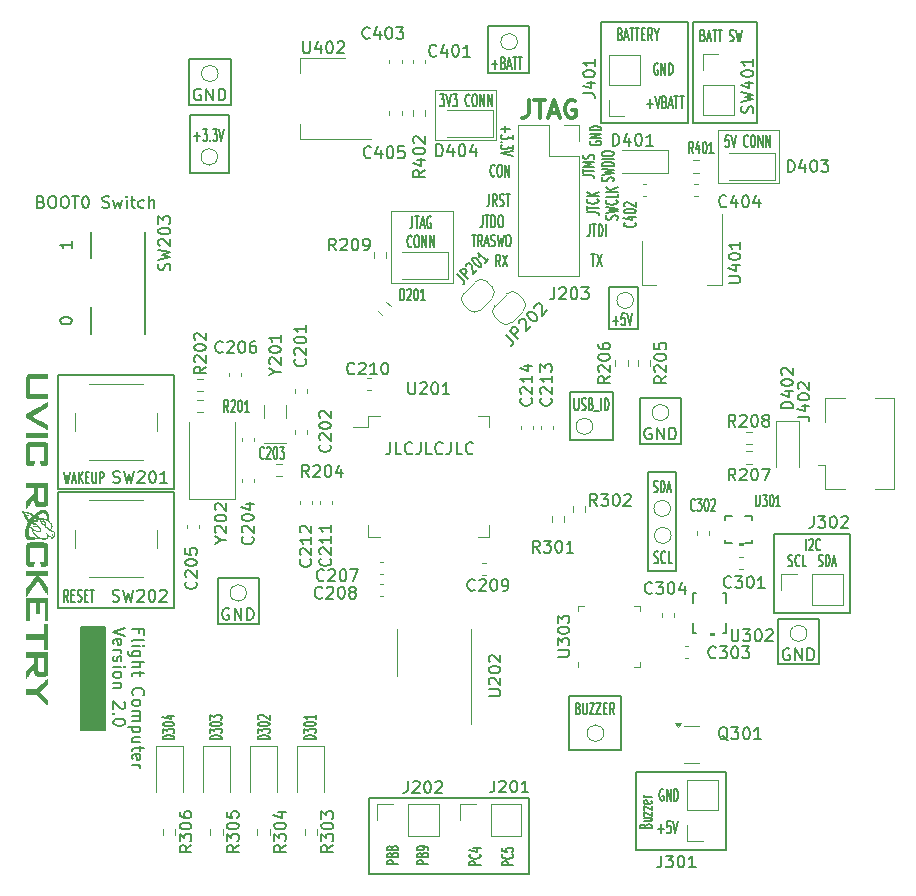
<source format=gbr>
%TF.GenerationSoftware,KiCad,Pcbnew,8.0.3-8.0.3-0~ubuntu22.04.1*%
%TF.CreationDate,2024-06-17T20:55:48-07:00*%
%TF.ProjectId,A1-FlightComputer,41312d46-6c69-4676-9874-436f6d707574,rev?*%
%TF.SameCoordinates,Original*%
%TF.FileFunction,Legend,Top*%
%TF.FilePolarity,Positive*%
%FSLAX46Y46*%
G04 Gerber Fmt 4.6, Leading zero omitted, Abs format (unit mm)*
G04 Created by KiCad (PCBNEW 8.0.3-8.0.3-0~ubuntu22.04.1) date 2024-06-17 20:55:48*
%MOMM*%
%LPD*%
G01*
G04 APERTURE LIST*
%ADD10C,0.150000*%
%ADD11C,0.200000*%
%ADD12C,0.100000*%
%ADD13C,0.300000*%
%ADD14C,0.120000*%
%ADD15C,0.152400*%
%ADD16C,0.000000*%
G04 APERTURE END LIST*
D10*
X167550000Y-100500000D02*
X171950000Y-100500000D01*
X171950000Y-105100000D01*
X167550000Y-105100000D01*
X167550000Y-100500000D01*
X173250000Y-106950000D02*
X180850000Y-106950000D01*
X180850000Y-113500000D01*
X173250000Y-113500000D01*
X173250000Y-106950000D01*
X137800000Y-90550000D02*
X141300000Y-90550000D01*
X141300000Y-94400000D01*
X137800000Y-94400000D01*
X137800000Y-90550000D01*
X160718400Y-43750000D02*
X164150000Y-43750000D01*
X164150000Y-47750000D01*
X160718400Y-47750000D01*
X160718400Y-43750000D01*
X184900000Y-86800000D02*
X191350000Y-86800000D01*
X191350000Y-93450000D01*
X184900000Y-93450000D01*
X184900000Y-86800000D01*
X174250000Y-81550000D02*
X176650000Y-81550000D01*
X176650000Y-89900000D01*
X174250000Y-89900000D01*
X174250000Y-81550000D01*
D11*
X126250000Y-94625000D02*
X128250000Y-94625000D01*
X128250000Y-103375000D01*
X126250000Y-103375000D01*
X126250000Y-94625000D01*
G36*
X126250000Y-94625000D02*
G01*
X128250000Y-94625000D01*
X128250000Y-103375000D01*
X126250000Y-103375000D01*
X126250000Y-94625000D01*
G37*
D10*
X170275000Y-43400000D02*
X177675000Y-43400000D01*
X177675000Y-52000000D01*
X170275000Y-52000000D01*
X170275000Y-43400000D01*
X150650000Y-109100000D02*
X164150000Y-109100000D01*
X164150000Y-115550000D01*
X150650000Y-115550000D01*
X150650000Y-109100000D01*
X124300000Y-73300000D02*
X134100000Y-73300000D01*
X134100000Y-82950000D01*
X124300000Y-82950000D01*
X124300000Y-73300000D01*
X170950000Y-65850000D02*
X173400000Y-65850000D01*
X173400000Y-69450000D01*
X170950000Y-69450000D01*
X170950000Y-65850000D01*
D12*
X156250000Y-49200000D02*
X161400000Y-49200000D01*
X161400000Y-53450000D01*
X156250000Y-53450000D01*
X156250000Y-49200000D01*
D10*
X124300000Y-83200000D02*
X134100000Y-83200000D01*
X134100000Y-93050000D01*
X124300000Y-93050000D01*
X124300000Y-83200000D01*
X135400000Y-46575000D02*
X138900000Y-46575000D01*
X138900000Y-50425000D01*
X135400000Y-50425000D01*
X135400000Y-46575000D01*
D12*
X180150000Y-52550000D02*
X185300000Y-52550000D01*
X185300000Y-57050000D01*
X180150000Y-57050000D01*
X180150000Y-52550000D01*
D10*
X173550000Y-75275000D02*
X177050000Y-75275000D01*
X177050000Y-79125000D01*
X173550000Y-79125000D01*
X173550000Y-75275000D01*
X135500000Y-51300000D02*
X138750000Y-51300000D01*
X138750000Y-56200000D01*
X135500000Y-56200000D01*
X135500000Y-51300000D01*
X178075000Y-43400000D02*
X183490800Y-43400000D01*
X183490800Y-52000000D01*
X178075000Y-52000000D01*
X178075000Y-43400000D01*
X167650000Y-74800000D02*
X171250000Y-74800000D01*
X171250000Y-78850000D01*
X167650000Y-78850000D01*
X167650000Y-74800000D01*
X185250000Y-93975000D02*
X188750000Y-93975000D01*
X188750000Y-97825000D01*
X185250000Y-97825000D01*
X185250000Y-93975000D01*
D12*
X152500000Y-59450000D02*
X157735000Y-59450000D01*
X157735000Y-65535000D01*
X152500000Y-65535000D01*
X152500000Y-59450000D01*
D10*
X188686428Y-89472200D02*
X188772143Y-89519819D01*
X188772143Y-89519819D02*
X188915000Y-89519819D01*
X188915000Y-89519819D02*
X188972143Y-89472200D01*
X188972143Y-89472200D02*
X189000714Y-89424580D01*
X189000714Y-89424580D02*
X189029285Y-89329342D01*
X189029285Y-89329342D02*
X189029285Y-89234104D01*
X189029285Y-89234104D02*
X189000714Y-89138866D01*
X189000714Y-89138866D02*
X188972143Y-89091247D01*
X188972143Y-89091247D02*
X188915000Y-89043628D01*
X188915000Y-89043628D02*
X188800714Y-88996009D01*
X188800714Y-88996009D02*
X188743571Y-88948390D01*
X188743571Y-88948390D02*
X188715000Y-88900771D01*
X188715000Y-88900771D02*
X188686428Y-88805533D01*
X188686428Y-88805533D02*
X188686428Y-88710295D01*
X188686428Y-88710295D02*
X188715000Y-88615057D01*
X188715000Y-88615057D02*
X188743571Y-88567438D01*
X188743571Y-88567438D02*
X188800714Y-88519819D01*
X188800714Y-88519819D02*
X188943571Y-88519819D01*
X188943571Y-88519819D02*
X189029285Y-88567438D01*
X189286429Y-89519819D02*
X189286429Y-88519819D01*
X189286429Y-88519819D02*
X189429286Y-88519819D01*
X189429286Y-88519819D02*
X189515000Y-88567438D01*
X189515000Y-88567438D02*
X189572143Y-88662676D01*
X189572143Y-88662676D02*
X189600714Y-88757914D01*
X189600714Y-88757914D02*
X189629286Y-88948390D01*
X189629286Y-88948390D02*
X189629286Y-89091247D01*
X189629286Y-89091247D02*
X189600714Y-89281723D01*
X189600714Y-89281723D02*
X189572143Y-89376961D01*
X189572143Y-89376961D02*
X189515000Y-89472200D01*
X189515000Y-89472200D02*
X189429286Y-89519819D01*
X189429286Y-89519819D02*
X189286429Y-89519819D01*
X189857857Y-89234104D02*
X190143572Y-89234104D01*
X189800714Y-89519819D02*
X190000714Y-88519819D01*
X190000714Y-88519819D02*
X190200714Y-89519819D01*
X162854819Y-114842856D02*
X161854819Y-114842856D01*
X161854819Y-114842856D02*
X161854819Y-114614285D01*
X161854819Y-114614285D02*
X161902438Y-114557142D01*
X161902438Y-114557142D02*
X161950057Y-114528571D01*
X161950057Y-114528571D02*
X162045295Y-114499999D01*
X162045295Y-114499999D02*
X162188152Y-114499999D01*
X162188152Y-114499999D02*
X162283390Y-114528571D01*
X162283390Y-114528571D02*
X162331009Y-114557142D01*
X162331009Y-114557142D02*
X162378628Y-114614285D01*
X162378628Y-114614285D02*
X162378628Y-114842856D01*
X162759580Y-113899999D02*
X162807200Y-113928571D01*
X162807200Y-113928571D02*
X162854819Y-114014285D01*
X162854819Y-114014285D02*
X162854819Y-114071428D01*
X162854819Y-114071428D02*
X162807200Y-114157142D01*
X162807200Y-114157142D02*
X162711961Y-114214285D01*
X162711961Y-114214285D02*
X162616723Y-114242856D01*
X162616723Y-114242856D02*
X162426247Y-114271428D01*
X162426247Y-114271428D02*
X162283390Y-114271428D01*
X162283390Y-114271428D02*
X162092914Y-114242856D01*
X162092914Y-114242856D02*
X161997676Y-114214285D01*
X161997676Y-114214285D02*
X161902438Y-114157142D01*
X161902438Y-114157142D02*
X161854819Y-114071428D01*
X161854819Y-114071428D02*
X161854819Y-114014285D01*
X161854819Y-114014285D02*
X161902438Y-113928571D01*
X161902438Y-113928571D02*
X161950057Y-113899999D01*
X161854819Y-113357142D02*
X161854819Y-113642856D01*
X161854819Y-113642856D02*
X162331009Y-113671428D01*
X162331009Y-113671428D02*
X162283390Y-113642856D01*
X162283390Y-113642856D02*
X162235771Y-113585714D01*
X162235771Y-113585714D02*
X162235771Y-113442856D01*
X162235771Y-113442856D02*
X162283390Y-113385714D01*
X162283390Y-113385714D02*
X162331009Y-113357142D01*
X162331009Y-113357142D02*
X162426247Y-113328571D01*
X162426247Y-113328571D02*
X162664342Y-113328571D01*
X162664342Y-113328571D02*
X162759580Y-113357142D01*
X162759580Y-113357142D02*
X162807200Y-113385714D01*
X162807200Y-113385714D02*
X162854819Y-113442856D01*
X162854819Y-113442856D02*
X162854819Y-113585714D01*
X162854819Y-113585714D02*
X162807200Y-113642856D01*
X162807200Y-113642856D02*
X162759580Y-113671428D01*
X174200000Y-50338866D02*
X174657143Y-50338866D01*
X174428571Y-50719819D02*
X174428571Y-49957914D01*
X174857142Y-49719819D02*
X175057142Y-50719819D01*
X175057142Y-50719819D02*
X175257142Y-49719819D01*
X175657143Y-50196009D02*
X175742857Y-50243628D01*
X175742857Y-50243628D02*
X175771428Y-50291247D01*
X175771428Y-50291247D02*
X175800000Y-50386485D01*
X175800000Y-50386485D02*
X175800000Y-50529342D01*
X175800000Y-50529342D02*
X175771428Y-50624580D01*
X175771428Y-50624580D02*
X175742857Y-50672200D01*
X175742857Y-50672200D02*
X175685714Y-50719819D01*
X175685714Y-50719819D02*
X175457143Y-50719819D01*
X175457143Y-50719819D02*
X175457143Y-49719819D01*
X175457143Y-49719819D02*
X175657143Y-49719819D01*
X175657143Y-49719819D02*
X175714286Y-49767438D01*
X175714286Y-49767438D02*
X175742857Y-49815057D01*
X175742857Y-49815057D02*
X175771428Y-49910295D01*
X175771428Y-49910295D02*
X175771428Y-50005533D01*
X175771428Y-50005533D02*
X175742857Y-50100771D01*
X175742857Y-50100771D02*
X175714286Y-50148390D01*
X175714286Y-50148390D02*
X175657143Y-50196009D01*
X175657143Y-50196009D02*
X175457143Y-50196009D01*
X176028571Y-50434104D02*
X176314286Y-50434104D01*
X175971428Y-50719819D02*
X176171428Y-49719819D01*
X176171428Y-49719819D02*
X176371428Y-50719819D01*
X176485714Y-49719819D02*
X176828572Y-49719819D01*
X176657143Y-50719819D02*
X176657143Y-49719819D01*
X176942857Y-49719819D02*
X177285715Y-49719819D01*
X177114286Y-50719819D02*
X177114286Y-49719819D01*
X125469819Y-61989411D02*
X125469819Y-62560839D01*
X125469819Y-62275125D02*
X124469819Y-62275125D01*
X124469819Y-62275125D02*
X124612676Y-62370363D01*
X124612676Y-62370363D02*
X124707914Y-62465601D01*
X124707914Y-62465601D02*
X124755533Y-62560839D01*
X187641541Y-88169819D02*
X187641541Y-87169819D01*
X187898683Y-87265057D02*
X187927255Y-87217438D01*
X187927255Y-87217438D02*
X187984398Y-87169819D01*
X187984398Y-87169819D02*
X188127255Y-87169819D01*
X188127255Y-87169819D02*
X188184398Y-87217438D01*
X188184398Y-87217438D02*
X188212969Y-87265057D01*
X188212969Y-87265057D02*
X188241540Y-87360295D01*
X188241540Y-87360295D02*
X188241540Y-87455533D01*
X188241540Y-87455533D02*
X188212969Y-87598390D01*
X188212969Y-87598390D02*
X187870112Y-88169819D01*
X187870112Y-88169819D02*
X188241540Y-88169819D01*
X188841541Y-88074580D02*
X188812969Y-88122200D01*
X188812969Y-88122200D02*
X188727255Y-88169819D01*
X188727255Y-88169819D02*
X188670112Y-88169819D01*
X188670112Y-88169819D02*
X188584398Y-88122200D01*
X188584398Y-88122200D02*
X188527255Y-88026961D01*
X188527255Y-88026961D02*
X188498684Y-87931723D01*
X188498684Y-87931723D02*
X188470112Y-87741247D01*
X188470112Y-87741247D02*
X188470112Y-87598390D01*
X188470112Y-87598390D02*
X188498684Y-87407914D01*
X188498684Y-87407914D02*
X188527255Y-87312676D01*
X188527255Y-87312676D02*
X188584398Y-87217438D01*
X188584398Y-87217438D02*
X188670112Y-87169819D01*
X188670112Y-87169819D02*
X188727255Y-87169819D01*
X188727255Y-87169819D02*
X188812969Y-87217438D01*
X188812969Y-87217438D02*
X188841541Y-87265057D01*
X178891541Y-44546009D02*
X178977255Y-44593628D01*
X178977255Y-44593628D02*
X179005826Y-44641247D01*
X179005826Y-44641247D02*
X179034398Y-44736485D01*
X179034398Y-44736485D02*
X179034398Y-44879342D01*
X179034398Y-44879342D02*
X179005826Y-44974580D01*
X179005826Y-44974580D02*
X178977255Y-45022200D01*
X178977255Y-45022200D02*
X178920112Y-45069819D01*
X178920112Y-45069819D02*
X178691541Y-45069819D01*
X178691541Y-45069819D02*
X178691541Y-44069819D01*
X178691541Y-44069819D02*
X178891541Y-44069819D01*
X178891541Y-44069819D02*
X178948684Y-44117438D01*
X178948684Y-44117438D02*
X178977255Y-44165057D01*
X178977255Y-44165057D02*
X179005826Y-44260295D01*
X179005826Y-44260295D02*
X179005826Y-44355533D01*
X179005826Y-44355533D02*
X178977255Y-44450771D01*
X178977255Y-44450771D02*
X178948684Y-44498390D01*
X178948684Y-44498390D02*
X178891541Y-44546009D01*
X178891541Y-44546009D02*
X178691541Y-44546009D01*
X179262969Y-44784104D02*
X179548684Y-44784104D01*
X179205826Y-45069819D02*
X179405826Y-44069819D01*
X179405826Y-44069819D02*
X179605826Y-45069819D01*
X179720112Y-44069819D02*
X180062970Y-44069819D01*
X179891541Y-45069819D02*
X179891541Y-44069819D01*
X180177255Y-44069819D02*
X180520113Y-44069819D01*
X180348684Y-45069819D02*
X180348684Y-44069819D01*
X181148684Y-45022200D02*
X181234399Y-45069819D01*
X181234399Y-45069819D02*
X181377256Y-45069819D01*
X181377256Y-45069819D02*
X181434399Y-45022200D01*
X181434399Y-45022200D02*
X181462970Y-44974580D01*
X181462970Y-44974580D02*
X181491541Y-44879342D01*
X181491541Y-44879342D02*
X181491541Y-44784104D01*
X181491541Y-44784104D02*
X181462970Y-44688866D01*
X181462970Y-44688866D02*
X181434399Y-44641247D01*
X181434399Y-44641247D02*
X181377256Y-44593628D01*
X181377256Y-44593628D02*
X181262970Y-44546009D01*
X181262970Y-44546009D02*
X181205827Y-44498390D01*
X181205827Y-44498390D02*
X181177256Y-44450771D01*
X181177256Y-44450771D02*
X181148684Y-44355533D01*
X181148684Y-44355533D02*
X181148684Y-44260295D01*
X181148684Y-44260295D02*
X181177256Y-44165057D01*
X181177256Y-44165057D02*
X181205827Y-44117438D01*
X181205827Y-44117438D02*
X181262970Y-44069819D01*
X181262970Y-44069819D02*
X181405827Y-44069819D01*
X181405827Y-44069819D02*
X181491541Y-44117438D01*
X181691542Y-44069819D02*
X181834399Y-45069819D01*
X181834399Y-45069819D02*
X181948685Y-44355533D01*
X181948685Y-44355533D02*
X182062970Y-45069819D01*
X182062970Y-45069819D02*
X182205828Y-44069819D01*
X175128571Y-111723866D02*
X175585714Y-111723866D01*
X175357142Y-112104819D02*
X175357142Y-111342914D01*
X176157142Y-111104819D02*
X175871428Y-111104819D01*
X175871428Y-111104819D02*
X175842856Y-111581009D01*
X175842856Y-111581009D02*
X175871428Y-111533390D01*
X175871428Y-111533390D02*
X175928571Y-111485771D01*
X175928571Y-111485771D02*
X176071428Y-111485771D01*
X176071428Y-111485771D02*
X176128571Y-111533390D01*
X176128571Y-111533390D02*
X176157142Y-111581009D01*
X176157142Y-111581009D02*
X176185713Y-111676247D01*
X176185713Y-111676247D02*
X176185713Y-111914342D01*
X176185713Y-111914342D02*
X176157142Y-112009580D01*
X176157142Y-112009580D02*
X176128571Y-112057200D01*
X176128571Y-112057200D02*
X176071428Y-112104819D01*
X176071428Y-112104819D02*
X175928571Y-112104819D01*
X175928571Y-112104819D02*
X175871428Y-112057200D01*
X175871428Y-112057200D02*
X175842856Y-112009580D01*
X176357142Y-111104819D02*
X176557142Y-112104819D01*
X176557142Y-112104819D02*
X176757142Y-111104819D01*
X168021429Y-75304819D02*
X168021429Y-76114342D01*
X168021429Y-76114342D02*
X168050000Y-76209580D01*
X168050000Y-76209580D02*
X168078572Y-76257200D01*
X168078572Y-76257200D02*
X168135714Y-76304819D01*
X168135714Y-76304819D02*
X168250000Y-76304819D01*
X168250000Y-76304819D02*
X168307143Y-76257200D01*
X168307143Y-76257200D02*
X168335714Y-76209580D01*
X168335714Y-76209580D02*
X168364286Y-76114342D01*
X168364286Y-76114342D02*
X168364286Y-75304819D01*
X168621428Y-76257200D02*
X168707143Y-76304819D01*
X168707143Y-76304819D02*
X168850000Y-76304819D01*
X168850000Y-76304819D02*
X168907143Y-76257200D01*
X168907143Y-76257200D02*
X168935714Y-76209580D01*
X168935714Y-76209580D02*
X168964285Y-76114342D01*
X168964285Y-76114342D02*
X168964285Y-76019104D01*
X168964285Y-76019104D02*
X168935714Y-75923866D01*
X168935714Y-75923866D02*
X168907143Y-75876247D01*
X168907143Y-75876247D02*
X168850000Y-75828628D01*
X168850000Y-75828628D02*
X168735714Y-75781009D01*
X168735714Y-75781009D02*
X168678571Y-75733390D01*
X168678571Y-75733390D02*
X168650000Y-75685771D01*
X168650000Y-75685771D02*
X168621428Y-75590533D01*
X168621428Y-75590533D02*
X168621428Y-75495295D01*
X168621428Y-75495295D02*
X168650000Y-75400057D01*
X168650000Y-75400057D02*
X168678571Y-75352438D01*
X168678571Y-75352438D02*
X168735714Y-75304819D01*
X168735714Y-75304819D02*
X168878571Y-75304819D01*
X168878571Y-75304819D02*
X168964285Y-75352438D01*
X169421429Y-75781009D02*
X169507143Y-75828628D01*
X169507143Y-75828628D02*
X169535714Y-75876247D01*
X169535714Y-75876247D02*
X169564286Y-75971485D01*
X169564286Y-75971485D02*
X169564286Y-76114342D01*
X169564286Y-76114342D02*
X169535714Y-76209580D01*
X169535714Y-76209580D02*
X169507143Y-76257200D01*
X169507143Y-76257200D02*
X169450000Y-76304819D01*
X169450000Y-76304819D02*
X169221429Y-76304819D01*
X169221429Y-76304819D02*
X169221429Y-75304819D01*
X169221429Y-75304819D02*
X169421429Y-75304819D01*
X169421429Y-75304819D02*
X169478572Y-75352438D01*
X169478572Y-75352438D02*
X169507143Y-75400057D01*
X169507143Y-75400057D02*
X169535714Y-75495295D01*
X169535714Y-75495295D02*
X169535714Y-75590533D01*
X169535714Y-75590533D02*
X169507143Y-75685771D01*
X169507143Y-75685771D02*
X169478572Y-75733390D01*
X169478572Y-75733390D02*
X169421429Y-75781009D01*
X169421429Y-75781009D02*
X169221429Y-75781009D01*
X169678572Y-76400057D02*
X170135714Y-76400057D01*
X170278572Y-76304819D02*
X170278572Y-75304819D01*
X170564286Y-76304819D02*
X170564286Y-75304819D01*
X170564286Y-75304819D02*
X170707143Y-75304819D01*
X170707143Y-75304819D02*
X170792857Y-75352438D01*
X170792857Y-75352438D02*
X170850000Y-75447676D01*
X170850000Y-75447676D02*
X170878571Y-75542914D01*
X170878571Y-75542914D02*
X170907143Y-75733390D01*
X170907143Y-75733390D02*
X170907143Y-75876247D01*
X170907143Y-75876247D02*
X170878571Y-76066723D01*
X170878571Y-76066723D02*
X170850000Y-76161961D01*
X170850000Y-76161961D02*
X170792857Y-76257200D01*
X170792857Y-76257200D02*
X170707143Y-76304819D01*
X170707143Y-76304819D02*
X170564286Y-76304819D01*
X186135714Y-89472200D02*
X186221429Y-89519819D01*
X186221429Y-89519819D02*
X186364286Y-89519819D01*
X186364286Y-89519819D02*
X186421429Y-89472200D01*
X186421429Y-89472200D02*
X186450000Y-89424580D01*
X186450000Y-89424580D02*
X186478571Y-89329342D01*
X186478571Y-89329342D02*
X186478571Y-89234104D01*
X186478571Y-89234104D02*
X186450000Y-89138866D01*
X186450000Y-89138866D02*
X186421429Y-89091247D01*
X186421429Y-89091247D02*
X186364286Y-89043628D01*
X186364286Y-89043628D02*
X186250000Y-88996009D01*
X186250000Y-88996009D02*
X186192857Y-88948390D01*
X186192857Y-88948390D02*
X186164286Y-88900771D01*
X186164286Y-88900771D02*
X186135714Y-88805533D01*
X186135714Y-88805533D02*
X186135714Y-88710295D01*
X186135714Y-88710295D02*
X186164286Y-88615057D01*
X186164286Y-88615057D02*
X186192857Y-88567438D01*
X186192857Y-88567438D02*
X186250000Y-88519819D01*
X186250000Y-88519819D02*
X186392857Y-88519819D01*
X186392857Y-88519819D02*
X186478571Y-88567438D01*
X187078572Y-89424580D02*
X187050000Y-89472200D01*
X187050000Y-89472200D02*
X186964286Y-89519819D01*
X186964286Y-89519819D02*
X186907143Y-89519819D01*
X186907143Y-89519819D02*
X186821429Y-89472200D01*
X186821429Y-89472200D02*
X186764286Y-89376961D01*
X186764286Y-89376961D02*
X186735715Y-89281723D01*
X186735715Y-89281723D02*
X186707143Y-89091247D01*
X186707143Y-89091247D02*
X186707143Y-88948390D01*
X186707143Y-88948390D02*
X186735715Y-88757914D01*
X186735715Y-88757914D02*
X186764286Y-88662676D01*
X186764286Y-88662676D02*
X186821429Y-88567438D01*
X186821429Y-88567438D02*
X186907143Y-88519819D01*
X186907143Y-88519819D02*
X186964286Y-88519819D01*
X186964286Y-88519819D02*
X187050000Y-88567438D01*
X187050000Y-88567438D02*
X187078572Y-88615057D01*
X187621429Y-89519819D02*
X187335715Y-89519819D01*
X187335715Y-89519819D02*
X187335715Y-88519819D01*
X161750000Y-64119819D02*
X161550000Y-63643628D01*
X161407143Y-64119819D02*
X161407143Y-63119819D01*
X161407143Y-63119819D02*
X161635714Y-63119819D01*
X161635714Y-63119819D02*
X161692857Y-63167438D01*
X161692857Y-63167438D02*
X161721428Y-63215057D01*
X161721428Y-63215057D02*
X161750000Y-63310295D01*
X161750000Y-63310295D02*
X161750000Y-63453152D01*
X161750000Y-63453152D02*
X161721428Y-63548390D01*
X161721428Y-63548390D02*
X161692857Y-63596009D01*
X161692857Y-63596009D02*
X161635714Y-63643628D01*
X161635714Y-63643628D02*
X161407143Y-63643628D01*
X161950000Y-63119819D02*
X162350000Y-64119819D01*
X162350000Y-63119819D02*
X161950000Y-64119819D01*
X125178571Y-92504819D02*
X124978571Y-92028628D01*
X124835714Y-92504819D02*
X124835714Y-91504819D01*
X124835714Y-91504819D02*
X125064285Y-91504819D01*
X125064285Y-91504819D02*
X125121428Y-91552438D01*
X125121428Y-91552438D02*
X125149999Y-91600057D01*
X125149999Y-91600057D02*
X125178571Y-91695295D01*
X125178571Y-91695295D02*
X125178571Y-91838152D01*
X125178571Y-91838152D02*
X125149999Y-91933390D01*
X125149999Y-91933390D02*
X125121428Y-91981009D01*
X125121428Y-91981009D02*
X125064285Y-92028628D01*
X125064285Y-92028628D02*
X124835714Y-92028628D01*
X125435714Y-91981009D02*
X125635714Y-91981009D01*
X125721428Y-92504819D02*
X125435714Y-92504819D01*
X125435714Y-92504819D02*
X125435714Y-91504819D01*
X125435714Y-91504819D02*
X125721428Y-91504819D01*
X125949999Y-92457200D02*
X126035714Y-92504819D01*
X126035714Y-92504819D02*
X126178571Y-92504819D01*
X126178571Y-92504819D02*
X126235714Y-92457200D01*
X126235714Y-92457200D02*
X126264285Y-92409580D01*
X126264285Y-92409580D02*
X126292856Y-92314342D01*
X126292856Y-92314342D02*
X126292856Y-92219104D01*
X126292856Y-92219104D02*
X126264285Y-92123866D01*
X126264285Y-92123866D02*
X126235714Y-92076247D01*
X126235714Y-92076247D02*
X126178571Y-92028628D01*
X126178571Y-92028628D02*
X126064285Y-91981009D01*
X126064285Y-91981009D02*
X126007142Y-91933390D01*
X126007142Y-91933390D02*
X125978571Y-91885771D01*
X125978571Y-91885771D02*
X125949999Y-91790533D01*
X125949999Y-91790533D02*
X125949999Y-91695295D01*
X125949999Y-91695295D02*
X125978571Y-91600057D01*
X125978571Y-91600057D02*
X126007142Y-91552438D01*
X126007142Y-91552438D02*
X126064285Y-91504819D01*
X126064285Y-91504819D02*
X126207142Y-91504819D01*
X126207142Y-91504819D02*
X126292856Y-91552438D01*
X126550000Y-91981009D02*
X126750000Y-91981009D01*
X126835714Y-92504819D02*
X126550000Y-92504819D01*
X126550000Y-92504819D02*
X126550000Y-91504819D01*
X126550000Y-91504819D02*
X126835714Y-91504819D01*
X127007142Y-91504819D02*
X127350000Y-91504819D01*
X127178571Y-92504819D02*
X127178571Y-91504819D01*
X169348473Y-53521708D02*
X169300854Y-53578851D01*
X169300854Y-53578851D02*
X169300854Y-53664565D01*
X169300854Y-53664565D02*
X169348473Y-53750279D01*
X169348473Y-53750279D02*
X169443711Y-53807422D01*
X169443711Y-53807422D02*
X169538949Y-53835993D01*
X169538949Y-53835993D02*
X169729425Y-53864565D01*
X169729425Y-53864565D02*
X169872282Y-53864565D01*
X169872282Y-53864565D02*
X170062758Y-53835993D01*
X170062758Y-53835993D02*
X170157996Y-53807422D01*
X170157996Y-53807422D02*
X170253235Y-53750279D01*
X170253235Y-53750279D02*
X170300854Y-53664565D01*
X170300854Y-53664565D02*
X170300854Y-53607422D01*
X170300854Y-53607422D02*
X170253235Y-53521708D01*
X170253235Y-53521708D02*
X170205615Y-53493136D01*
X170205615Y-53493136D02*
X169872282Y-53493136D01*
X169872282Y-53493136D02*
X169872282Y-53607422D01*
X170300854Y-53235993D02*
X169300854Y-53235993D01*
X169300854Y-53235993D02*
X170300854Y-52893136D01*
X170300854Y-52893136D02*
X169300854Y-52893136D01*
X170300854Y-52607422D02*
X169300854Y-52607422D01*
X169300854Y-52607422D02*
X169300854Y-52464565D01*
X169300854Y-52464565D02*
X169348473Y-52378851D01*
X169348473Y-52378851D02*
X169443711Y-52321708D01*
X169443711Y-52321708D02*
X169538949Y-52293137D01*
X169538949Y-52293137D02*
X169729425Y-52264565D01*
X169729425Y-52264565D02*
X169872282Y-52264565D01*
X169872282Y-52264565D02*
X170062758Y-52293137D01*
X170062758Y-52293137D02*
X170157996Y-52321708D01*
X170157996Y-52321708D02*
X170253235Y-52378851D01*
X170253235Y-52378851D02*
X170300854Y-52464565D01*
X170300854Y-52464565D02*
X170300854Y-52607422D01*
X174031009Y-111507142D02*
X174078628Y-111421428D01*
X174078628Y-111421428D02*
X174126247Y-111392857D01*
X174126247Y-111392857D02*
X174221485Y-111364285D01*
X174221485Y-111364285D02*
X174364342Y-111364285D01*
X174364342Y-111364285D02*
X174459580Y-111392857D01*
X174459580Y-111392857D02*
X174507200Y-111421428D01*
X174507200Y-111421428D02*
X174554819Y-111478571D01*
X174554819Y-111478571D02*
X174554819Y-111707142D01*
X174554819Y-111707142D02*
X173554819Y-111707142D01*
X173554819Y-111707142D02*
X173554819Y-111507142D01*
X173554819Y-111507142D02*
X173602438Y-111450000D01*
X173602438Y-111450000D02*
X173650057Y-111421428D01*
X173650057Y-111421428D02*
X173745295Y-111392857D01*
X173745295Y-111392857D02*
X173840533Y-111392857D01*
X173840533Y-111392857D02*
X173935771Y-111421428D01*
X173935771Y-111421428D02*
X173983390Y-111450000D01*
X173983390Y-111450000D02*
X174031009Y-111507142D01*
X174031009Y-111507142D02*
X174031009Y-111707142D01*
X173888152Y-110850000D02*
X174554819Y-110850000D01*
X173888152Y-111107142D02*
X174411961Y-111107142D01*
X174411961Y-111107142D02*
X174507200Y-111078571D01*
X174507200Y-111078571D02*
X174554819Y-111021428D01*
X174554819Y-111021428D02*
X174554819Y-110935714D01*
X174554819Y-110935714D02*
X174507200Y-110878571D01*
X174507200Y-110878571D02*
X174459580Y-110850000D01*
X173888152Y-110621428D02*
X173888152Y-110307143D01*
X173888152Y-110307143D02*
X174554819Y-110621428D01*
X174554819Y-110621428D02*
X174554819Y-110307143D01*
X173888152Y-110135714D02*
X173888152Y-109821429D01*
X173888152Y-109821429D02*
X174554819Y-110135714D01*
X174554819Y-110135714D02*
X174554819Y-109821429D01*
X174507200Y-109364286D02*
X174554819Y-109421429D01*
X174554819Y-109421429D02*
X174554819Y-109535715D01*
X174554819Y-109535715D02*
X174507200Y-109592857D01*
X174507200Y-109592857D02*
X174411961Y-109621429D01*
X174411961Y-109621429D02*
X174031009Y-109621429D01*
X174031009Y-109621429D02*
X173935771Y-109592857D01*
X173935771Y-109592857D02*
X173888152Y-109535715D01*
X173888152Y-109535715D02*
X173888152Y-109421429D01*
X173888152Y-109421429D02*
X173935771Y-109364286D01*
X173935771Y-109364286D02*
X174031009Y-109335715D01*
X174031009Y-109335715D02*
X174126247Y-109335715D01*
X174126247Y-109335715D02*
X174221485Y-109621429D01*
X174554819Y-109078571D02*
X173888152Y-109078571D01*
X174078628Y-109078571D02*
X173983390Y-109050000D01*
X173983390Y-109050000D02*
X173935771Y-109021429D01*
X173935771Y-109021429D02*
X173888152Y-108964286D01*
X173888152Y-108964286D02*
X173888152Y-108907143D01*
X181114286Y-53004819D02*
X180828572Y-53004819D01*
X180828572Y-53004819D02*
X180800000Y-53481009D01*
X180800000Y-53481009D02*
X180828572Y-53433390D01*
X180828572Y-53433390D02*
X180885715Y-53385771D01*
X180885715Y-53385771D02*
X181028572Y-53385771D01*
X181028572Y-53385771D02*
X181085715Y-53433390D01*
X181085715Y-53433390D02*
X181114286Y-53481009D01*
X181114286Y-53481009D02*
X181142857Y-53576247D01*
X181142857Y-53576247D02*
X181142857Y-53814342D01*
X181142857Y-53814342D02*
X181114286Y-53909580D01*
X181114286Y-53909580D02*
X181085715Y-53957200D01*
X181085715Y-53957200D02*
X181028572Y-54004819D01*
X181028572Y-54004819D02*
X180885715Y-54004819D01*
X180885715Y-54004819D02*
X180828572Y-53957200D01*
X180828572Y-53957200D02*
X180800000Y-53909580D01*
X181314286Y-53004819D02*
X181514286Y-54004819D01*
X181514286Y-54004819D02*
X181714286Y-53004819D01*
X182714287Y-53909580D02*
X182685715Y-53957200D01*
X182685715Y-53957200D02*
X182600001Y-54004819D01*
X182600001Y-54004819D02*
X182542858Y-54004819D01*
X182542858Y-54004819D02*
X182457144Y-53957200D01*
X182457144Y-53957200D02*
X182400001Y-53861961D01*
X182400001Y-53861961D02*
X182371430Y-53766723D01*
X182371430Y-53766723D02*
X182342858Y-53576247D01*
X182342858Y-53576247D02*
X182342858Y-53433390D01*
X182342858Y-53433390D02*
X182371430Y-53242914D01*
X182371430Y-53242914D02*
X182400001Y-53147676D01*
X182400001Y-53147676D02*
X182457144Y-53052438D01*
X182457144Y-53052438D02*
X182542858Y-53004819D01*
X182542858Y-53004819D02*
X182600001Y-53004819D01*
X182600001Y-53004819D02*
X182685715Y-53052438D01*
X182685715Y-53052438D02*
X182714287Y-53100057D01*
X183085715Y-53004819D02*
X183200001Y-53004819D01*
X183200001Y-53004819D02*
X183257144Y-53052438D01*
X183257144Y-53052438D02*
X183314287Y-53147676D01*
X183314287Y-53147676D02*
X183342858Y-53338152D01*
X183342858Y-53338152D02*
X183342858Y-53671485D01*
X183342858Y-53671485D02*
X183314287Y-53861961D01*
X183314287Y-53861961D02*
X183257144Y-53957200D01*
X183257144Y-53957200D02*
X183200001Y-54004819D01*
X183200001Y-54004819D02*
X183085715Y-54004819D01*
X183085715Y-54004819D02*
X183028573Y-53957200D01*
X183028573Y-53957200D02*
X182971430Y-53861961D01*
X182971430Y-53861961D02*
X182942858Y-53671485D01*
X182942858Y-53671485D02*
X182942858Y-53338152D01*
X182942858Y-53338152D02*
X182971430Y-53147676D01*
X182971430Y-53147676D02*
X183028573Y-53052438D01*
X183028573Y-53052438D02*
X183085715Y-53004819D01*
X183600001Y-54004819D02*
X183600001Y-53004819D01*
X183600001Y-53004819D02*
X183942858Y-54004819D01*
X183942858Y-54004819D02*
X183942858Y-53004819D01*
X184228572Y-54004819D02*
X184228572Y-53004819D01*
X184228572Y-53004819D02*
X184571429Y-54004819D01*
X184571429Y-54004819D02*
X184571429Y-53004819D01*
X174511779Y-77817438D02*
X174416541Y-77769819D01*
X174416541Y-77769819D02*
X174273684Y-77769819D01*
X174273684Y-77769819D02*
X174130827Y-77817438D01*
X174130827Y-77817438D02*
X174035589Y-77912676D01*
X174035589Y-77912676D02*
X173987970Y-78007914D01*
X173987970Y-78007914D02*
X173940351Y-78198390D01*
X173940351Y-78198390D02*
X173940351Y-78341247D01*
X173940351Y-78341247D02*
X173987970Y-78531723D01*
X173987970Y-78531723D02*
X174035589Y-78626961D01*
X174035589Y-78626961D02*
X174130827Y-78722200D01*
X174130827Y-78722200D02*
X174273684Y-78769819D01*
X174273684Y-78769819D02*
X174368922Y-78769819D01*
X174368922Y-78769819D02*
X174511779Y-78722200D01*
X174511779Y-78722200D02*
X174559398Y-78674580D01*
X174559398Y-78674580D02*
X174559398Y-78341247D01*
X174559398Y-78341247D02*
X174368922Y-78341247D01*
X174987970Y-78769819D02*
X174987970Y-77769819D01*
X174987970Y-77769819D02*
X175559398Y-78769819D01*
X175559398Y-78769819D02*
X175559398Y-77769819D01*
X176035589Y-78769819D02*
X176035589Y-77769819D01*
X176035589Y-77769819D02*
X176273684Y-77769819D01*
X176273684Y-77769819D02*
X176416541Y-77817438D01*
X176416541Y-77817438D02*
X176511779Y-77912676D01*
X176511779Y-77912676D02*
X176559398Y-78007914D01*
X176559398Y-78007914D02*
X176607017Y-78198390D01*
X176607017Y-78198390D02*
X176607017Y-78341247D01*
X176607017Y-78341247D02*
X176559398Y-78531723D01*
X176559398Y-78531723D02*
X176511779Y-78626961D01*
X176511779Y-78626961D02*
X176416541Y-78722200D01*
X176416541Y-78722200D02*
X176273684Y-78769819D01*
X176273684Y-78769819D02*
X176035589Y-78769819D01*
D13*
X164133082Y-50050828D02*
X164133082Y-51122257D01*
X164133082Y-51122257D02*
X164061653Y-51336542D01*
X164061653Y-51336542D02*
X163918796Y-51479400D01*
X163918796Y-51479400D02*
X163704510Y-51550828D01*
X163704510Y-51550828D02*
X163561653Y-51550828D01*
X164633082Y-50050828D02*
X165490225Y-50050828D01*
X165061653Y-51550828D02*
X165061653Y-50050828D01*
X165918796Y-51122257D02*
X166633082Y-51122257D01*
X165775939Y-51550828D02*
X166275939Y-50050828D01*
X166275939Y-50050828D02*
X166775939Y-51550828D01*
X168061653Y-50122257D02*
X167918796Y-50050828D01*
X167918796Y-50050828D02*
X167704510Y-50050828D01*
X167704510Y-50050828D02*
X167490224Y-50122257D01*
X167490224Y-50122257D02*
X167347367Y-50265114D01*
X167347367Y-50265114D02*
X167275938Y-50407971D01*
X167275938Y-50407971D02*
X167204510Y-50693685D01*
X167204510Y-50693685D02*
X167204510Y-50907971D01*
X167204510Y-50907971D02*
X167275938Y-51193685D01*
X167275938Y-51193685D02*
X167347367Y-51336542D01*
X167347367Y-51336542D02*
X167490224Y-51479400D01*
X167490224Y-51479400D02*
X167704510Y-51550828D01*
X167704510Y-51550828D02*
X167847367Y-51550828D01*
X167847367Y-51550828D02*
X168061653Y-51479400D01*
X168061653Y-51479400D02*
X168133081Y-51407971D01*
X168133081Y-51407971D02*
X168133081Y-50907971D01*
X168133081Y-50907971D02*
X167847367Y-50907971D01*
D10*
X153114819Y-114742856D02*
X152114819Y-114742856D01*
X152114819Y-114742856D02*
X152114819Y-114514285D01*
X152114819Y-114514285D02*
X152162438Y-114457142D01*
X152162438Y-114457142D02*
X152210057Y-114428571D01*
X152210057Y-114428571D02*
X152305295Y-114399999D01*
X152305295Y-114399999D02*
X152448152Y-114399999D01*
X152448152Y-114399999D02*
X152543390Y-114428571D01*
X152543390Y-114428571D02*
X152591009Y-114457142D01*
X152591009Y-114457142D02*
X152638628Y-114514285D01*
X152638628Y-114514285D02*
X152638628Y-114742856D01*
X152591009Y-113942856D02*
X152638628Y-113857142D01*
X152638628Y-113857142D02*
X152686247Y-113828571D01*
X152686247Y-113828571D02*
X152781485Y-113799999D01*
X152781485Y-113799999D02*
X152924342Y-113799999D01*
X152924342Y-113799999D02*
X153019580Y-113828571D01*
X153019580Y-113828571D02*
X153067200Y-113857142D01*
X153067200Y-113857142D02*
X153114819Y-113914285D01*
X153114819Y-113914285D02*
X153114819Y-114142856D01*
X153114819Y-114142856D02*
X152114819Y-114142856D01*
X152114819Y-114142856D02*
X152114819Y-113942856D01*
X152114819Y-113942856D02*
X152162438Y-113885714D01*
X152162438Y-113885714D02*
X152210057Y-113857142D01*
X152210057Y-113857142D02*
X152305295Y-113828571D01*
X152305295Y-113828571D02*
X152400533Y-113828571D01*
X152400533Y-113828571D02*
X152495771Y-113857142D01*
X152495771Y-113857142D02*
X152543390Y-113885714D01*
X152543390Y-113885714D02*
X152591009Y-113942856D01*
X152591009Y-113942856D02*
X152591009Y-114142856D01*
X152543390Y-113457142D02*
X152495771Y-113514285D01*
X152495771Y-113514285D02*
X152448152Y-113542856D01*
X152448152Y-113542856D02*
X152352914Y-113571428D01*
X152352914Y-113571428D02*
X152305295Y-113571428D01*
X152305295Y-113571428D02*
X152210057Y-113542856D01*
X152210057Y-113542856D02*
X152162438Y-113514285D01*
X152162438Y-113514285D02*
X152114819Y-113457142D01*
X152114819Y-113457142D02*
X152114819Y-113342856D01*
X152114819Y-113342856D02*
X152162438Y-113285714D01*
X152162438Y-113285714D02*
X152210057Y-113257142D01*
X152210057Y-113257142D02*
X152305295Y-113228571D01*
X152305295Y-113228571D02*
X152352914Y-113228571D01*
X152352914Y-113228571D02*
X152448152Y-113257142D01*
X152448152Y-113257142D02*
X152495771Y-113285714D01*
X152495771Y-113285714D02*
X152543390Y-113342856D01*
X152543390Y-113342856D02*
X152543390Y-113457142D01*
X152543390Y-113457142D02*
X152591009Y-113514285D01*
X152591009Y-113514285D02*
X152638628Y-113542856D01*
X152638628Y-113542856D02*
X152733866Y-113571428D01*
X152733866Y-113571428D02*
X152924342Y-113571428D01*
X152924342Y-113571428D02*
X153019580Y-113542856D01*
X153019580Y-113542856D02*
X153067200Y-113514285D01*
X153067200Y-113514285D02*
X153114819Y-113457142D01*
X153114819Y-113457142D02*
X153114819Y-113342856D01*
X153114819Y-113342856D02*
X153067200Y-113285714D01*
X153067200Y-113285714D02*
X153019580Y-113257142D01*
X153019580Y-113257142D02*
X152924342Y-113228571D01*
X152924342Y-113228571D02*
X152733866Y-113228571D01*
X152733866Y-113228571D02*
X152638628Y-113257142D01*
X152638628Y-113257142D02*
X152591009Y-113285714D01*
X152591009Y-113285714D02*
X152543390Y-113342856D01*
X174721428Y-83207200D02*
X174807143Y-83254819D01*
X174807143Y-83254819D02*
X174950000Y-83254819D01*
X174950000Y-83254819D02*
X175007143Y-83207200D01*
X175007143Y-83207200D02*
X175035714Y-83159580D01*
X175035714Y-83159580D02*
X175064285Y-83064342D01*
X175064285Y-83064342D02*
X175064285Y-82969104D01*
X175064285Y-82969104D02*
X175035714Y-82873866D01*
X175035714Y-82873866D02*
X175007143Y-82826247D01*
X175007143Y-82826247D02*
X174950000Y-82778628D01*
X174950000Y-82778628D02*
X174835714Y-82731009D01*
X174835714Y-82731009D02*
X174778571Y-82683390D01*
X174778571Y-82683390D02*
X174750000Y-82635771D01*
X174750000Y-82635771D02*
X174721428Y-82540533D01*
X174721428Y-82540533D02*
X174721428Y-82445295D01*
X174721428Y-82445295D02*
X174750000Y-82350057D01*
X174750000Y-82350057D02*
X174778571Y-82302438D01*
X174778571Y-82302438D02*
X174835714Y-82254819D01*
X174835714Y-82254819D02*
X174978571Y-82254819D01*
X174978571Y-82254819D02*
X175064285Y-82302438D01*
X175321429Y-83254819D02*
X175321429Y-82254819D01*
X175321429Y-82254819D02*
X175464286Y-82254819D01*
X175464286Y-82254819D02*
X175550000Y-82302438D01*
X175550000Y-82302438D02*
X175607143Y-82397676D01*
X175607143Y-82397676D02*
X175635714Y-82492914D01*
X175635714Y-82492914D02*
X175664286Y-82683390D01*
X175664286Y-82683390D02*
X175664286Y-82826247D01*
X175664286Y-82826247D02*
X175635714Y-83016723D01*
X175635714Y-83016723D02*
X175607143Y-83111961D01*
X175607143Y-83111961D02*
X175550000Y-83207200D01*
X175550000Y-83207200D02*
X175464286Y-83254819D01*
X175464286Y-83254819D02*
X175321429Y-83254819D01*
X175892857Y-82969104D02*
X176178572Y-82969104D01*
X175835714Y-83254819D02*
X176035714Y-82254819D01*
X176035714Y-82254819D02*
X176235714Y-83254819D01*
X131113934Y-95195112D02*
X131113934Y-94861779D01*
X130590124Y-94861779D02*
X131590124Y-94861779D01*
X131590124Y-94861779D02*
X131590124Y-95337969D01*
X130590124Y-95861779D02*
X130637744Y-95766541D01*
X130637744Y-95766541D02*
X130732982Y-95718922D01*
X130732982Y-95718922D02*
X131590124Y-95718922D01*
X130590124Y-96242732D02*
X131256791Y-96242732D01*
X131590124Y-96242732D02*
X131542505Y-96195113D01*
X131542505Y-96195113D02*
X131494886Y-96242732D01*
X131494886Y-96242732D02*
X131542505Y-96290351D01*
X131542505Y-96290351D02*
X131590124Y-96242732D01*
X131590124Y-96242732D02*
X131494886Y-96242732D01*
X131256791Y-97147493D02*
X130447267Y-97147493D01*
X130447267Y-97147493D02*
X130352029Y-97099874D01*
X130352029Y-97099874D02*
X130304410Y-97052255D01*
X130304410Y-97052255D02*
X130256791Y-96957017D01*
X130256791Y-96957017D02*
X130256791Y-96814160D01*
X130256791Y-96814160D02*
X130304410Y-96718922D01*
X130637744Y-97147493D02*
X130590124Y-97052255D01*
X130590124Y-97052255D02*
X130590124Y-96861779D01*
X130590124Y-96861779D02*
X130637744Y-96766541D01*
X130637744Y-96766541D02*
X130685363Y-96718922D01*
X130685363Y-96718922D02*
X130780601Y-96671303D01*
X130780601Y-96671303D02*
X131066315Y-96671303D01*
X131066315Y-96671303D02*
X131161553Y-96718922D01*
X131161553Y-96718922D02*
X131209172Y-96766541D01*
X131209172Y-96766541D02*
X131256791Y-96861779D01*
X131256791Y-96861779D02*
X131256791Y-97052255D01*
X131256791Y-97052255D02*
X131209172Y-97147493D01*
X130590124Y-97623684D02*
X131590124Y-97623684D01*
X130590124Y-98052255D02*
X131113934Y-98052255D01*
X131113934Y-98052255D02*
X131209172Y-98004636D01*
X131209172Y-98004636D02*
X131256791Y-97909398D01*
X131256791Y-97909398D02*
X131256791Y-97766541D01*
X131256791Y-97766541D02*
X131209172Y-97671303D01*
X131209172Y-97671303D02*
X131161553Y-97623684D01*
X131256791Y-98385589D02*
X131256791Y-98766541D01*
X131590124Y-98528446D02*
X130732982Y-98528446D01*
X130732982Y-98528446D02*
X130637744Y-98576065D01*
X130637744Y-98576065D02*
X130590124Y-98671303D01*
X130590124Y-98671303D02*
X130590124Y-98766541D01*
X130685363Y-100433208D02*
X130637744Y-100385589D01*
X130637744Y-100385589D02*
X130590124Y-100242732D01*
X130590124Y-100242732D02*
X130590124Y-100147494D01*
X130590124Y-100147494D02*
X130637744Y-100004637D01*
X130637744Y-100004637D02*
X130732982Y-99909399D01*
X130732982Y-99909399D02*
X130828220Y-99861780D01*
X130828220Y-99861780D02*
X131018696Y-99814161D01*
X131018696Y-99814161D02*
X131161553Y-99814161D01*
X131161553Y-99814161D02*
X131352029Y-99861780D01*
X131352029Y-99861780D02*
X131447267Y-99909399D01*
X131447267Y-99909399D02*
X131542505Y-100004637D01*
X131542505Y-100004637D02*
X131590124Y-100147494D01*
X131590124Y-100147494D02*
X131590124Y-100242732D01*
X131590124Y-100242732D02*
X131542505Y-100385589D01*
X131542505Y-100385589D02*
X131494886Y-100433208D01*
X130590124Y-101004637D02*
X130637744Y-100909399D01*
X130637744Y-100909399D02*
X130685363Y-100861780D01*
X130685363Y-100861780D02*
X130780601Y-100814161D01*
X130780601Y-100814161D02*
X131066315Y-100814161D01*
X131066315Y-100814161D02*
X131161553Y-100861780D01*
X131161553Y-100861780D02*
X131209172Y-100909399D01*
X131209172Y-100909399D02*
X131256791Y-101004637D01*
X131256791Y-101004637D02*
X131256791Y-101147494D01*
X131256791Y-101147494D02*
X131209172Y-101242732D01*
X131209172Y-101242732D02*
X131161553Y-101290351D01*
X131161553Y-101290351D02*
X131066315Y-101337970D01*
X131066315Y-101337970D02*
X130780601Y-101337970D01*
X130780601Y-101337970D02*
X130685363Y-101290351D01*
X130685363Y-101290351D02*
X130637744Y-101242732D01*
X130637744Y-101242732D02*
X130590124Y-101147494D01*
X130590124Y-101147494D02*
X130590124Y-101004637D01*
X130590124Y-101766542D02*
X131256791Y-101766542D01*
X131161553Y-101766542D02*
X131209172Y-101814161D01*
X131209172Y-101814161D02*
X131256791Y-101909399D01*
X131256791Y-101909399D02*
X131256791Y-102052256D01*
X131256791Y-102052256D02*
X131209172Y-102147494D01*
X131209172Y-102147494D02*
X131113934Y-102195113D01*
X131113934Y-102195113D02*
X130590124Y-102195113D01*
X131113934Y-102195113D02*
X131209172Y-102242732D01*
X131209172Y-102242732D02*
X131256791Y-102337970D01*
X131256791Y-102337970D02*
X131256791Y-102480827D01*
X131256791Y-102480827D02*
X131209172Y-102576066D01*
X131209172Y-102576066D02*
X131113934Y-102623685D01*
X131113934Y-102623685D02*
X130590124Y-102623685D01*
X131256791Y-103099875D02*
X130256791Y-103099875D01*
X131209172Y-103099875D02*
X131256791Y-103195113D01*
X131256791Y-103195113D02*
X131256791Y-103385589D01*
X131256791Y-103385589D02*
X131209172Y-103480827D01*
X131209172Y-103480827D02*
X131161553Y-103528446D01*
X131161553Y-103528446D02*
X131066315Y-103576065D01*
X131066315Y-103576065D02*
X130780601Y-103576065D01*
X130780601Y-103576065D02*
X130685363Y-103528446D01*
X130685363Y-103528446D02*
X130637744Y-103480827D01*
X130637744Y-103480827D02*
X130590124Y-103385589D01*
X130590124Y-103385589D02*
X130590124Y-103195113D01*
X130590124Y-103195113D02*
X130637744Y-103099875D01*
X131256791Y-104433208D02*
X130590124Y-104433208D01*
X131256791Y-104004637D02*
X130732982Y-104004637D01*
X130732982Y-104004637D02*
X130637744Y-104052256D01*
X130637744Y-104052256D02*
X130590124Y-104147494D01*
X130590124Y-104147494D02*
X130590124Y-104290351D01*
X130590124Y-104290351D02*
X130637744Y-104385589D01*
X130637744Y-104385589D02*
X130685363Y-104433208D01*
X131256791Y-104766542D02*
X131256791Y-105147494D01*
X131590124Y-104909399D02*
X130732982Y-104909399D01*
X130732982Y-104909399D02*
X130637744Y-104957018D01*
X130637744Y-104957018D02*
X130590124Y-105052256D01*
X130590124Y-105052256D02*
X130590124Y-105147494D01*
X130637744Y-105861780D02*
X130590124Y-105766542D01*
X130590124Y-105766542D02*
X130590124Y-105576066D01*
X130590124Y-105576066D02*
X130637744Y-105480828D01*
X130637744Y-105480828D02*
X130732982Y-105433209D01*
X130732982Y-105433209D02*
X131113934Y-105433209D01*
X131113934Y-105433209D02*
X131209172Y-105480828D01*
X131209172Y-105480828D02*
X131256791Y-105576066D01*
X131256791Y-105576066D02*
X131256791Y-105766542D01*
X131256791Y-105766542D02*
X131209172Y-105861780D01*
X131209172Y-105861780D02*
X131113934Y-105909399D01*
X131113934Y-105909399D02*
X131018696Y-105909399D01*
X131018696Y-105909399D02*
X130923458Y-105433209D01*
X130590124Y-106337971D02*
X131256791Y-106337971D01*
X131066315Y-106337971D02*
X131161553Y-106385590D01*
X131161553Y-106385590D02*
X131209172Y-106433209D01*
X131209172Y-106433209D02*
X131256791Y-106528447D01*
X131256791Y-106528447D02*
X131256791Y-106623685D01*
X129980180Y-94718922D02*
X128980180Y-95052255D01*
X128980180Y-95052255D02*
X129980180Y-95385588D01*
X129027800Y-96099874D02*
X128980180Y-96004636D01*
X128980180Y-96004636D02*
X128980180Y-95814160D01*
X128980180Y-95814160D02*
X129027800Y-95718922D01*
X129027800Y-95718922D02*
X129123038Y-95671303D01*
X129123038Y-95671303D02*
X129503990Y-95671303D01*
X129503990Y-95671303D02*
X129599228Y-95718922D01*
X129599228Y-95718922D02*
X129646847Y-95814160D01*
X129646847Y-95814160D02*
X129646847Y-96004636D01*
X129646847Y-96004636D02*
X129599228Y-96099874D01*
X129599228Y-96099874D02*
X129503990Y-96147493D01*
X129503990Y-96147493D02*
X129408752Y-96147493D01*
X129408752Y-96147493D02*
X129313514Y-95671303D01*
X128980180Y-96576065D02*
X129646847Y-96576065D01*
X129456371Y-96576065D02*
X129551609Y-96623684D01*
X129551609Y-96623684D02*
X129599228Y-96671303D01*
X129599228Y-96671303D02*
X129646847Y-96766541D01*
X129646847Y-96766541D02*
X129646847Y-96861779D01*
X129027800Y-97147494D02*
X128980180Y-97242732D01*
X128980180Y-97242732D02*
X128980180Y-97433208D01*
X128980180Y-97433208D02*
X129027800Y-97528446D01*
X129027800Y-97528446D02*
X129123038Y-97576065D01*
X129123038Y-97576065D02*
X129170657Y-97576065D01*
X129170657Y-97576065D02*
X129265895Y-97528446D01*
X129265895Y-97528446D02*
X129313514Y-97433208D01*
X129313514Y-97433208D02*
X129313514Y-97290351D01*
X129313514Y-97290351D02*
X129361133Y-97195113D01*
X129361133Y-97195113D02*
X129456371Y-97147494D01*
X129456371Y-97147494D02*
X129503990Y-97147494D01*
X129503990Y-97147494D02*
X129599228Y-97195113D01*
X129599228Y-97195113D02*
X129646847Y-97290351D01*
X129646847Y-97290351D02*
X129646847Y-97433208D01*
X129646847Y-97433208D02*
X129599228Y-97528446D01*
X128980180Y-98004637D02*
X129646847Y-98004637D01*
X129980180Y-98004637D02*
X129932561Y-97957018D01*
X129932561Y-97957018D02*
X129884942Y-98004637D01*
X129884942Y-98004637D02*
X129932561Y-98052256D01*
X129932561Y-98052256D02*
X129980180Y-98004637D01*
X129980180Y-98004637D02*
X129884942Y-98004637D01*
X128980180Y-98623684D02*
X129027800Y-98528446D01*
X129027800Y-98528446D02*
X129075419Y-98480827D01*
X129075419Y-98480827D02*
X129170657Y-98433208D01*
X129170657Y-98433208D02*
X129456371Y-98433208D01*
X129456371Y-98433208D02*
X129551609Y-98480827D01*
X129551609Y-98480827D02*
X129599228Y-98528446D01*
X129599228Y-98528446D02*
X129646847Y-98623684D01*
X129646847Y-98623684D02*
X129646847Y-98766541D01*
X129646847Y-98766541D02*
X129599228Y-98861779D01*
X129599228Y-98861779D02*
X129551609Y-98909398D01*
X129551609Y-98909398D02*
X129456371Y-98957017D01*
X129456371Y-98957017D02*
X129170657Y-98957017D01*
X129170657Y-98957017D02*
X129075419Y-98909398D01*
X129075419Y-98909398D02*
X129027800Y-98861779D01*
X129027800Y-98861779D02*
X128980180Y-98766541D01*
X128980180Y-98766541D02*
X128980180Y-98623684D01*
X129646847Y-99385589D02*
X128980180Y-99385589D01*
X129551609Y-99385589D02*
X129599228Y-99433208D01*
X129599228Y-99433208D02*
X129646847Y-99528446D01*
X129646847Y-99528446D02*
X129646847Y-99671303D01*
X129646847Y-99671303D02*
X129599228Y-99766541D01*
X129599228Y-99766541D02*
X129503990Y-99814160D01*
X129503990Y-99814160D02*
X128980180Y-99814160D01*
X129884942Y-101004637D02*
X129932561Y-101052256D01*
X129932561Y-101052256D02*
X129980180Y-101147494D01*
X129980180Y-101147494D02*
X129980180Y-101385589D01*
X129980180Y-101385589D02*
X129932561Y-101480827D01*
X129932561Y-101480827D02*
X129884942Y-101528446D01*
X129884942Y-101528446D02*
X129789704Y-101576065D01*
X129789704Y-101576065D02*
X129694466Y-101576065D01*
X129694466Y-101576065D02*
X129551609Y-101528446D01*
X129551609Y-101528446D02*
X128980180Y-100957018D01*
X128980180Y-100957018D02*
X128980180Y-101576065D01*
X129075419Y-102004637D02*
X129027800Y-102052256D01*
X129027800Y-102052256D02*
X128980180Y-102004637D01*
X128980180Y-102004637D02*
X129027800Y-101957018D01*
X129027800Y-101957018D02*
X129075419Y-102004637D01*
X129075419Y-102004637D02*
X128980180Y-102004637D01*
X129980180Y-102671303D02*
X129980180Y-102766541D01*
X129980180Y-102766541D02*
X129932561Y-102861779D01*
X129932561Y-102861779D02*
X129884942Y-102909398D01*
X129884942Y-102909398D02*
X129789704Y-102957017D01*
X129789704Y-102957017D02*
X129599228Y-103004636D01*
X129599228Y-103004636D02*
X129361133Y-103004636D01*
X129361133Y-103004636D02*
X129170657Y-102957017D01*
X129170657Y-102957017D02*
X129075419Y-102909398D01*
X129075419Y-102909398D02*
X129027800Y-102861779D01*
X129027800Y-102861779D02*
X128980180Y-102766541D01*
X128980180Y-102766541D02*
X128980180Y-102671303D01*
X128980180Y-102671303D02*
X129027800Y-102576065D01*
X129027800Y-102576065D02*
X129075419Y-102528446D01*
X129075419Y-102528446D02*
X129170657Y-102480827D01*
X129170657Y-102480827D02*
X129361133Y-102433208D01*
X129361133Y-102433208D02*
X129599228Y-102433208D01*
X129599228Y-102433208D02*
X129789704Y-102480827D01*
X129789704Y-102480827D02*
X129884942Y-102528446D01*
X129884942Y-102528446D02*
X129932561Y-102576065D01*
X129932561Y-102576065D02*
X129980180Y-102671303D01*
X152422493Y-79019819D02*
X152422493Y-79734104D01*
X152422493Y-79734104D02*
X152374874Y-79876961D01*
X152374874Y-79876961D02*
X152279636Y-79972200D01*
X152279636Y-79972200D02*
X152136779Y-80019819D01*
X152136779Y-80019819D02*
X152041541Y-80019819D01*
X153374874Y-80019819D02*
X152898684Y-80019819D01*
X152898684Y-80019819D02*
X152898684Y-79019819D01*
X154279636Y-79924580D02*
X154232017Y-79972200D01*
X154232017Y-79972200D02*
X154089160Y-80019819D01*
X154089160Y-80019819D02*
X153993922Y-80019819D01*
X153993922Y-80019819D02*
X153851065Y-79972200D01*
X153851065Y-79972200D02*
X153755827Y-79876961D01*
X153755827Y-79876961D02*
X153708208Y-79781723D01*
X153708208Y-79781723D02*
X153660589Y-79591247D01*
X153660589Y-79591247D02*
X153660589Y-79448390D01*
X153660589Y-79448390D02*
X153708208Y-79257914D01*
X153708208Y-79257914D02*
X153755827Y-79162676D01*
X153755827Y-79162676D02*
X153851065Y-79067438D01*
X153851065Y-79067438D02*
X153993922Y-79019819D01*
X153993922Y-79019819D02*
X154089160Y-79019819D01*
X154089160Y-79019819D02*
X154232017Y-79067438D01*
X154232017Y-79067438D02*
X154279636Y-79115057D01*
X154993922Y-79019819D02*
X154993922Y-79734104D01*
X154993922Y-79734104D02*
X154946303Y-79876961D01*
X154946303Y-79876961D02*
X154851065Y-79972200D01*
X154851065Y-79972200D02*
X154708208Y-80019819D01*
X154708208Y-80019819D02*
X154612970Y-80019819D01*
X155946303Y-80019819D02*
X155470113Y-80019819D01*
X155470113Y-80019819D02*
X155470113Y-79019819D01*
X156851065Y-79924580D02*
X156803446Y-79972200D01*
X156803446Y-79972200D02*
X156660589Y-80019819D01*
X156660589Y-80019819D02*
X156565351Y-80019819D01*
X156565351Y-80019819D02*
X156422494Y-79972200D01*
X156422494Y-79972200D02*
X156327256Y-79876961D01*
X156327256Y-79876961D02*
X156279637Y-79781723D01*
X156279637Y-79781723D02*
X156232018Y-79591247D01*
X156232018Y-79591247D02*
X156232018Y-79448390D01*
X156232018Y-79448390D02*
X156279637Y-79257914D01*
X156279637Y-79257914D02*
X156327256Y-79162676D01*
X156327256Y-79162676D02*
X156422494Y-79067438D01*
X156422494Y-79067438D02*
X156565351Y-79019819D01*
X156565351Y-79019819D02*
X156660589Y-79019819D01*
X156660589Y-79019819D02*
X156803446Y-79067438D01*
X156803446Y-79067438D02*
X156851065Y-79115057D01*
X157565351Y-79019819D02*
X157565351Y-79734104D01*
X157565351Y-79734104D02*
X157517732Y-79876961D01*
X157517732Y-79876961D02*
X157422494Y-79972200D01*
X157422494Y-79972200D02*
X157279637Y-80019819D01*
X157279637Y-80019819D02*
X157184399Y-80019819D01*
X158517732Y-80019819D02*
X158041542Y-80019819D01*
X158041542Y-80019819D02*
X158041542Y-79019819D01*
X159422494Y-79924580D02*
X159374875Y-79972200D01*
X159374875Y-79972200D02*
X159232018Y-80019819D01*
X159232018Y-80019819D02*
X159136780Y-80019819D01*
X159136780Y-80019819D02*
X158993923Y-79972200D01*
X158993923Y-79972200D02*
X158898685Y-79876961D01*
X158898685Y-79876961D02*
X158851066Y-79781723D01*
X158851066Y-79781723D02*
X158803447Y-79591247D01*
X158803447Y-79591247D02*
X158803447Y-79448390D01*
X158803447Y-79448390D02*
X158851066Y-79257914D01*
X158851066Y-79257914D02*
X158898685Y-79162676D01*
X158898685Y-79162676D02*
X158993923Y-79067438D01*
X158993923Y-79067438D02*
X159136780Y-79019819D01*
X159136780Y-79019819D02*
X159232018Y-79019819D01*
X159232018Y-79019819D02*
X159374875Y-79067438D01*
X159374875Y-79067438D02*
X159422494Y-79115057D01*
X169314285Y-60571569D02*
X169314285Y-61285854D01*
X169314285Y-61285854D02*
X169285714Y-61428711D01*
X169285714Y-61428711D02*
X169228571Y-61523950D01*
X169228571Y-61523950D02*
X169142857Y-61571569D01*
X169142857Y-61571569D02*
X169085714Y-61571569D01*
X169514285Y-60571569D02*
X169857143Y-60571569D01*
X169685714Y-61571569D02*
X169685714Y-60571569D01*
X170057143Y-61571569D02*
X170057143Y-60571569D01*
X170057143Y-60571569D02*
X170200000Y-60571569D01*
X170200000Y-60571569D02*
X170285714Y-60619188D01*
X170285714Y-60619188D02*
X170342857Y-60714426D01*
X170342857Y-60714426D02*
X170371428Y-60809664D01*
X170371428Y-60809664D02*
X170400000Y-61000140D01*
X170400000Y-61000140D02*
X170400000Y-61142997D01*
X170400000Y-61142997D02*
X170371428Y-61333473D01*
X170371428Y-61333473D02*
X170342857Y-61428711D01*
X170342857Y-61428711D02*
X170285714Y-61523950D01*
X170285714Y-61523950D02*
X170200000Y-61571569D01*
X170200000Y-61571569D02*
X170057143Y-61571569D01*
X170657143Y-61571569D02*
X170657143Y-60571569D01*
X160821428Y-58019817D02*
X160821428Y-58734102D01*
X160821428Y-58734102D02*
X160792857Y-58876959D01*
X160792857Y-58876959D02*
X160735714Y-58972198D01*
X160735714Y-58972198D02*
X160650000Y-59019817D01*
X160650000Y-59019817D02*
X160592857Y-59019817D01*
X161450000Y-59019817D02*
X161250000Y-58543626D01*
X161107143Y-59019817D02*
X161107143Y-58019817D01*
X161107143Y-58019817D02*
X161335714Y-58019817D01*
X161335714Y-58019817D02*
X161392857Y-58067436D01*
X161392857Y-58067436D02*
X161421428Y-58115055D01*
X161421428Y-58115055D02*
X161450000Y-58210293D01*
X161450000Y-58210293D02*
X161450000Y-58353150D01*
X161450000Y-58353150D02*
X161421428Y-58448388D01*
X161421428Y-58448388D02*
X161392857Y-58496007D01*
X161392857Y-58496007D02*
X161335714Y-58543626D01*
X161335714Y-58543626D02*
X161107143Y-58543626D01*
X161678571Y-58972198D02*
X161764286Y-59019817D01*
X161764286Y-59019817D02*
X161907143Y-59019817D01*
X161907143Y-59019817D02*
X161964286Y-58972198D01*
X161964286Y-58972198D02*
X161992857Y-58924578D01*
X161992857Y-58924578D02*
X162021428Y-58829340D01*
X162021428Y-58829340D02*
X162021428Y-58734102D01*
X162021428Y-58734102D02*
X161992857Y-58638864D01*
X161992857Y-58638864D02*
X161964286Y-58591245D01*
X161964286Y-58591245D02*
X161907143Y-58543626D01*
X161907143Y-58543626D02*
X161792857Y-58496007D01*
X161792857Y-58496007D02*
X161735714Y-58448388D01*
X161735714Y-58448388D02*
X161707143Y-58400769D01*
X161707143Y-58400769D02*
X161678571Y-58305531D01*
X161678571Y-58305531D02*
X161678571Y-58210293D01*
X161678571Y-58210293D02*
X161707143Y-58115055D01*
X161707143Y-58115055D02*
X161735714Y-58067436D01*
X161735714Y-58067436D02*
X161792857Y-58019817D01*
X161792857Y-58019817D02*
X161935714Y-58019817D01*
X161935714Y-58019817D02*
X162021428Y-58067436D01*
X162192857Y-58019817D02*
X162535715Y-58019817D01*
X162364286Y-59019817D02*
X162364286Y-58019817D01*
X175092857Y-46967438D02*
X175035715Y-46919819D01*
X175035715Y-46919819D02*
X174950000Y-46919819D01*
X174950000Y-46919819D02*
X174864286Y-46967438D01*
X174864286Y-46967438D02*
X174807143Y-47062676D01*
X174807143Y-47062676D02*
X174778572Y-47157914D01*
X174778572Y-47157914D02*
X174750000Y-47348390D01*
X174750000Y-47348390D02*
X174750000Y-47491247D01*
X174750000Y-47491247D02*
X174778572Y-47681723D01*
X174778572Y-47681723D02*
X174807143Y-47776961D01*
X174807143Y-47776961D02*
X174864286Y-47872200D01*
X174864286Y-47872200D02*
X174950000Y-47919819D01*
X174950000Y-47919819D02*
X175007143Y-47919819D01*
X175007143Y-47919819D02*
X175092857Y-47872200D01*
X175092857Y-47872200D02*
X175121429Y-47824580D01*
X175121429Y-47824580D02*
X175121429Y-47491247D01*
X175121429Y-47491247D02*
X175007143Y-47491247D01*
X175378572Y-47919819D02*
X175378572Y-46919819D01*
X175378572Y-46919819D02*
X175721429Y-47919819D01*
X175721429Y-47919819D02*
X175721429Y-46919819D01*
X176007143Y-47919819D02*
X176007143Y-46919819D01*
X176007143Y-46919819D02*
X176150000Y-46919819D01*
X176150000Y-46919819D02*
X176235714Y-46967438D01*
X176235714Y-46967438D02*
X176292857Y-47062676D01*
X176292857Y-47062676D02*
X176321428Y-47157914D01*
X176321428Y-47157914D02*
X176350000Y-47348390D01*
X176350000Y-47348390D02*
X176350000Y-47491247D01*
X176350000Y-47491247D02*
X176321428Y-47681723D01*
X176321428Y-47681723D02*
X176292857Y-47776961D01*
X176292857Y-47776961D02*
X176235714Y-47872200D01*
X176235714Y-47872200D02*
X176150000Y-47919819D01*
X176150000Y-47919819D02*
X176007143Y-47919819D01*
X138761779Y-93092438D02*
X138666541Y-93044819D01*
X138666541Y-93044819D02*
X138523684Y-93044819D01*
X138523684Y-93044819D02*
X138380827Y-93092438D01*
X138380827Y-93092438D02*
X138285589Y-93187676D01*
X138285589Y-93187676D02*
X138237970Y-93282914D01*
X138237970Y-93282914D02*
X138190351Y-93473390D01*
X138190351Y-93473390D02*
X138190351Y-93616247D01*
X138190351Y-93616247D02*
X138237970Y-93806723D01*
X138237970Y-93806723D02*
X138285589Y-93901961D01*
X138285589Y-93901961D02*
X138380827Y-93997200D01*
X138380827Y-93997200D02*
X138523684Y-94044819D01*
X138523684Y-94044819D02*
X138618922Y-94044819D01*
X138618922Y-94044819D02*
X138761779Y-93997200D01*
X138761779Y-93997200D02*
X138809398Y-93949580D01*
X138809398Y-93949580D02*
X138809398Y-93616247D01*
X138809398Y-93616247D02*
X138618922Y-93616247D01*
X139237970Y-94044819D02*
X139237970Y-93044819D01*
X139237970Y-93044819D02*
X139809398Y-94044819D01*
X139809398Y-94044819D02*
X139809398Y-93044819D01*
X140285589Y-94044819D02*
X140285589Y-93044819D01*
X140285589Y-93044819D02*
X140523684Y-93044819D01*
X140523684Y-93044819D02*
X140666541Y-93092438D01*
X140666541Y-93092438D02*
X140761779Y-93187676D01*
X140761779Y-93187676D02*
X140809398Y-93282914D01*
X140809398Y-93282914D02*
X140857017Y-93473390D01*
X140857017Y-93473390D02*
X140857017Y-93616247D01*
X140857017Y-93616247D02*
X140809398Y-93806723D01*
X140809398Y-93806723D02*
X140761779Y-93901961D01*
X140761779Y-93901961D02*
X140666541Y-93997200D01*
X140666541Y-93997200D02*
X140523684Y-94044819D01*
X140523684Y-94044819D02*
X140285589Y-94044819D01*
X169059875Y-59542857D02*
X169774160Y-59542857D01*
X169774160Y-59542857D02*
X169917017Y-59571428D01*
X169917017Y-59571428D02*
X170012256Y-59628571D01*
X170012256Y-59628571D02*
X170059875Y-59714285D01*
X170059875Y-59714285D02*
X170059875Y-59771428D01*
X169059875Y-59342857D02*
X169059875Y-59000000D01*
X170059875Y-59171428D02*
X169059875Y-59171428D01*
X169964636Y-58457142D02*
X170012256Y-58485714D01*
X170012256Y-58485714D02*
X170059875Y-58571428D01*
X170059875Y-58571428D02*
X170059875Y-58628571D01*
X170059875Y-58628571D02*
X170012256Y-58714285D01*
X170012256Y-58714285D02*
X169917017Y-58771428D01*
X169917017Y-58771428D02*
X169821779Y-58799999D01*
X169821779Y-58799999D02*
X169631303Y-58828571D01*
X169631303Y-58828571D02*
X169488446Y-58828571D01*
X169488446Y-58828571D02*
X169297970Y-58799999D01*
X169297970Y-58799999D02*
X169202732Y-58771428D01*
X169202732Y-58771428D02*
X169107494Y-58714285D01*
X169107494Y-58714285D02*
X169059875Y-58628571D01*
X169059875Y-58628571D02*
X169059875Y-58571428D01*
X169059875Y-58571428D02*
X169107494Y-58485714D01*
X169107494Y-58485714D02*
X169155113Y-58457142D01*
X170059875Y-58199999D02*
X169059875Y-58199999D01*
X170059875Y-57857142D02*
X169488446Y-58114285D01*
X169059875Y-57857142D02*
X169631303Y-58199999D01*
X171622200Y-60157142D02*
X171669819Y-60071428D01*
X171669819Y-60071428D02*
X171669819Y-59928570D01*
X171669819Y-59928570D02*
X171622200Y-59871428D01*
X171622200Y-59871428D02*
X171574580Y-59842856D01*
X171574580Y-59842856D02*
X171479342Y-59814285D01*
X171479342Y-59814285D02*
X171384104Y-59814285D01*
X171384104Y-59814285D02*
X171288866Y-59842856D01*
X171288866Y-59842856D02*
X171241247Y-59871428D01*
X171241247Y-59871428D02*
X171193628Y-59928570D01*
X171193628Y-59928570D02*
X171146009Y-60042856D01*
X171146009Y-60042856D02*
X171098390Y-60099999D01*
X171098390Y-60099999D02*
X171050771Y-60128570D01*
X171050771Y-60128570D02*
X170955533Y-60157142D01*
X170955533Y-60157142D02*
X170860295Y-60157142D01*
X170860295Y-60157142D02*
X170765057Y-60128570D01*
X170765057Y-60128570D02*
X170717438Y-60099999D01*
X170717438Y-60099999D02*
X170669819Y-60042856D01*
X170669819Y-60042856D02*
X170669819Y-59899999D01*
X170669819Y-59899999D02*
X170717438Y-59814285D01*
X170669819Y-59614284D02*
X171669819Y-59471427D01*
X171669819Y-59471427D02*
X170955533Y-59357141D01*
X170955533Y-59357141D02*
X171669819Y-59242856D01*
X171669819Y-59242856D02*
X170669819Y-59099999D01*
X171574580Y-58528570D02*
X171622200Y-58557142D01*
X171622200Y-58557142D02*
X171669819Y-58642856D01*
X171669819Y-58642856D02*
X171669819Y-58699999D01*
X171669819Y-58699999D02*
X171622200Y-58785713D01*
X171622200Y-58785713D02*
X171526961Y-58842856D01*
X171526961Y-58842856D02*
X171431723Y-58871427D01*
X171431723Y-58871427D02*
X171241247Y-58899999D01*
X171241247Y-58899999D02*
X171098390Y-58899999D01*
X171098390Y-58899999D02*
X170907914Y-58871427D01*
X170907914Y-58871427D02*
X170812676Y-58842856D01*
X170812676Y-58842856D02*
X170717438Y-58785713D01*
X170717438Y-58785713D02*
X170669819Y-58699999D01*
X170669819Y-58699999D02*
X170669819Y-58642856D01*
X170669819Y-58642856D02*
X170717438Y-58557142D01*
X170717438Y-58557142D02*
X170765057Y-58528570D01*
X171669819Y-57985713D02*
X171669819Y-58271427D01*
X171669819Y-58271427D02*
X170669819Y-58271427D01*
X171669819Y-57785713D02*
X170669819Y-57785713D01*
X171669819Y-57442856D02*
X171098390Y-57699999D01*
X170669819Y-57442856D02*
X171241247Y-57785713D01*
X186211779Y-96517438D02*
X186116541Y-96469819D01*
X186116541Y-96469819D02*
X185973684Y-96469819D01*
X185973684Y-96469819D02*
X185830827Y-96517438D01*
X185830827Y-96517438D02*
X185735589Y-96612676D01*
X185735589Y-96612676D02*
X185687970Y-96707914D01*
X185687970Y-96707914D02*
X185640351Y-96898390D01*
X185640351Y-96898390D02*
X185640351Y-97041247D01*
X185640351Y-97041247D02*
X185687970Y-97231723D01*
X185687970Y-97231723D02*
X185735589Y-97326961D01*
X185735589Y-97326961D02*
X185830827Y-97422200D01*
X185830827Y-97422200D02*
X185973684Y-97469819D01*
X185973684Y-97469819D02*
X186068922Y-97469819D01*
X186068922Y-97469819D02*
X186211779Y-97422200D01*
X186211779Y-97422200D02*
X186259398Y-97374580D01*
X186259398Y-97374580D02*
X186259398Y-97041247D01*
X186259398Y-97041247D02*
X186068922Y-97041247D01*
X186687970Y-97469819D02*
X186687970Y-96469819D01*
X186687970Y-96469819D02*
X187259398Y-97469819D01*
X187259398Y-97469819D02*
X187259398Y-96469819D01*
X187735589Y-97469819D02*
X187735589Y-96469819D01*
X187735589Y-96469819D02*
X187973684Y-96469819D01*
X187973684Y-96469819D02*
X188116541Y-96517438D01*
X188116541Y-96517438D02*
X188211779Y-96612676D01*
X188211779Y-96612676D02*
X188259398Y-96707914D01*
X188259398Y-96707914D02*
X188307017Y-96898390D01*
X188307017Y-96898390D02*
X188307017Y-97041247D01*
X188307017Y-97041247D02*
X188259398Y-97231723D01*
X188259398Y-97231723D02*
X188211779Y-97326961D01*
X188211779Y-97326961D02*
X188116541Y-97422200D01*
X188116541Y-97422200D02*
X187973684Y-97469819D01*
X187973684Y-97469819D02*
X187735589Y-97469819D01*
X171891541Y-44446009D02*
X171977255Y-44493628D01*
X171977255Y-44493628D02*
X172005826Y-44541247D01*
X172005826Y-44541247D02*
X172034398Y-44636485D01*
X172034398Y-44636485D02*
X172034398Y-44779342D01*
X172034398Y-44779342D02*
X172005826Y-44874580D01*
X172005826Y-44874580D02*
X171977255Y-44922200D01*
X171977255Y-44922200D02*
X171920112Y-44969819D01*
X171920112Y-44969819D02*
X171691541Y-44969819D01*
X171691541Y-44969819D02*
X171691541Y-43969819D01*
X171691541Y-43969819D02*
X171891541Y-43969819D01*
X171891541Y-43969819D02*
X171948684Y-44017438D01*
X171948684Y-44017438D02*
X171977255Y-44065057D01*
X171977255Y-44065057D02*
X172005826Y-44160295D01*
X172005826Y-44160295D02*
X172005826Y-44255533D01*
X172005826Y-44255533D02*
X171977255Y-44350771D01*
X171977255Y-44350771D02*
X171948684Y-44398390D01*
X171948684Y-44398390D02*
X171891541Y-44446009D01*
X171891541Y-44446009D02*
X171691541Y-44446009D01*
X172262969Y-44684104D02*
X172548684Y-44684104D01*
X172205826Y-44969819D02*
X172405826Y-43969819D01*
X172405826Y-43969819D02*
X172605826Y-44969819D01*
X172720112Y-43969819D02*
X173062970Y-43969819D01*
X172891541Y-44969819D02*
X172891541Y-43969819D01*
X173177255Y-43969819D02*
X173520113Y-43969819D01*
X173348684Y-44969819D02*
X173348684Y-43969819D01*
X173720113Y-44446009D02*
X173920113Y-44446009D01*
X174005827Y-44969819D02*
X173720113Y-44969819D01*
X173720113Y-44969819D02*
X173720113Y-43969819D01*
X173720113Y-43969819D02*
X174005827Y-43969819D01*
X174605827Y-44969819D02*
X174405827Y-44493628D01*
X174262970Y-44969819D02*
X174262970Y-43969819D01*
X174262970Y-43969819D02*
X174491541Y-43969819D01*
X174491541Y-43969819D02*
X174548684Y-44017438D01*
X174548684Y-44017438D02*
X174577255Y-44065057D01*
X174577255Y-44065057D02*
X174605827Y-44160295D01*
X174605827Y-44160295D02*
X174605827Y-44303152D01*
X174605827Y-44303152D02*
X174577255Y-44398390D01*
X174577255Y-44398390D02*
X174548684Y-44446009D01*
X174548684Y-44446009D02*
X174491541Y-44493628D01*
X174491541Y-44493628D02*
X174262970Y-44493628D01*
X174977255Y-44493628D02*
X174977255Y-44969819D01*
X174777255Y-43969819D02*
X174977255Y-44493628D01*
X174977255Y-44493628D02*
X175177255Y-43969819D01*
X156635714Y-49554819D02*
X157007142Y-49554819D01*
X157007142Y-49554819D02*
X156807142Y-49935771D01*
X156807142Y-49935771D02*
X156892857Y-49935771D01*
X156892857Y-49935771D02*
X156950000Y-49983390D01*
X156950000Y-49983390D02*
X156978571Y-50031009D01*
X156978571Y-50031009D02*
X157007142Y-50126247D01*
X157007142Y-50126247D02*
X157007142Y-50364342D01*
X157007142Y-50364342D02*
X156978571Y-50459580D01*
X156978571Y-50459580D02*
X156950000Y-50507200D01*
X156950000Y-50507200D02*
X156892857Y-50554819D01*
X156892857Y-50554819D02*
X156721428Y-50554819D01*
X156721428Y-50554819D02*
X156664285Y-50507200D01*
X156664285Y-50507200D02*
X156635714Y-50459580D01*
X157178571Y-49554819D02*
X157378571Y-50554819D01*
X157378571Y-50554819D02*
X157578571Y-49554819D01*
X157721429Y-49554819D02*
X158092857Y-49554819D01*
X158092857Y-49554819D02*
X157892857Y-49935771D01*
X157892857Y-49935771D02*
X157978572Y-49935771D01*
X157978572Y-49935771D02*
X158035715Y-49983390D01*
X158035715Y-49983390D02*
X158064286Y-50031009D01*
X158064286Y-50031009D02*
X158092857Y-50126247D01*
X158092857Y-50126247D02*
X158092857Y-50364342D01*
X158092857Y-50364342D02*
X158064286Y-50459580D01*
X158064286Y-50459580D02*
X158035715Y-50507200D01*
X158035715Y-50507200D02*
X157978572Y-50554819D01*
X157978572Y-50554819D02*
X157807143Y-50554819D01*
X157807143Y-50554819D02*
X157750000Y-50507200D01*
X157750000Y-50507200D02*
X157721429Y-50459580D01*
X159150001Y-50459580D02*
X159121429Y-50507200D01*
X159121429Y-50507200D02*
X159035715Y-50554819D01*
X159035715Y-50554819D02*
X158978572Y-50554819D01*
X158978572Y-50554819D02*
X158892858Y-50507200D01*
X158892858Y-50507200D02*
X158835715Y-50411961D01*
X158835715Y-50411961D02*
X158807144Y-50316723D01*
X158807144Y-50316723D02*
X158778572Y-50126247D01*
X158778572Y-50126247D02*
X158778572Y-49983390D01*
X158778572Y-49983390D02*
X158807144Y-49792914D01*
X158807144Y-49792914D02*
X158835715Y-49697676D01*
X158835715Y-49697676D02*
X158892858Y-49602438D01*
X158892858Y-49602438D02*
X158978572Y-49554819D01*
X158978572Y-49554819D02*
X159035715Y-49554819D01*
X159035715Y-49554819D02*
X159121429Y-49602438D01*
X159121429Y-49602438D02*
X159150001Y-49650057D01*
X159521429Y-49554819D02*
X159635715Y-49554819D01*
X159635715Y-49554819D02*
X159692858Y-49602438D01*
X159692858Y-49602438D02*
X159750001Y-49697676D01*
X159750001Y-49697676D02*
X159778572Y-49888152D01*
X159778572Y-49888152D02*
X159778572Y-50221485D01*
X159778572Y-50221485D02*
X159750001Y-50411961D01*
X159750001Y-50411961D02*
X159692858Y-50507200D01*
X159692858Y-50507200D02*
X159635715Y-50554819D01*
X159635715Y-50554819D02*
X159521429Y-50554819D01*
X159521429Y-50554819D02*
X159464287Y-50507200D01*
X159464287Y-50507200D02*
X159407144Y-50411961D01*
X159407144Y-50411961D02*
X159378572Y-50221485D01*
X159378572Y-50221485D02*
X159378572Y-49888152D01*
X159378572Y-49888152D02*
X159407144Y-49697676D01*
X159407144Y-49697676D02*
X159464287Y-49602438D01*
X159464287Y-49602438D02*
X159521429Y-49554819D01*
X160035715Y-50554819D02*
X160035715Y-49554819D01*
X160035715Y-49554819D02*
X160378572Y-50554819D01*
X160378572Y-50554819D02*
X160378572Y-49554819D01*
X160664286Y-50554819D02*
X160664286Y-49554819D01*
X160664286Y-49554819D02*
X161007143Y-50554819D01*
X161007143Y-50554819D02*
X161007143Y-49554819D01*
X155654819Y-114742856D02*
X154654819Y-114742856D01*
X154654819Y-114742856D02*
X154654819Y-114514285D01*
X154654819Y-114514285D02*
X154702438Y-114457142D01*
X154702438Y-114457142D02*
X154750057Y-114428571D01*
X154750057Y-114428571D02*
X154845295Y-114399999D01*
X154845295Y-114399999D02*
X154988152Y-114399999D01*
X154988152Y-114399999D02*
X155083390Y-114428571D01*
X155083390Y-114428571D02*
X155131009Y-114457142D01*
X155131009Y-114457142D02*
X155178628Y-114514285D01*
X155178628Y-114514285D02*
X155178628Y-114742856D01*
X155131009Y-113942856D02*
X155178628Y-113857142D01*
X155178628Y-113857142D02*
X155226247Y-113828571D01*
X155226247Y-113828571D02*
X155321485Y-113799999D01*
X155321485Y-113799999D02*
X155464342Y-113799999D01*
X155464342Y-113799999D02*
X155559580Y-113828571D01*
X155559580Y-113828571D02*
X155607200Y-113857142D01*
X155607200Y-113857142D02*
X155654819Y-113914285D01*
X155654819Y-113914285D02*
X155654819Y-114142856D01*
X155654819Y-114142856D02*
X154654819Y-114142856D01*
X154654819Y-114142856D02*
X154654819Y-113942856D01*
X154654819Y-113942856D02*
X154702438Y-113885714D01*
X154702438Y-113885714D02*
X154750057Y-113857142D01*
X154750057Y-113857142D02*
X154845295Y-113828571D01*
X154845295Y-113828571D02*
X154940533Y-113828571D01*
X154940533Y-113828571D02*
X155035771Y-113857142D01*
X155035771Y-113857142D02*
X155083390Y-113885714D01*
X155083390Y-113885714D02*
X155131009Y-113942856D01*
X155131009Y-113942856D02*
X155131009Y-114142856D01*
X155654819Y-113514285D02*
X155654819Y-113399999D01*
X155654819Y-113399999D02*
X155607200Y-113342856D01*
X155607200Y-113342856D02*
X155559580Y-113314285D01*
X155559580Y-113314285D02*
X155416723Y-113257142D01*
X155416723Y-113257142D02*
X155226247Y-113228571D01*
X155226247Y-113228571D02*
X154845295Y-113228571D01*
X154845295Y-113228571D02*
X154750057Y-113257142D01*
X154750057Y-113257142D02*
X154702438Y-113285714D01*
X154702438Y-113285714D02*
X154654819Y-113342856D01*
X154654819Y-113342856D02*
X154654819Y-113457142D01*
X154654819Y-113457142D02*
X154702438Y-113514285D01*
X154702438Y-113514285D02*
X154750057Y-113542856D01*
X154750057Y-113542856D02*
X154845295Y-113571428D01*
X154845295Y-113571428D02*
X155083390Y-113571428D01*
X155083390Y-113571428D02*
X155178628Y-113542856D01*
X155178628Y-113542856D02*
X155226247Y-113514285D01*
X155226247Y-113514285D02*
X155273866Y-113457142D01*
X155273866Y-113457142D02*
X155273866Y-113342856D01*
X155273866Y-113342856D02*
X155226247Y-113285714D01*
X155226247Y-113285714D02*
X155178628Y-113257142D01*
X155178628Y-113257142D02*
X155083390Y-113228571D01*
X160104819Y-114842856D02*
X159104819Y-114842856D01*
X159104819Y-114842856D02*
X159104819Y-114614285D01*
X159104819Y-114614285D02*
X159152438Y-114557142D01*
X159152438Y-114557142D02*
X159200057Y-114528571D01*
X159200057Y-114528571D02*
X159295295Y-114499999D01*
X159295295Y-114499999D02*
X159438152Y-114499999D01*
X159438152Y-114499999D02*
X159533390Y-114528571D01*
X159533390Y-114528571D02*
X159581009Y-114557142D01*
X159581009Y-114557142D02*
X159628628Y-114614285D01*
X159628628Y-114614285D02*
X159628628Y-114842856D01*
X160009580Y-113899999D02*
X160057200Y-113928571D01*
X160057200Y-113928571D02*
X160104819Y-114014285D01*
X160104819Y-114014285D02*
X160104819Y-114071428D01*
X160104819Y-114071428D02*
X160057200Y-114157142D01*
X160057200Y-114157142D02*
X159961961Y-114214285D01*
X159961961Y-114214285D02*
X159866723Y-114242856D01*
X159866723Y-114242856D02*
X159676247Y-114271428D01*
X159676247Y-114271428D02*
X159533390Y-114271428D01*
X159533390Y-114271428D02*
X159342914Y-114242856D01*
X159342914Y-114242856D02*
X159247676Y-114214285D01*
X159247676Y-114214285D02*
X159152438Y-114157142D01*
X159152438Y-114157142D02*
X159104819Y-114071428D01*
X159104819Y-114071428D02*
X159104819Y-114014285D01*
X159104819Y-114014285D02*
X159152438Y-113928571D01*
X159152438Y-113928571D02*
X159200057Y-113899999D01*
X159438152Y-113385714D02*
X160104819Y-113385714D01*
X159057200Y-113528571D02*
X159771485Y-113671428D01*
X159771485Y-113671428D02*
X159771485Y-113299999D01*
X168335714Y-101531009D02*
X168421428Y-101578628D01*
X168421428Y-101578628D02*
X168449999Y-101626247D01*
X168449999Y-101626247D02*
X168478571Y-101721485D01*
X168478571Y-101721485D02*
X168478571Y-101864342D01*
X168478571Y-101864342D02*
X168449999Y-101959580D01*
X168449999Y-101959580D02*
X168421428Y-102007200D01*
X168421428Y-102007200D02*
X168364285Y-102054819D01*
X168364285Y-102054819D02*
X168135714Y-102054819D01*
X168135714Y-102054819D02*
X168135714Y-101054819D01*
X168135714Y-101054819D02*
X168335714Y-101054819D01*
X168335714Y-101054819D02*
X168392857Y-101102438D01*
X168392857Y-101102438D02*
X168421428Y-101150057D01*
X168421428Y-101150057D02*
X168449999Y-101245295D01*
X168449999Y-101245295D02*
X168449999Y-101340533D01*
X168449999Y-101340533D02*
X168421428Y-101435771D01*
X168421428Y-101435771D02*
X168392857Y-101483390D01*
X168392857Y-101483390D02*
X168335714Y-101531009D01*
X168335714Y-101531009D02*
X168135714Y-101531009D01*
X168735714Y-101054819D02*
X168735714Y-101864342D01*
X168735714Y-101864342D02*
X168764285Y-101959580D01*
X168764285Y-101959580D02*
X168792857Y-102007200D01*
X168792857Y-102007200D02*
X168849999Y-102054819D01*
X168849999Y-102054819D02*
X168964285Y-102054819D01*
X168964285Y-102054819D02*
X169021428Y-102007200D01*
X169021428Y-102007200D02*
X169049999Y-101959580D01*
X169049999Y-101959580D02*
X169078571Y-101864342D01*
X169078571Y-101864342D02*
X169078571Y-101054819D01*
X169307142Y-101054819D02*
X169707142Y-101054819D01*
X169707142Y-101054819D02*
X169307142Y-102054819D01*
X169307142Y-102054819D02*
X169707142Y-102054819D01*
X169878571Y-101054819D02*
X170278571Y-101054819D01*
X170278571Y-101054819D02*
X169878571Y-102054819D01*
X169878571Y-102054819D02*
X170278571Y-102054819D01*
X170507143Y-101531009D02*
X170707143Y-101531009D01*
X170792857Y-102054819D02*
X170507143Y-102054819D01*
X170507143Y-102054819D02*
X170507143Y-101054819D01*
X170507143Y-101054819D02*
X170792857Y-101054819D01*
X171392857Y-102054819D02*
X171192857Y-101578628D01*
X171050000Y-102054819D02*
X171050000Y-101054819D01*
X171050000Y-101054819D02*
X171278571Y-101054819D01*
X171278571Y-101054819D02*
X171335714Y-101102438D01*
X171335714Y-101102438D02*
X171364285Y-101150057D01*
X171364285Y-101150057D02*
X171392857Y-101245295D01*
X171392857Y-101245295D02*
X171392857Y-101388152D01*
X171392857Y-101388152D02*
X171364285Y-101483390D01*
X171364285Y-101483390D02*
X171335714Y-101531009D01*
X171335714Y-101531009D02*
X171278571Y-101578628D01*
X171278571Y-101578628D02*
X171050000Y-101578628D01*
X169444606Y-63111569D02*
X169787464Y-63111569D01*
X169616035Y-64111569D02*
X169616035Y-63111569D01*
X169930321Y-63111569D02*
X170330321Y-64111569D01*
X170330321Y-63111569D02*
X169930321Y-64111569D01*
X160249579Y-59816597D02*
X160249579Y-60530882D01*
X160249579Y-60530882D02*
X160221008Y-60673739D01*
X160221008Y-60673739D02*
X160163865Y-60768978D01*
X160163865Y-60768978D02*
X160078151Y-60816597D01*
X160078151Y-60816597D02*
X160021008Y-60816597D01*
X160449579Y-59816597D02*
X160792437Y-59816597D01*
X160621008Y-60816597D02*
X160621008Y-59816597D01*
X160992437Y-60816597D02*
X160992437Y-59816597D01*
X160992437Y-59816597D02*
X161135294Y-59816597D01*
X161135294Y-59816597D02*
X161221008Y-59864216D01*
X161221008Y-59864216D02*
X161278151Y-59959454D01*
X161278151Y-59959454D02*
X161306722Y-60054692D01*
X161306722Y-60054692D02*
X161335294Y-60245168D01*
X161335294Y-60245168D02*
X161335294Y-60388025D01*
X161335294Y-60388025D02*
X161306722Y-60578501D01*
X161306722Y-60578501D02*
X161278151Y-60673739D01*
X161278151Y-60673739D02*
X161221008Y-60768978D01*
X161221008Y-60768978D02*
X161135294Y-60816597D01*
X161135294Y-60816597D02*
X160992437Y-60816597D01*
X161706722Y-59816597D02*
X161821008Y-59816597D01*
X161821008Y-59816597D02*
X161878151Y-59864216D01*
X161878151Y-59864216D02*
X161935294Y-59959454D01*
X161935294Y-59959454D02*
X161963865Y-60149930D01*
X161963865Y-60149930D02*
X161963865Y-60483263D01*
X161963865Y-60483263D02*
X161935294Y-60673739D01*
X161935294Y-60673739D02*
X161878151Y-60768978D01*
X161878151Y-60768978D02*
X161821008Y-60816597D01*
X161821008Y-60816597D02*
X161706722Y-60816597D01*
X161706722Y-60816597D02*
X161649580Y-60768978D01*
X161649580Y-60768978D02*
X161592437Y-60673739D01*
X161592437Y-60673739D02*
X161563865Y-60483263D01*
X161563865Y-60483263D02*
X161563865Y-60149930D01*
X161563865Y-60149930D02*
X161592437Y-59959454D01*
X161592437Y-59959454D02*
X161649580Y-59864216D01*
X161649580Y-59864216D02*
X161706722Y-59816597D01*
X159335293Y-61426541D02*
X159678151Y-61426541D01*
X159506722Y-62426541D02*
X159506722Y-61426541D01*
X160221008Y-62426541D02*
X160021008Y-61950350D01*
X159878151Y-62426541D02*
X159878151Y-61426541D01*
X159878151Y-61426541D02*
X160106722Y-61426541D01*
X160106722Y-61426541D02*
X160163865Y-61474160D01*
X160163865Y-61474160D02*
X160192436Y-61521779D01*
X160192436Y-61521779D02*
X160221008Y-61617017D01*
X160221008Y-61617017D02*
X160221008Y-61759874D01*
X160221008Y-61759874D02*
X160192436Y-61855112D01*
X160192436Y-61855112D02*
X160163865Y-61902731D01*
X160163865Y-61902731D02*
X160106722Y-61950350D01*
X160106722Y-61950350D02*
X159878151Y-61950350D01*
X160449579Y-62140826D02*
X160735294Y-62140826D01*
X160392436Y-62426541D02*
X160592436Y-61426541D01*
X160592436Y-61426541D02*
X160792436Y-62426541D01*
X160963865Y-62378922D02*
X161049580Y-62426541D01*
X161049580Y-62426541D02*
X161192437Y-62426541D01*
X161192437Y-62426541D02*
X161249580Y-62378922D01*
X161249580Y-62378922D02*
X161278151Y-62331302D01*
X161278151Y-62331302D02*
X161306722Y-62236064D01*
X161306722Y-62236064D02*
X161306722Y-62140826D01*
X161306722Y-62140826D02*
X161278151Y-62045588D01*
X161278151Y-62045588D02*
X161249580Y-61997969D01*
X161249580Y-61997969D02*
X161192437Y-61950350D01*
X161192437Y-61950350D02*
X161078151Y-61902731D01*
X161078151Y-61902731D02*
X161021008Y-61855112D01*
X161021008Y-61855112D02*
X160992437Y-61807493D01*
X160992437Y-61807493D02*
X160963865Y-61712255D01*
X160963865Y-61712255D02*
X160963865Y-61617017D01*
X160963865Y-61617017D02*
X160992437Y-61521779D01*
X160992437Y-61521779D02*
X161021008Y-61474160D01*
X161021008Y-61474160D02*
X161078151Y-61426541D01*
X161078151Y-61426541D02*
X161221008Y-61426541D01*
X161221008Y-61426541D02*
X161306722Y-61474160D01*
X161506723Y-61426541D02*
X161649580Y-62426541D01*
X161649580Y-62426541D02*
X161763866Y-61712255D01*
X161763866Y-61712255D02*
X161878151Y-62426541D01*
X161878151Y-62426541D02*
X162021009Y-61426541D01*
X162363865Y-61426541D02*
X162478151Y-61426541D01*
X162478151Y-61426541D02*
X162535294Y-61474160D01*
X162535294Y-61474160D02*
X162592437Y-61569398D01*
X162592437Y-61569398D02*
X162621008Y-61759874D01*
X162621008Y-61759874D02*
X162621008Y-62093207D01*
X162621008Y-62093207D02*
X162592437Y-62283683D01*
X162592437Y-62283683D02*
X162535294Y-62378922D01*
X162535294Y-62378922D02*
X162478151Y-62426541D01*
X162478151Y-62426541D02*
X162363865Y-62426541D01*
X162363865Y-62426541D02*
X162306723Y-62378922D01*
X162306723Y-62378922D02*
X162249580Y-62283683D01*
X162249580Y-62283683D02*
X162221008Y-62093207D01*
X162221008Y-62093207D02*
X162221008Y-61759874D01*
X162221008Y-61759874D02*
X162249580Y-61569398D01*
X162249580Y-61569398D02*
X162306723Y-61474160D01*
X162306723Y-61474160D02*
X162363865Y-61426541D01*
X171278571Y-68723866D02*
X171735714Y-68723866D01*
X171507142Y-69104819D02*
X171507142Y-68342914D01*
X172307142Y-68104819D02*
X172021428Y-68104819D01*
X172021428Y-68104819D02*
X171992856Y-68581009D01*
X171992856Y-68581009D02*
X172021428Y-68533390D01*
X172021428Y-68533390D02*
X172078571Y-68485771D01*
X172078571Y-68485771D02*
X172221428Y-68485771D01*
X172221428Y-68485771D02*
X172278571Y-68533390D01*
X172278571Y-68533390D02*
X172307142Y-68581009D01*
X172307142Y-68581009D02*
X172335713Y-68676247D01*
X172335713Y-68676247D02*
X172335713Y-68914342D01*
X172335713Y-68914342D02*
X172307142Y-69009580D01*
X172307142Y-69009580D02*
X172278571Y-69057200D01*
X172278571Y-69057200D02*
X172221428Y-69104819D01*
X172221428Y-69104819D02*
X172078571Y-69104819D01*
X172078571Y-69104819D02*
X172021428Y-69057200D01*
X172021428Y-69057200D02*
X171992856Y-69009580D01*
X172507142Y-68104819D02*
X172707142Y-69104819D01*
X172707142Y-69104819D02*
X172907142Y-68104819D01*
X168716597Y-56414706D02*
X169430882Y-56414706D01*
X169430882Y-56414706D02*
X169573739Y-56443277D01*
X169573739Y-56443277D02*
X169668978Y-56500420D01*
X169668978Y-56500420D02*
X169716597Y-56586134D01*
X169716597Y-56586134D02*
X169716597Y-56643277D01*
X168716597Y-56214706D02*
X168716597Y-55871849D01*
X169716597Y-56043277D02*
X168716597Y-56043277D01*
X169716597Y-55671848D02*
X168716597Y-55671848D01*
X168716597Y-55671848D02*
X169430882Y-55471848D01*
X169430882Y-55471848D02*
X168716597Y-55271848D01*
X168716597Y-55271848D02*
X169716597Y-55271848D01*
X169668978Y-55014706D02*
X169716597Y-54928992D01*
X169716597Y-54928992D02*
X169716597Y-54786134D01*
X169716597Y-54786134D02*
X169668978Y-54728992D01*
X169668978Y-54728992D02*
X169621358Y-54700420D01*
X169621358Y-54700420D02*
X169526120Y-54671849D01*
X169526120Y-54671849D02*
X169430882Y-54671849D01*
X169430882Y-54671849D02*
X169335644Y-54700420D01*
X169335644Y-54700420D02*
X169288025Y-54728992D01*
X169288025Y-54728992D02*
X169240406Y-54786134D01*
X169240406Y-54786134D02*
X169192787Y-54900420D01*
X169192787Y-54900420D02*
X169145168Y-54957563D01*
X169145168Y-54957563D02*
X169097549Y-54986134D01*
X169097549Y-54986134D02*
X169002311Y-55014706D01*
X169002311Y-55014706D02*
X168907073Y-55014706D01*
X168907073Y-55014706D02*
X168811835Y-54986134D01*
X168811835Y-54986134D02*
X168764216Y-54957563D01*
X168764216Y-54957563D02*
X168716597Y-54900420D01*
X168716597Y-54900420D02*
X168716597Y-54757563D01*
X168716597Y-54757563D02*
X168764216Y-54671849D01*
X171278922Y-56914706D02*
X171326541Y-56828992D01*
X171326541Y-56828992D02*
X171326541Y-56686134D01*
X171326541Y-56686134D02*
X171278922Y-56628992D01*
X171278922Y-56628992D02*
X171231302Y-56600420D01*
X171231302Y-56600420D02*
X171136064Y-56571849D01*
X171136064Y-56571849D02*
X171040826Y-56571849D01*
X171040826Y-56571849D02*
X170945588Y-56600420D01*
X170945588Y-56600420D02*
X170897969Y-56628992D01*
X170897969Y-56628992D02*
X170850350Y-56686134D01*
X170850350Y-56686134D02*
X170802731Y-56800420D01*
X170802731Y-56800420D02*
X170755112Y-56857563D01*
X170755112Y-56857563D02*
X170707493Y-56886134D01*
X170707493Y-56886134D02*
X170612255Y-56914706D01*
X170612255Y-56914706D02*
X170517017Y-56914706D01*
X170517017Y-56914706D02*
X170421779Y-56886134D01*
X170421779Y-56886134D02*
X170374160Y-56857563D01*
X170374160Y-56857563D02*
X170326541Y-56800420D01*
X170326541Y-56800420D02*
X170326541Y-56657563D01*
X170326541Y-56657563D02*
X170374160Y-56571849D01*
X170326541Y-56371848D02*
X171326541Y-56228991D01*
X171326541Y-56228991D02*
X170612255Y-56114705D01*
X170612255Y-56114705D02*
X171326541Y-56000420D01*
X171326541Y-56000420D02*
X170326541Y-55857563D01*
X171326541Y-55628991D02*
X170326541Y-55628991D01*
X170326541Y-55628991D02*
X170326541Y-55486134D01*
X170326541Y-55486134D02*
X170374160Y-55400420D01*
X170374160Y-55400420D02*
X170469398Y-55343277D01*
X170469398Y-55343277D02*
X170564636Y-55314706D01*
X170564636Y-55314706D02*
X170755112Y-55286134D01*
X170755112Y-55286134D02*
X170897969Y-55286134D01*
X170897969Y-55286134D02*
X171088445Y-55314706D01*
X171088445Y-55314706D02*
X171183683Y-55343277D01*
X171183683Y-55343277D02*
X171278922Y-55400420D01*
X171278922Y-55400420D02*
X171326541Y-55486134D01*
X171326541Y-55486134D02*
X171326541Y-55628991D01*
X171326541Y-55028991D02*
X170326541Y-55028991D01*
X170326541Y-54628992D02*
X170326541Y-54514706D01*
X170326541Y-54514706D02*
X170374160Y-54457563D01*
X170374160Y-54457563D02*
X170469398Y-54400420D01*
X170469398Y-54400420D02*
X170659874Y-54371849D01*
X170659874Y-54371849D02*
X170993207Y-54371849D01*
X170993207Y-54371849D02*
X171183683Y-54400420D01*
X171183683Y-54400420D02*
X171278922Y-54457563D01*
X171278922Y-54457563D02*
X171326541Y-54514706D01*
X171326541Y-54514706D02*
X171326541Y-54628992D01*
X171326541Y-54628992D02*
X171278922Y-54686135D01*
X171278922Y-54686135D02*
X171183683Y-54743277D01*
X171183683Y-54743277D02*
X170993207Y-54771849D01*
X170993207Y-54771849D02*
X170659874Y-54771849D01*
X170659874Y-54771849D02*
X170469398Y-54743277D01*
X170469398Y-54743277D02*
X170374160Y-54686135D01*
X170374160Y-54686135D02*
X170326541Y-54628992D01*
X175542857Y-108412438D02*
X175485715Y-108364819D01*
X175485715Y-108364819D02*
X175400000Y-108364819D01*
X175400000Y-108364819D02*
X175314286Y-108412438D01*
X175314286Y-108412438D02*
X175257143Y-108507676D01*
X175257143Y-108507676D02*
X175228572Y-108602914D01*
X175228572Y-108602914D02*
X175200000Y-108793390D01*
X175200000Y-108793390D02*
X175200000Y-108936247D01*
X175200000Y-108936247D02*
X175228572Y-109126723D01*
X175228572Y-109126723D02*
X175257143Y-109221961D01*
X175257143Y-109221961D02*
X175314286Y-109317200D01*
X175314286Y-109317200D02*
X175400000Y-109364819D01*
X175400000Y-109364819D02*
X175457143Y-109364819D01*
X175457143Y-109364819D02*
X175542857Y-109317200D01*
X175542857Y-109317200D02*
X175571429Y-109269580D01*
X175571429Y-109269580D02*
X175571429Y-108936247D01*
X175571429Y-108936247D02*
X175457143Y-108936247D01*
X175828572Y-109364819D02*
X175828572Y-108364819D01*
X175828572Y-108364819D02*
X176171429Y-109364819D01*
X176171429Y-109364819D02*
X176171429Y-108364819D01*
X176457143Y-109364819D02*
X176457143Y-108364819D01*
X176457143Y-108364819D02*
X176600000Y-108364819D01*
X176600000Y-108364819D02*
X176685714Y-108412438D01*
X176685714Y-108412438D02*
X176742857Y-108507676D01*
X176742857Y-108507676D02*
X176771428Y-108602914D01*
X176771428Y-108602914D02*
X176800000Y-108793390D01*
X176800000Y-108793390D02*
X176800000Y-108936247D01*
X176800000Y-108936247D02*
X176771428Y-109126723D01*
X176771428Y-109126723D02*
X176742857Y-109221961D01*
X176742857Y-109221961D02*
X176685714Y-109317200D01*
X176685714Y-109317200D02*
X176600000Y-109364819D01*
X176600000Y-109364819D02*
X176457143Y-109364819D01*
X124800000Y-81504819D02*
X124942857Y-82504819D01*
X124942857Y-82504819D02*
X125057143Y-81790533D01*
X125057143Y-81790533D02*
X125171428Y-82504819D01*
X125171428Y-82504819D02*
X125314286Y-81504819D01*
X125514285Y-82219104D02*
X125800000Y-82219104D01*
X125457142Y-82504819D02*
X125657142Y-81504819D01*
X125657142Y-81504819D02*
X125857142Y-82504819D01*
X126057143Y-82504819D02*
X126057143Y-81504819D01*
X126400000Y-82504819D02*
X126142857Y-81933390D01*
X126400000Y-81504819D02*
X126057143Y-82076247D01*
X126657143Y-81981009D02*
X126857143Y-81981009D01*
X126942857Y-82504819D02*
X126657143Y-82504819D01*
X126657143Y-82504819D02*
X126657143Y-81504819D01*
X126657143Y-81504819D02*
X126942857Y-81504819D01*
X127200000Y-81504819D02*
X127200000Y-82314342D01*
X127200000Y-82314342D02*
X127228571Y-82409580D01*
X127228571Y-82409580D02*
X127257143Y-82457200D01*
X127257143Y-82457200D02*
X127314285Y-82504819D01*
X127314285Y-82504819D02*
X127428571Y-82504819D01*
X127428571Y-82504819D02*
X127485714Y-82457200D01*
X127485714Y-82457200D02*
X127514285Y-82409580D01*
X127514285Y-82409580D02*
X127542857Y-82314342D01*
X127542857Y-82314342D02*
X127542857Y-81504819D01*
X127828571Y-82504819D02*
X127828571Y-81504819D01*
X127828571Y-81504819D02*
X128057142Y-81504819D01*
X128057142Y-81504819D02*
X128114285Y-81552438D01*
X128114285Y-81552438D02*
X128142856Y-81600057D01*
X128142856Y-81600057D02*
X128171428Y-81695295D01*
X128171428Y-81695295D02*
X128171428Y-81838152D01*
X128171428Y-81838152D02*
X128142856Y-81933390D01*
X128142856Y-81933390D02*
X128114285Y-81981009D01*
X128114285Y-81981009D02*
X128057142Y-82028628D01*
X128057142Y-82028628D02*
X127828571Y-82028628D01*
X161043943Y-47029866D02*
X161501086Y-47029866D01*
X161272514Y-47410819D02*
X161272514Y-46648914D01*
X161986800Y-46887009D02*
X162072514Y-46934628D01*
X162072514Y-46934628D02*
X162101085Y-46982247D01*
X162101085Y-46982247D02*
X162129657Y-47077485D01*
X162129657Y-47077485D02*
X162129657Y-47220342D01*
X162129657Y-47220342D02*
X162101085Y-47315580D01*
X162101085Y-47315580D02*
X162072514Y-47363200D01*
X162072514Y-47363200D02*
X162015371Y-47410819D01*
X162015371Y-47410819D02*
X161786800Y-47410819D01*
X161786800Y-47410819D02*
X161786800Y-46410819D01*
X161786800Y-46410819D02*
X161986800Y-46410819D01*
X161986800Y-46410819D02*
X162043943Y-46458438D01*
X162043943Y-46458438D02*
X162072514Y-46506057D01*
X162072514Y-46506057D02*
X162101085Y-46601295D01*
X162101085Y-46601295D02*
X162101085Y-46696533D01*
X162101085Y-46696533D02*
X162072514Y-46791771D01*
X162072514Y-46791771D02*
X162043943Y-46839390D01*
X162043943Y-46839390D02*
X161986800Y-46887009D01*
X161986800Y-46887009D02*
X161786800Y-46887009D01*
X162358228Y-47125104D02*
X162643943Y-47125104D01*
X162301085Y-47410819D02*
X162501085Y-46410819D01*
X162501085Y-46410819D02*
X162701085Y-47410819D01*
X162815371Y-46410819D02*
X163158229Y-46410819D01*
X162986800Y-47410819D02*
X162986800Y-46410819D01*
X163272514Y-46410819D02*
X163615372Y-46410819D01*
X163443943Y-47410819D02*
X163443943Y-46410819D01*
X154299999Y-59899847D02*
X154299999Y-60614132D01*
X154299999Y-60614132D02*
X154271428Y-60756989D01*
X154271428Y-60756989D02*
X154214285Y-60852228D01*
X154214285Y-60852228D02*
X154128571Y-60899847D01*
X154128571Y-60899847D02*
X154071428Y-60899847D01*
X154499999Y-59899847D02*
X154842857Y-59899847D01*
X154671428Y-60899847D02*
X154671428Y-59899847D01*
X155014285Y-60614132D02*
X155300000Y-60614132D01*
X154957142Y-60899847D02*
X155157142Y-59899847D01*
X155157142Y-59899847D02*
X155357142Y-60899847D01*
X155871428Y-59947466D02*
X155814286Y-59899847D01*
X155814286Y-59899847D02*
X155728571Y-59899847D01*
X155728571Y-59899847D02*
X155642857Y-59947466D01*
X155642857Y-59947466D02*
X155585714Y-60042704D01*
X155585714Y-60042704D02*
X155557143Y-60137942D01*
X155557143Y-60137942D02*
X155528571Y-60328418D01*
X155528571Y-60328418D02*
X155528571Y-60471275D01*
X155528571Y-60471275D02*
X155557143Y-60661751D01*
X155557143Y-60661751D02*
X155585714Y-60756989D01*
X155585714Y-60756989D02*
X155642857Y-60852228D01*
X155642857Y-60852228D02*
X155728571Y-60899847D01*
X155728571Y-60899847D02*
X155785714Y-60899847D01*
X155785714Y-60899847D02*
X155871428Y-60852228D01*
X155871428Y-60852228D02*
X155900000Y-60804608D01*
X155900000Y-60804608D02*
X155900000Y-60471275D01*
X155900000Y-60471275D02*
X155785714Y-60471275D01*
X154242858Y-62414552D02*
X154214286Y-62462172D01*
X154214286Y-62462172D02*
X154128572Y-62509791D01*
X154128572Y-62509791D02*
X154071429Y-62509791D01*
X154071429Y-62509791D02*
X153985715Y-62462172D01*
X153985715Y-62462172D02*
X153928572Y-62366933D01*
X153928572Y-62366933D02*
X153900001Y-62271695D01*
X153900001Y-62271695D02*
X153871429Y-62081219D01*
X153871429Y-62081219D02*
X153871429Y-61938362D01*
X153871429Y-61938362D02*
X153900001Y-61747886D01*
X153900001Y-61747886D02*
X153928572Y-61652648D01*
X153928572Y-61652648D02*
X153985715Y-61557410D01*
X153985715Y-61557410D02*
X154071429Y-61509791D01*
X154071429Y-61509791D02*
X154128572Y-61509791D01*
X154128572Y-61509791D02*
X154214286Y-61557410D01*
X154214286Y-61557410D02*
X154242858Y-61605029D01*
X154614286Y-61509791D02*
X154728572Y-61509791D01*
X154728572Y-61509791D02*
X154785715Y-61557410D01*
X154785715Y-61557410D02*
X154842858Y-61652648D01*
X154842858Y-61652648D02*
X154871429Y-61843124D01*
X154871429Y-61843124D02*
X154871429Y-62176457D01*
X154871429Y-62176457D02*
X154842858Y-62366933D01*
X154842858Y-62366933D02*
X154785715Y-62462172D01*
X154785715Y-62462172D02*
X154728572Y-62509791D01*
X154728572Y-62509791D02*
X154614286Y-62509791D01*
X154614286Y-62509791D02*
X154557144Y-62462172D01*
X154557144Y-62462172D02*
X154500001Y-62366933D01*
X154500001Y-62366933D02*
X154471429Y-62176457D01*
X154471429Y-62176457D02*
X154471429Y-61843124D01*
X154471429Y-61843124D02*
X154500001Y-61652648D01*
X154500001Y-61652648D02*
X154557144Y-61557410D01*
X154557144Y-61557410D02*
X154614286Y-61509791D01*
X155128572Y-62509791D02*
X155128572Y-61509791D01*
X155128572Y-61509791D02*
X155471429Y-62509791D01*
X155471429Y-62509791D02*
X155471429Y-61509791D01*
X155757143Y-62509791D02*
X155757143Y-61509791D01*
X155757143Y-61509791D02*
X156100000Y-62509791D01*
X156100000Y-62509791D02*
X156100000Y-61509791D01*
X124469819Y-68772744D02*
X124469819Y-68677506D01*
X124469819Y-68677506D02*
X124517438Y-68582268D01*
X124517438Y-68582268D02*
X124565057Y-68534649D01*
X124565057Y-68534649D02*
X124660295Y-68487030D01*
X124660295Y-68487030D02*
X124850771Y-68439411D01*
X124850771Y-68439411D02*
X125088866Y-68439411D01*
X125088866Y-68439411D02*
X125279342Y-68487030D01*
X125279342Y-68487030D02*
X125374580Y-68534649D01*
X125374580Y-68534649D02*
X125422200Y-68582268D01*
X125422200Y-68582268D02*
X125469819Y-68677506D01*
X125469819Y-68677506D02*
X125469819Y-68772744D01*
X125469819Y-68772744D02*
X125422200Y-68867982D01*
X125422200Y-68867982D02*
X125374580Y-68915601D01*
X125374580Y-68915601D02*
X125279342Y-68963220D01*
X125279342Y-68963220D02*
X125088866Y-69010839D01*
X125088866Y-69010839D02*
X124850771Y-69010839D01*
X124850771Y-69010839D02*
X124660295Y-68963220D01*
X124660295Y-68963220D02*
X124565057Y-68915601D01*
X124565057Y-68915601D02*
X124517438Y-68867982D01*
X124517438Y-68867982D02*
X124469819Y-68772744D01*
X135850000Y-53123866D02*
X136307143Y-53123866D01*
X136078571Y-53504819D02*
X136078571Y-52742914D01*
X136535714Y-52504819D02*
X136907142Y-52504819D01*
X136907142Y-52504819D02*
X136707142Y-52885771D01*
X136707142Y-52885771D02*
X136792857Y-52885771D01*
X136792857Y-52885771D02*
X136850000Y-52933390D01*
X136850000Y-52933390D02*
X136878571Y-52981009D01*
X136878571Y-52981009D02*
X136907142Y-53076247D01*
X136907142Y-53076247D02*
X136907142Y-53314342D01*
X136907142Y-53314342D02*
X136878571Y-53409580D01*
X136878571Y-53409580D02*
X136850000Y-53457200D01*
X136850000Y-53457200D02*
X136792857Y-53504819D01*
X136792857Y-53504819D02*
X136621428Y-53504819D01*
X136621428Y-53504819D02*
X136564285Y-53457200D01*
X136564285Y-53457200D02*
X136535714Y-53409580D01*
X137164286Y-53409580D02*
X137192857Y-53457200D01*
X137192857Y-53457200D02*
X137164286Y-53504819D01*
X137164286Y-53504819D02*
X137135714Y-53457200D01*
X137135714Y-53457200D02*
X137164286Y-53409580D01*
X137164286Y-53409580D02*
X137164286Y-53504819D01*
X137392857Y-52504819D02*
X137764285Y-52504819D01*
X137764285Y-52504819D02*
X137564285Y-52885771D01*
X137564285Y-52885771D02*
X137650000Y-52885771D01*
X137650000Y-52885771D02*
X137707143Y-52933390D01*
X137707143Y-52933390D02*
X137735714Y-52981009D01*
X137735714Y-52981009D02*
X137764285Y-53076247D01*
X137764285Y-53076247D02*
X137764285Y-53314342D01*
X137764285Y-53314342D02*
X137735714Y-53409580D01*
X137735714Y-53409580D02*
X137707143Y-53457200D01*
X137707143Y-53457200D02*
X137650000Y-53504819D01*
X137650000Y-53504819D02*
X137478571Y-53504819D01*
X137478571Y-53504819D02*
X137421428Y-53457200D01*
X137421428Y-53457200D02*
X137392857Y-53409580D01*
X137935714Y-52504819D02*
X138135714Y-53504819D01*
X138135714Y-53504819D02*
X138335714Y-52504819D01*
X122870112Y-58646009D02*
X123012969Y-58693628D01*
X123012969Y-58693628D02*
X123060588Y-58741247D01*
X123060588Y-58741247D02*
X123108207Y-58836485D01*
X123108207Y-58836485D02*
X123108207Y-58979342D01*
X123108207Y-58979342D02*
X123060588Y-59074580D01*
X123060588Y-59074580D02*
X123012969Y-59122200D01*
X123012969Y-59122200D02*
X122917731Y-59169819D01*
X122917731Y-59169819D02*
X122536779Y-59169819D01*
X122536779Y-59169819D02*
X122536779Y-58169819D01*
X122536779Y-58169819D02*
X122870112Y-58169819D01*
X122870112Y-58169819D02*
X122965350Y-58217438D01*
X122965350Y-58217438D02*
X123012969Y-58265057D01*
X123012969Y-58265057D02*
X123060588Y-58360295D01*
X123060588Y-58360295D02*
X123060588Y-58455533D01*
X123060588Y-58455533D02*
X123012969Y-58550771D01*
X123012969Y-58550771D02*
X122965350Y-58598390D01*
X122965350Y-58598390D02*
X122870112Y-58646009D01*
X122870112Y-58646009D02*
X122536779Y-58646009D01*
X123727255Y-58169819D02*
X123917731Y-58169819D01*
X123917731Y-58169819D02*
X124012969Y-58217438D01*
X124012969Y-58217438D02*
X124108207Y-58312676D01*
X124108207Y-58312676D02*
X124155826Y-58503152D01*
X124155826Y-58503152D02*
X124155826Y-58836485D01*
X124155826Y-58836485D02*
X124108207Y-59026961D01*
X124108207Y-59026961D02*
X124012969Y-59122200D01*
X124012969Y-59122200D02*
X123917731Y-59169819D01*
X123917731Y-59169819D02*
X123727255Y-59169819D01*
X123727255Y-59169819D02*
X123632017Y-59122200D01*
X123632017Y-59122200D02*
X123536779Y-59026961D01*
X123536779Y-59026961D02*
X123489160Y-58836485D01*
X123489160Y-58836485D02*
X123489160Y-58503152D01*
X123489160Y-58503152D02*
X123536779Y-58312676D01*
X123536779Y-58312676D02*
X123632017Y-58217438D01*
X123632017Y-58217438D02*
X123727255Y-58169819D01*
X124774874Y-58169819D02*
X124965350Y-58169819D01*
X124965350Y-58169819D02*
X125060588Y-58217438D01*
X125060588Y-58217438D02*
X125155826Y-58312676D01*
X125155826Y-58312676D02*
X125203445Y-58503152D01*
X125203445Y-58503152D02*
X125203445Y-58836485D01*
X125203445Y-58836485D02*
X125155826Y-59026961D01*
X125155826Y-59026961D02*
X125060588Y-59122200D01*
X125060588Y-59122200D02*
X124965350Y-59169819D01*
X124965350Y-59169819D02*
X124774874Y-59169819D01*
X124774874Y-59169819D02*
X124679636Y-59122200D01*
X124679636Y-59122200D02*
X124584398Y-59026961D01*
X124584398Y-59026961D02*
X124536779Y-58836485D01*
X124536779Y-58836485D02*
X124536779Y-58503152D01*
X124536779Y-58503152D02*
X124584398Y-58312676D01*
X124584398Y-58312676D02*
X124679636Y-58217438D01*
X124679636Y-58217438D02*
X124774874Y-58169819D01*
X125489160Y-58169819D02*
X126060588Y-58169819D01*
X125774874Y-59169819D02*
X125774874Y-58169819D01*
X126584398Y-58169819D02*
X126679636Y-58169819D01*
X126679636Y-58169819D02*
X126774874Y-58217438D01*
X126774874Y-58217438D02*
X126822493Y-58265057D01*
X126822493Y-58265057D02*
X126870112Y-58360295D01*
X126870112Y-58360295D02*
X126917731Y-58550771D01*
X126917731Y-58550771D02*
X126917731Y-58788866D01*
X126917731Y-58788866D02*
X126870112Y-58979342D01*
X126870112Y-58979342D02*
X126822493Y-59074580D01*
X126822493Y-59074580D02*
X126774874Y-59122200D01*
X126774874Y-59122200D02*
X126679636Y-59169819D01*
X126679636Y-59169819D02*
X126584398Y-59169819D01*
X126584398Y-59169819D02*
X126489160Y-59122200D01*
X126489160Y-59122200D02*
X126441541Y-59074580D01*
X126441541Y-59074580D02*
X126393922Y-58979342D01*
X126393922Y-58979342D02*
X126346303Y-58788866D01*
X126346303Y-58788866D02*
X126346303Y-58550771D01*
X126346303Y-58550771D02*
X126393922Y-58360295D01*
X126393922Y-58360295D02*
X126441541Y-58265057D01*
X126441541Y-58265057D02*
X126489160Y-58217438D01*
X126489160Y-58217438D02*
X126584398Y-58169819D01*
X128060589Y-59122200D02*
X128203446Y-59169819D01*
X128203446Y-59169819D02*
X128441541Y-59169819D01*
X128441541Y-59169819D02*
X128536779Y-59122200D01*
X128536779Y-59122200D02*
X128584398Y-59074580D01*
X128584398Y-59074580D02*
X128632017Y-58979342D01*
X128632017Y-58979342D02*
X128632017Y-58884104D01*
X128632017Y-58884104D02*
X128584398Y-58788866D01*
X128584398Y-58788866D02*
X128536779Y-58741247D01*
X128536779Y-58741247D02*
X128441541Y-58693628D01*
X128441541Y-58693628D02*
X128251065Y-58646009D01*
X128251065Y-58646009D02*
X128155827Y-58598390D01*
X128155827Y-58598390D02*
X128108208Y-58550771D01*
X128108208Y-58550771D02*
X128060589Y-58455533D01*
X128060589Y-58455533D02*
X128060589Y-58360295D01*
X128060589Y-58360295D02*
X128108208Y-58265057D01*
X128108208Y-58265057D02*
X128155827Y-58217438D01*
X128155827Y-58217438D02*
X128251065Y-58169819D01*
X128251065Y-58169819D02*
X128489160Y-58169819D01*
X128489160Y-58169819D02*
X128632017Y-58217438D01*
X128965351Y-58503152D02*
X129155827Y-59169819D01*
X129155827Y-59169819D02*
X129346303Y-58693628D01*
X129346303Y-58693628D02*
X129536779Y-59169819D01*
X129536779Y-59169819D02*
X129727255Y-58503152D01*
X130108208Y-59169819D02*
X130108208Y-58503152D01*
X130108208Y-58169819D02*
X130060589Y-58217438D01*
X130060589Y-58217438D02*
X130108208Y-58265057D01*
X130108208Y-58265057D02*
X130155827Y-58217438D01*
X130155827Y-58217438D02*
X130108208Y-58169819D01*
X130108208Y-58169819D02*
X130108208Y-58265057D01*
X130441541Y-58503152D02*
X130822493Y-58503152D01*
X130584398Y-58169819D02*
X130584398Y-59026961D01*
X130584398Y-59026961D02*
X130632017Y-59122200D01*
X130632017Y-59122200D02*
X130727255Y-59169819D01*
X130727255Y-59169819D02*
X130822493Y-59169819D01*
X131584398Y-59122200D02*
X131489160Y-59169819D01*
X131489160Y-59169819D02*
X131298684Y-59169819D01*
X131298684Y-59169819D02*
X131203446Y-59122200D01*
X131203446Y-59122200D02*
X131155827Y-59074580D01*
X131155827Y-59074580D02*
X131108208Y-58979342D01*
X131108208Y-58979342D02*
X131108208Y-58693628D01*
X131108208Y-58693628D02*
X131155827Y-58598390D01*
X131155827Y-58598390D02*
X131203446Y-58550771D01*
X131203446Y-58550771D02*
X131298684Y-58503152D01*
X131298684Y-58503152D02*
X131489160Y-58503152D01*
X131489160Y-58503152D02*
X131584398Y-58550771D01*
X132012970Y-59169819D02*
X132012970Y-58169819D01*
X132441541Y-59169819D02*
X132441541Y-58646009D01*
X132441541Y-58646009D02*
X132393922Y-58550771D01*
X132393922Y-58550771D02*
X132298684Y-58503152D01*
X132298684Y-58503152D02*
X132155827Y-58503152D01*
X132155827Y-58503152D02*
X132060589Y-58550771D01*
X132060589Y-58550771D02*
X132012970Y-58598390D01*
X174785714Y-89207200D02*
X174871429Y-89254819D01*
X174871429Y-89254819D02*
X175014286Y-89254819D01*
X175014286Y-89254819D02*
X175071429Y-89207200D01*
X175071429Y-89207200D02*
X175100000Y-89159580D01*
X175100000Y-89159580D02*
X175128571Y-89064342D01*
X175128571Y-89064342D02*
X175128571Y-88969104D01*
X175128571Y-88969104D02*
X175100000Y-88873866D01*
X175100000Y-88873866D02*
X175071429Y-88826247D01*
X175071429Y-88826247D02*
X175014286Y-88778628D01*
X175014286Y-88778628D02*
X174900000Y-88731009D01*
X174900000Y-88731009D02*
X174842857Y-88683390D01*
X174842857Y-88683390D02*
X174814286Y-88635771D01*
X174814286Y-88635771D02*
X174785714Y-88540533D01*
X174785714Y-88540533D02*
X174785714Y-88445295D01*
X174785714Y-88445295D02*
X174814286Y-88350057D01*
X174814286Y-88350057D02*
X174842857Y-88302438D01*
X174842857Y-88302438D02*
X174900000Y-88254819D01*
X174900000Y-88254819D02*
X175042857Y-88254819D01*
X175042857Y-88254819D02*
X175128571Y-88302438D01*
X175728572Y-89159580D02*
X175700000Y-89207200D01*
X175700000Y-89207200D02*
X175614286Y-89254819D01*
X175614286Y-89254819D02*
X175557143Y-89254819D01*
X175557143Y-89254819D02*
X175471429Y-89207200D01*
X175471429Y-89207200D02*
X175414286Y-89111961D01*
X175414286Y-89111961D02*
X175385715Y-89016723D01*
X175385715Y-89016723D02*
X175357143Y-88826247D01*
X175357143Y-88826247D02*
X175357143Y-88683390D01*
X175357143Y-88683390D02*
X175385715Y-88492914D01*
X175385715Y-88492914D02*
X175414286Y-88397676D01*
X175414286Y-88397676D02*
X175471429Y-88302438D01*
X175471429Y-88302438D02*
X175557143Y-88254819D01*
X175557143Y-88254819D02*
X175614286Y-88254819D01*
X175614286Y-88254819D02*
X175700000Y-88302438D01*
X175700000Y-88302438D02*
X175728572Y-88350057D01*
X176271429Y-89254819D02*
X175985715Y-89254819D01*
X175985715Y-89254819D02*
X175985715Y-88254819D01*
X136361779Y-49117438D02*
X136266541Y-49069819D01*
X136266541Y-49069819D02*
X136123684Y-49069819D01*
X136123684Y-49069819D02*
X135980827Y-49117438D01*
X135980827Y-49117438D02*
X135885589Y-49212676D01*
X135885589Y-49212676D02*
X135837970Y-49307914D01*
X135837970Y-49307914D02*
X135790351Y-49498390D01*
X135790351Y-49498390D02*
X135790351Y-49641247D01*
X135790351Y-49641247D02*
X135837970Y-49831723D01*
X135837970Y-49831723D02*
X135885589Y-49926961D01*
X135885589Y-49926961D02*
X135980827Y-50022200D01*
X135980827Y-50022200D02*
X136123684Y-50069819D01*
X136123684Y-50069819D02*
X136218922Y-50069819D01*
X136218922Y-50069819D02*
X136361779Y-50022200D01*
X136361779Y-50022200D02*
X136409398Y-49974580D01*
X136409398Y-49974580D02*
X136409398Y-49641247D01*
X136409398Y-49641247D02*
X136218922Y-49641247D01*
X136837970Y-50069819D02*
X136837970Y-49069819D01*
X136837970Y-49069819D02*
X137409398Y-50069819D01*
X137409398Y-50069819D02*
X137409398Y-49069819D01*
X137885589Y-50069819D02*
X137885589Y-49069819D01*
X137885589Y-49069819D02*
X138123684Y-49069819D01*
X138123684Y-49069819D02*
X138266541Y-49117438D01*
X138266541Y-49117438D02*
X138361779Y-49212676D01*
X138361779Y-49212676D02*
X138409398Y-49307914D01*
X138409398Y-49307914D02*
X138457017Y-49498390D01*
X138457017Y-49498390D02*
X138457017Y-49641247D01*
X138457017Y-49641247D02*
X138409398Y-49831723D01*
X138409398Y-49831723D02*
X138361779Y-49926961D01*
X138361779Y-49926961D02*
X138266541Y-50022200D01*
X138266541Y-50022200D02*
X138123684Y-50069819D01*
X138123684Y-50069819D02*
X137885589Y-50069819D01*
X161257143Y-56424580D02*
X161228571Y-56472200D01*
X161228571Y-56472200D02*
X161142857Y-56519819D01*
X161142857Y-56519819D02*
X161085714Y-56519819D01*
X161085714Y-56519819D02*
X161000000Y-56472200D01*
X161000000Y-56472200D02*
X160942857Y-56376961D01*
X160942857Y-56376961D02*
X160914286Y-56281723D01*
X160914286Y-56281723D02*
X160885714Y-56091247D01*
X160885714Y-56091247D02*
X160885714Y-55948390D01*
X160885714Y-55948390D02*
X160914286Y-55757914D01*
X160914286Y-55757914D02*
X160942857Y-55662676D01*
X160942857Y-55662676D02*
X161000000Y-55567438D01*
X161000000Y-55567438D02*
X161085714Y-55519819D01*
X161085714Y-55519819D02*
X161142857Y-55519819D01*
X161142857Y-55519819D02*
X161228571Y-55567438D01*
X161228571Y-55567438D02*
X161257143Y-55615057D01*
X161628571Y-55519819D02*
X161742857Y-55519819D01*
X161742857Y-55519819D02*
X161800000Y-55567438D01*
X161800000Y-55567438D02*
X161857143Y-55662676D01*
X161857143Y-55662676D02*
X161885714Y-55853152D01*
X161885714Y-55853152D02*
X161885714Y-56186485D01*
X161885714Y-56186485D02*
X161857143Y-56376961D01*
X161857143Y-56376961D02*
X161800000Y-56472200D01*
X161800000Y-56472200D02*
X161742857Y-56519819D01*
X161742857Y-56519819D02*
X161628571Y-56519819D01*
X161628571Y-56519819D02*
X161571429Y-56472200D01*
X161571429Y-56472200D02*
X161514286Y-56376961D01*
X161514286Y-56376961D02*
X161485714Y-56186485D01*
X161485714Y-56186485D02*
X161485714Y-55853152D01*
X161485714Y-55853152D02*
X161514286Y-55662676D01*
X161514286Y-55662676D02*
X161571429Y-55567438D01*
X161571429Y-55567438D02*
X161628571Y-55519819D01*
X162142857Y-56519819D02*
X162142857Y-55519819D01*
X162142857Y-55519819D02*
X162485714Y-56519819D01*
X162485714Y-56519819D02*
X162485714Y-55519819D01*
X162171133Y-52279998D02*
X162171133Y-52737141D01*
X161790180Y-52508569D02*
X162552085Y-52508569D01*
X162790180Y-52965712D02*
X162790180Y-53337140D01*
X162790180Y-53337140D02*
X162409228Y-53137140D01*
X162409228Y-53137140D02*
X162409228Y-53222855D01*
X162409228Y-53222855D02*
X162361609Y-53279998D01*
X162361609Y-53279998D02*
X162313990Y-53308569D01*
X162313990Y-53308569D02*
X162218752Y-53337140D01*
X162218752Y-53337140D02*
X161980657Y-53337140D01*
X161980657Y-53337140D02*
X161885419Y-53308569D01*
X161885419Y-53308569D02*
X161837800Y-53279998D01*
X161837800Y-53279998D02*
X161790180Y-53222855D01*
X161790180Y-53222855D02*
X161790180Y-53051426D01*
X161790180Y-53051426D02*
X161837800Y-52994283D01*
X161837800Y-52994283D02*
X161885419Y-52965712D01*
X161885419Y-53594284D02*
X161837800Y-53622855D01*
X161837800Y-53622855D02*
X161790180Y-53594284D01*
X161790180Y-53594284D02*
X161837800Y-53565712D01*
X161837800Y-53565712D02*
X161885419Y-53594284D01*
X161885419Y-53594284D02*
X161790180Y-53594284D01*
X162790180Y-53822855D02*
X162790180Y-54194283D01*
X162790180Y-54194283D02*
X162409228Y-53994283D01*
X162409228Y-53994283D02*
X162409228Y-54079998D01*
X162409228Y-54079998D02*
X162361609Y-54137141D01*
X162361609Y-54137141D02*
X162313990Y-54165712D01*
X162313990Y-54165712D02*
X162218752Y-54194283D01*
X162218752Y-54194283D02*
X161980657Y-54194283D01*
X161980657Y-54194283D02*
X161885419Y-54165712D01*
X161885419Y-54165712D02*
X161837800Y-54137141D01*
X161837800Y-54137141D02*
X161790180Y-54079998D01*
X161790180Y-54079998D02*
X161790180Y-53908569D01*
X161790180Y-53908569D02*
X161837800Y-53851426D01*
X161837800Y-53851426D02*
X161885419Y-53822855D01*
X162790180Y-54365712D02*
X161790180Y-54565712D01*
X161790180Y-54565712D02*
X162790180Y-54765712D01*
X146810552Y-90681980D02*
X146762933Y-90729600D01*
X146762933Y-90729600D02*
X146620076Y-90777219D01*
X146620076Y-90777219D02*
X146524838Y-90777219D01*
X146524838Y-90777219D02*
X146381981Y-90729600D01*
X146381981Y-90729600D02*
X146286743Y-90634361D01*
X146286743Y-90634361D02*
X146239124Y-90539123D01*
X146239124Y-90539123D02*
X146191505Y-90348647D01*
X146191505Y-90348647D02*
X146191505Y-90205790D01*
X146191505Y-90205790D02*
X146239124Y-90015314D01*
X146239124Y-90015314D02*
X146286743Y-89920076D01*
X146286743Y-89920076D02*
X146381981Y-89824838D01*
X146381981Y-89824838D02*
X146524838Y-89777219D01*
X146524838Y-89777219D02*
X146620076Y-89777219D01*
X146620076Y-89777219D02*
X146762933Y-89824838D01*
X146762933Y-89824838D02*
X146810552Y-89872457D01*
X147191505Y-89872457D02*
X147239124Y-89824838D01*
X147239124Y-89824838D02*
X147334362Y-89777219D01*
X147334362Y-89777219D02*
X147572457Y-89777219D01*
X147572457Y-89777219D02*
X147667695Y-89824838D01*
X147667695Y-89824838D02*
X147715314Y-89872457D01*
X147715314Y-89872457D02*
X147762933Y-89967695D01*
X147762933Y-89967695D02*
X147762933Y-90062933D01*
X147762933Y-90062933D02*
X147715314Y-90205790D01*
X147715314Y-90205790D02*
X147143886Y-90777219D01*
X147143886Y-90777219D02*
X147762933Y-90777219D01*
X148381981Y-89777219D02*
X148477219Y-89777219D01*
X148477219Y-89777219D02*
X148572457Y-89824838D01*
X148572457Y-89824838D02*
X148620076Y-89872457D01*
X148620076Y-89872457D02*
X148667695Y-89967695D01*
X148667695Y-89967695D02*
X148715314Y-90158171D01*
X148715314Y-90158171D02*
X148715314Y-90396266D01*
X148715314Y-90396266D02*
X148667695Y-90586742D01*
X148667695Y-90586742D02*
X148620076Y-90681980D01*
X148620076Y-90681980D02*
X148572457Y-90729600D01*
X148572457Y-90729600D02*
X148477219Y-90777219D01*
X148477219Y-90777219D02*
X148381981Y-90777219D01*
X148381981Y-90777219D02*
X148286743Y-90729600D01*
X148286743Y-90729600D02*
X148239124Y-90681980D01*
X148239124Y-90681980D02*
X148191505Y-90586742D01*
X148191505Y-90586742D02*
X148143886Y-90396266D01*
X148143886Y-90396266D02*
X148143886Y-90158171D01*
X148143886Y-90158171D02*
X148191505Y-89967695D01*
X148191505Y-89967695D02*
X148239124Y-89872457D01*
X148239124Y-89872457D02*
X148286743Y-89824838D01*
X148286743Y-89824838D02*
X148381981Y-89777219D01*
X149048648Y-89777219D02*
X149715314Y-89777219D01*
X149715314Y-89777219D02*
X149286743Y-90777219D01*
X174580952Y-91759580D02*
X174533333Y-91807200D01*
X174533333Y-91807200D02*
X174390476Y-91854819D01*
X174390476Y-91854819D02*
X174295238Y-91854819D01*
X174295238Y-91854819D02*
X174152381Y-91807200D01*
X174152381Y-91807200D02*
X174057143Y-91711961D01*
X174057143Y-91711961D02*
X174009524Y-91616723D01*
X174009524Y-91616723D02*
X173961905Y-91426247D01*
X173961905Y-91426247D02*
X173961905Y-91283390D01*
X173961905Y-91283390D02*
X174009524Y-91092914D01*
X174009524Y-91092914D02*
X174057143Y-90997676D01*
X174057143Y-90997676D02*
X174152381Y-90902438D01*
X174152381Y-90902438D02*
X174295238Y-90854819D01*
X174295238Y-90854819D02*
X174390476Y-90854819D01*
X174390476Y-90854819D02*
X174533333Y-90902438D01*
X174533333Y-90902438D02*
X174580952Y-90950057D01*
X174914286Y-90854819D02*
X175533333Y-90854819D01*
X175533333Y-90854819D02*
X175200000Y-91235771D01*
X175200000Y-91235771D02*
X175342857Y-91235771D01*
X175342857Y-91235771D02*
X175438095Y-91283390D01*
X175438095Y-91283390D02*
X175485714Y-91331009D01*
X175485714Y-91331009D02*
X175533333Y-91426247D01*
X175533333Y-91426247D02*
X175533333Y-91664342D01*
X175533333Y-91664342D02*
X175485714Y-91759580D01*
X175485714Y-91759580D02*
X175438095Y-91807200D01*
X175438095Y-91807200D02*
X175342857Y-91854819D01*
X175342857Y-91854819D02*
X175057143Y-91854819D01*
X175057143Y-91854819D02*
X174961905Y-91807200D01*
X174961905Y-91807200D02*
X174914286Y-91759580D01*
X176152381Y-90854819D02*
X176247619Y-90854819D01*
X176247619Y-90854819D02*
X176342857Y-90902438D01*
X176342857Y-90902438D02*
X176390476Y-90950057D01*
X176390476Y-90950057D02*
X176438095Y-91045295D01*
X176438095Y-91045295D02*
X176485714Y-91235771D01*
X176485714Y-91235771D02*
X176485714Y-91473866D01*
X176485714Y-91473866D02*
X176438095Y-91664342D01*
X176438095Y-91664342D02*
X176390476Y-91759580D01*
X176390476Y-91759580D02*
X176342857Y-91807200D01*
X176342857Y-91807200D02*
X176247619Y-91854819D01*
X176247619Y-91854819D02*
X176152381Y-91854819D01*
X176152381Y-91854819D02*
X176057143Y-91807200D01*
X176057143Y-91807200D02*
X176009524Y-91759580D01*
X176009524Y-91759580D02*
X175961905Y-91664342D01*
X175961905Y-91664342D02*
X175914286Y-91473866D01*
X175914286Y-91473866D02*
X175914286Y-91235771D01*
X175914286Y-91235771D02*
X175961905Y-91045295D01*
X175961905Y-91045295D02*
X176009524Y-90950057D01*
X176009524Y-90950057D02*
X176057143Y-90902438D01*
X176057143Y-90902438D02*
X176152381Y-90854819D01*
X177342857Y-91188152D02*
X177342857Y-91854819D01*
X177104762Y-90807200D02*
X176866667Y-91521485D01*
X176866667Y-91521485D02*
X177485714Y-91521485D01*
X138156819Y-104175485D02*
X137156819Y-104175485D01*
X137156819Y-104175485D02*
X137156819Y-104032628D01*
X137156819Y-104032628D02*
X137204438Y-103946914D01*
X137204438Y-103946914D02*
X137299676Y-103889771D01*
X137299676Y-103889771D02*
X137394914Y-103861200D01*
X137394914Y-103861200D02*
X137585390Y-103832628D01*
X137585390Y-103832628D02*
X137728247Y-103832628D01*
X137728247Y-103832628D02*
X137918723Y-103861200D01*
X137918723Y-103861200D02*
X138013961Y-103889771D01*
X138013961Y-103889771D02*
X138109200Y-103946914D01*
X138109200Y-103946914D02*
X138156819Y-104032628D01*
X138156819Y-104032628D02*
X138156819Y-104175485D01*
X137156819Y-103632628D02*
X137156819Y-103261200D01*
X137156819Y-103261200D02*
X137537771Y-103461200D01*
X137537771Y-103461200D02*
X137537771Y-103375485D01*
X137537771Y-103375485D02*
X137585390Y-103318343D01*
X137585390Y-103318343D02*
X137633009Y-103289771D01*
X137633009Y-103289771D02*
X137728247Y-103261200D01*
X137728247Y-103261200D02*
X137966342Y-103261200D01*
X137966342Y-103261200D02*
X138061580Y-103289771D01*
X138061580Y-103289771D02*
X138109200Y-103318343D01*
X138109200Y-103318343D02*
X138156819Y-103375485D01*
X138156819Y-103375485D02*
X138156819Y-103546914D01*
X138156819Y-103546914D02*
X138109200Y-103604057D01*
X138109200Y-103604057D02*
X138061580Y-103632628D01*
X137156819Y-102889771D02*
X137156819Y-102832628D01*
X137156819Y-102832628D02*
X137204438Y-102775485D01*
X137204438Y-102775485D02*
X137252057Y-102746914D01*
X137252057Y-102746914D02*
X137347295Y-102718342D01*
X137347295Y-102718342D02*
X137537771Y-102689771D01*
X137537771Y-102689771D02*
X137775866Y-102689771D01*
X137775866Y-102689771D02*
X137966342Y-102718342D01*
X137966342Y-102718342D02*
X138061580Y-102746914D01*
X138061580Y-102746914D02*
X138109200Y-102775485D01*
X138109200Y-102775485D02*
X138156819Y-102832628D01*
X138156819Y-102832628D02*
X138156819Y-102889771D01*
X138156819Y-102889771D02*
X138109200Y-102946914D01*
X138109200Y-102946914D02*
X138061580Y-102975485D01*
X138061580Y-102975485D02*
X137966342Y-103004056D01*
X137966342Y-103004056D02*
X137775866Y-103032628D01*
X137775866Y-103032628D02*
X137537771Y-103032628D01*
X137537771Y-103032628D02*
X137347295Y-103004056D01*
X137347295Y-103004056D02*
X137252057Y-102975485D01*
X137252057Y-102975485D02*
X137204438Y-102946914D01*
X137204438Y-102946914D02*
X137156819Y-102889771D01*
X137156819Y-102489770D02*
X137156819Y-102118342D01*
X137156819Y-102118342D02*
X137537771Y-102318342D01*
X137537771Y-102318342D02*
X137537771Y-102232627D01*
X137537771Y-102232627D02*
X137585390Y-102175485D01*
X137585390Y-102175485D02*
X137633009Y-102146913D01*
X137633009Y-102146913D02*
X137728247Y-102118342D01*
X137728247Y-102118342D02*
X137966342Y-102118342D01*
X137966342Y-102118342D02*
X138061580Y-102146913D01*
X138061580Y-102146913D02*
X138109200Y-102175485D01*
X138109200Y-102175485D02*
X138156819Y-102232627D01*
X138156819Y-102232627D02*
X138156819Y-102404056D01*
X138156819Y-102404056D02*
X138109200Y-102461199D01*
X138109200Y-102461199D02*
X138061580Y-102489770D01*
X156334552Y-46263380D02*
X156286933Y-46311000D01*
X156286933Y-46311000D02*
X156144076Y-46358619D01*
X156144076Y-46358619D02*
X156048838Y-46358619D01*
X156048838Y-46358619D02*
X155905981Y-46311000D01*
X155905981Y-46311000D02*
X155810743Y-46215761D01*
X155810743Y-46215761D02*
X155763124Y-46120523D01*
X155763124Y-46120523D02*
X155715505Y-45930047D01*
X155715505Y-45930047D02*
X155715505Y-45787190D01*
X155715505Y-45787190D02*
X155763124Y-45596714D01*
X155763124Y-45596714D02*
X155810743Y-45501476D01*
X155810743Y-45501476D02*
X155905981Y-45406238D01*
X155905981Y-45406238D02*
X156048838Y-45358619D01*
X156048838Y-45358619D02*
X156144076Y-45358619D01*
X156144076Y-45358619D02*
X156286933Y-45406238D01*
X156286933Y-45406238D02*
X156334552Y-45453857D01*
X157191695Y-45691952D02*
X157191695Y-46358619D01*
X156953600Y-45311000D02*
X156715505Y-46025285D01*
X156715505Y-46025285D02*
X157334552Y-46025285D01*
X157905981Y-45358619D02*
X158001219Y-45358619D01*
X158001219Y-45358619D02*
X158096457Y-45406238D01*
X158096457Y-45406238D02*
X158144076Y-45453857D01*
X158144076Y-45453857D02*
X158191695Y-45549095D01*
X158191695Y-45549095D02*
X158239314Y-45739571D01*
X158239314Y-45739571D02*
X158239314Y-45977666D01*
X158239314Y-45977666D02*
X158191695Y-46168142D01*
X158191695Y-46168142D02*
X158144076Y-46263380D01*
X158144076Y-46263380D02*
X158096457Y-46311000D01*
X158096457Y-46311000D02*
X158001219Y-46358619D01*
X158001219Y-46358619D02*
X157905981Y-46358619D01*
X157905981Y-46358619D02*
X157810743Y-46311000D01*
X157810743Y-46311000D02*
X157763124Y-46263380D01*
X157763124Y-46263380D02*
X157715505Y-46168142D01*
X157715505Y-46168142D02*
X157667886Y-45977666D01*
X157667886Y-45977666D02*
X157667886Y-45739571D01*
X157667886Y-45739571D02*
X157715505Y-45549095D01*
X157715505Y-45549095D02*
X157763124Y-45453857D01*
X157763124Y-45453857D02*
X157810743Y-45406238D01*
X157810743Y-45406238D02*
X157905981Y-45358619D01*
X159191695Y-46358619D02*
X158620267Y-46358619D01*
X158905981Y-46358619D02*
X158905981Y-45358619D01*
X158905981Y-45358619D02*
X158810743Y-45501476D01*
X158810743Y-45501476D02*
X158715505Y-45596714D01*
X158715505Y-45596714D02*
X158620267Y-45644333D01*
X158080615Y-64748382D02*
X158585691Y-65253458D01*
X158585691Y-65253458D02*
X158663136Y-65378044D01*
X158663136Y-65378044D02*
X158683339Y-65492528D01*
X158683339Y-65492528D02*
X158646300Y-65596910D01*
X158646300Y-65596910D02*
X158599160Y-65644051D01*
X159023423Y-65219787D02*
X158316317Y-64512680D01*
X158316317Y-64512680D02*
X158504878Y-64324118D01*
X158504878Y-64324118D02*
X158585691Y-64310650D01*
X158585691Y-64310650D02*
X158642933Y-64320751D01*
X158642933Y-64320751D02*
X158733846Y-64364524D01*
X158733846Y-64364524D02*
X158834862Y-64465540D01*
X158834862Y-64465540D02*
X158878635Y-64556453D01*
X158878635Y-64556453D02*
X158888736Y-64613695D01*
X158888736Y-64613695D02*
X158875268Y-64694507D01*
X158875268Y-64694507D02*
X158686706Y-64883069D01*
X158855065Y-64108619D02*
X158844963Y-64051377D01*
X158844963Y-64051377D02*
X158858432Y-63970565D01*
X158858432Y-63970565D02*
X158976283Y-63852714D01*
X158976283Y-63852714D02*
X159057095Y-63839245D01*
X159057095Y-63839245D02*
X159114337Y-63849347D01*
X159114337Y-63849347D02*
X159205251Y-63893120D01*
X159205251Y-63893120D02*
X159272594Y-63960463D01*
X159272594Y-63960463D02*
X159350039Y-64085049D01*
X159350039Y-64085049D02*
X159471258Y-64771953D01*
X159471258Y-64771953D02*
X159777671Y-64465540D01*
X159376977Y-63452020D02*
X159424118Y-63404879D01*
X159424118Y-63404879D02*
X159504930Y-63391410D01*
X159504930Y-63391410D02*
X159562172Y-63401512D01*
X159562172Y-63401512D02*
X159653085Y-63445285D01*
X159653085Y-63445285D02*
X159811343Y-63556402D01*
X159811343Y-63556402D02*
X159979701Y-63724761D01*
X159979701Y-63724761D02*
X160090818Y-63883018D01*
X160090818Y-63883018D02*
X160134591Y-63973932D01*
X160134591Y-63973932D02*
X160144693Y-64031174D01*
X160144693Y-64031174D02*
X160131224Y-64111986D01*
X160131224Y-64111986D02*
X160084084Y-64159126D01*
X160084084Y-64159126D02*
X160003272Y-64172595D01*
X160003272Y-64172595D02*
X159946030Y-64162494D01*
X159946030Y-64162494D02*
X159855116Y-64118720D01*
X159855116Y-64118720D02*
X159696859Y-64007604D01*
X159696859Y-64007604D02*
X159528500Y-63839245D01*
X159528500Y-63839245D02*
X159417383Y-63680988D01*
X159417383Y-63680988D02*
X159373610Y-63590074D01*
X159373610Y-63590074D02*
X159363508Y-63532832D01*
X159363508Y-63532832D02*
X159376977Y-63452020D01*
X160720480Y-63522730D02*
X160437637Y-63805573D01*
X160579059Y-63664151D02*
X159871952Y-62957045D01*
X159871952Y-62957045D02*
X159925827Y-63105200D01*
X159925827Y-63105200D02*
X159946030Y-63219684D01*
X159946030Y-63219684D02*
X159932561Y-63300497D01*
X138728571Y-76454819D02*
X138528571Y-75978628D01*
X138385714Y-76454819D02*
X138385714Y-75454819D01*
X138385714Y-75454819D02*
X138614285Y-75454819D01*
X138614285Y-75454819D02*
X138671428Y-75502438D01*
X138671428Y-75502438D02*
X138699999Y-75550057D01*
X138699999Y-75550057D02*
X138728571Y-75645295D01*
X138728571Y-75645295D02*
X138728571Y-75788152D01*
X138728571Y-75788152D02*
X138699999Y-75883390D01*
X138699999Y-75883390D02*
X138671428Y-75931009D01*
X138671428Y-75931009D02*
X138614285Y-75978628D01*
X138614285Y-75978628D02*
X138385714Y-75978628D01*
X138957142Y-75550057D02*
X138985714Y-75502438D01*
X138985714Y-75502438D02*
X139042857Y-75454819D01*
X139042857Y-75454819D02*
X139185714Y-75454819D01*
X139185714Y-75454819D02*
X139242857Y-75502438D01*
X139242857Y-75502438D02*
X139271428Y-75550057D01*
X139271428Y-75550057D02*
X139299999Y-75645295D01*
X139299999Y-75645295D02*
X139299999Y-75740533D01*
X139299999Y-75740533D02*
X139271428Y-75883390D01*
X139271428Y-75883390D02*
X138928571Y-76454819D01*
X138928571Y-76454819D02*
X139299999Y-76454819D01*
X139671428Y-75454819D02*
X139728571Y-75454819D01*
X139728571Y-75454819D02*
X139785714Y-75502438D01*
X139785714Y-75502438D02*
X139814286Y-75550057D01*
X139814286Y-75550057D02*
X139842857Y-75645295D01*
X139842857Y-75645295D02*
X139871428Y-75835771D01*
X139871428Y-75835771D02*
X139871428Y-76073866D01*
X139871428Y-76073866D02*
X139842857Y-76264342D01*
X139842857Y-76264342D02*
X139814286Y-76359580D01*
X139814286Y-76359580D02*
X139785714Y-76407200D01*
X139785714Y-76407200D02*
X139728571Y-76454819D01*
X139728571Y-76454819D02*
X139671428Y-76454819D01*
X139671428Y-76454819D02*
X139614286Y-76407200D01*
X139614286Y-76407200D02*
X139585714Y-76359580D01*
X139585714Y-76359580D02*
X139557143Y-76264342D01*
X139557143Y-76264342D02*
X139528571Y-76073866D01*
X139528571Y-76073866D02*
X139528571Y-75835771D01*
X139528571Y-75835771D02*
X139557143Y-75645295D01*
X139557143Y-75645295D02*
X139585714Y-75550057D01*
X139585714Y-75550057D02*
X139614286Y-75502438D01*
X139614286Y-75502438D02*
X139671428Y-75454819D01*
X140442857Y-76454819D02*
X140100000Y-76454819D01*
X140271429Y-76454819D02*
X140271429Y-75454819D01*
X140271429Y-75454819D02*
X140214286Y-75597676D01*
X140214286Y-75597676D02*
X140157143Y-75692914D01*
X140157143Y-75692914D02*
X140100000Y-75740533D01*
X134156819Y-104175485D02*
X133156819Y-104175485D01*
X133156819Y-104175485D02*
X133156819Y-104032628D01*
X133156819Y-104032628D02*
X133204438Y-103946914D01*
X133204438Y-103946914D02*
X133299676Y-103889771D01*
X133299676Y-103889771D02*
X133394914Y-103861200D01*
X133394914Y-103861200D02*
X133585390Y-103832628D01*
X133585390Y-103832628D02*
X133728247Y-103832628D01*
X133728247Y-103832628D02*
X133918723Y-103861200D01*
X133918723Y-103861200D02*
X134013961Y-103889771D01*
X134013961Y-103889771D02*
X134109200Y-103946914D01*
X134109200Y-103946914D02*
X134156819Y-104032628D01*
X134156819Y-104032628D02*
X134156819Y-104175485D01*
X133156819Y-103632628D02*
X133156819Y-103261200D01*
X133156819Y-103261200D02*
X133537771Y-103461200D01*
X133537771Y-103461200D02*
X133537771Y-103375485D01*
X133537771Y-103375485D02*
X133585390Y-103318343D01*
X133585390Y-103318343D02*
X133633009Y-103289771D01*
X133633009Y-103289771D02*
X133728247Y-103261200D01*
X133728247Y-103261200D02*
X133966342Y-103261200D01*
X133966342Y-103261200D02*
X134061580Y-103289771D01*
X134061580Y-103289771D02*
X134109200Y-103318343D01*
X134109200Y-103318343D02*
X134156819Y-103375485D01*
X134156819Y-103375485D02*
X134156819Y-103546914D01*
X134156819Y-103546914D02*
X134109200Y-103604057D01*
X134109200Y-103604057D02*
X134061580Y-103632628D01*
X133156819Y-102889771D02*
X133156819Y-102832628D01*
X133156819Y-102832628D02*
X133204438Y-102775485D01*
X133204438Y-102775485D02*
X133252057Y-102746914D01*
X133252057Y-102746914D02*
X133347295Y-102718342D01*
X133347295Y-102718342D02*
X133537771Y-102689771D01*
X133537771Y-102689771D02*
X133775866Y-102689771D01*
X133775866Y-102689771D02*
X133966342Y-102718342D01*
X133966342Y-102718342D02*
X134061580Y-102746914D01*
X134061580Y-102746914D02*
X134109200Y-102775485D01*
X134109200Y-102775485D02*
X134156819Y-102832628D01*
X134156819Y-102832628D02*
X134156819Y-102889771D01*
X134156819Y-102889771D02*
X134109200Y-102946914D01*
X134109200Y-102946914D02*
X134061580Y-102975485D01*
X134061580Y-102975485D02*
X133966342Y-103004056D01*
X133966342Y-103004056D02*
X133775866Y-103032628D01*
X133775866Y-103032628D02*
X133537771Y-103032628D01*
X133537771Y-103032628D02*
X133347295Y-103004056D01*
X133347295Y-103004056D02*
X133252057Y-102975485D01*
X133252057Y-102975485D02*
X133204438Y-102946914D01*
X133204438Y-102946914D02*
X133156819Y-102889771D01*
X133490152Y-102175485D02*
X134156819Y-102175485D01*
X133109200Y-102318342D02*
X133823485Y-102461199D01*
X133823485Y-102461199D02*
X133823485Y-102089770D01*
X146106819Y-104175485D02*
X145106819Y-104175485D01*
X145106819Y-104175485D02*
X145106819Y-104032628D01*
X145106819Y-104032628D02*
X145154438Y-103946914D01*
X145154438Y-103946914D02*
X145249676Y-103889771D01*
X145249676Y-103889771D02*
X145344914Y-103861200D01*
X145344914Y-103861200D02*
X145535390Y-103832628D01*
X145535390Y-103832628D02*
X145678247Y-103832628D01*
X145678247Y-103832628D02*
X145868723Y-103861200D01*
X145868723Y-103861200D02*
X145963961Y-103889771D01*
X145963961Y-103889771D02*
X146059200Y-103946914D01*
X146059200Y-103946914D02*
X146106819Y-104032628D01*
X146106819Y-104032628D02*
X146106819Y-104175485D01*
X145106819Y-103632628D02*
X145106819Y-103261200D01*
X145106819Y-103261200D02*
X145487771Y-103461200D01*
X145487771Y-103461200D02*
X145487771Y-103375485D01*
X145487771Y-103375485D02*
X145535390Y-103318343D01*
X145535390Y-103318343D02*
X145583009Y-103289771D01*
X145583009Y-103289771D02*
X145678247Y-103261200D01*
X145678247Y-103261200D02*
X145916342Y-103261200D01*
X145916342Y-103261200D02*
X146011580Y-103289771D01*
X146011580Y-103289771D02*
X146059200Y-103318343D01*
X146059200Y-103318343D02*
X146106819Y-103375485D01*
X146106819Y-103375485D02*
X146106819Y-103546914D01*
X146106819Y-103546914D02*
X146059200Y-103604057D01*
X146059200Y-103604057D02*
X146011580Y-103632628D01*
X145106819Y-102889771D02*
X145106819Y-102832628D01*
X145106819Y-102832628D02*
X145154438Y-102775485D01*
X145154438Y-102775485D02*
X145202057Y-102746914D01*
X145202057Y-102746914D02*
X145297295Y-102718342D01*
X145297295Y-102718342D02*
X145487771Y-102689771D01*
X145487771Y-102689771D02*
X145725866Y-102689771D01*
X145725866Y-102689771D02*
X145916342Y-102718342D01*
X145916342Y-102718342D02*
X146011580Y-102746914D01*
X146011580Y-102746914D02*
X146059200Y-102775485D01*
X146059200Y-102775485D02*
X146106819Y-102832628D01*
X146106819Y-102832628D02*
X146106819Y-102889771D01*
X146106819Y-102889771D02*
X146059200Y-102946914D01*
X146059200Y-102946914D02*
X146011580Y-102975485D01*
X146011580Y-102975485D02*
X145916342Y-103004056D01*
X145916342Y-103004056D02*
X145725866Y-103032628D01*
X145725866Y-103032628D02*
X145487771Y-103032628D01*
X145487771Y-103032628D02*
X145297295Y-103004056D01*
X145297295Y-103004056D02*
X145202057Y-102975485D01*
X145202057Y-102975485D02*
X145154438Y-102946914D01*
X145154438Y-102946914D02*
X145106819Y-102889771D01*
X146106819Y-102118342D02*
X146106819Y-102461199D01*
X146106819Y-102289770D02*
X145106819Y-102289770D01*
X145106819Y-102289770D02*
X145249676Y-102346913D01*
X145249676Y-102346913D02*
X145344914Y-102404056D01*
X145344914Y-102404056D02*
X145392533Y-102461199D01*
X153285714Y-67004819D02*
X153285714Y-66004819D01*
X153285714Y-66004819D02*
X153428571Y-66004819D01*
X153428571Y-66004819D02*
X153514285Y-66052438D01*
X153514285Y-66052438D02*
X153571428Y-66147676D01*
X153571428Y-66147676D02*
X153599999Y-66242914D01*
X153599999Y-66242914D02*
X153628571Y-66433390D01*
X153628571Y-66433390D02*
X153628571Y-66576247D01*
X153628571Y-66576247D02*
X153599999Y-66766723D01*
X153599999Y-66766723D02*
X153571428Y-66861961D01*
X153571428Y-66861961D02*
X153514285Y-66957200D01*
X153514285Y-66957200D02*
X153428571Y-67004819D01*
X153428571Y-67004819D02*
X153285714Y-67004819D01*
X153857142Y-66100057D02*
X153885714Y-66052438D01*
X153885714Y-66052438D02*
X153942857Y-66004819D01*
X153942857Y-66004819D02*
X154085714Y-66004819D01*
X154085714Y-66004819D02*
X154142857Y-66052438D01*
X154142857Y-66052438D02*
X154171428Y-66100057D01*
X154171428Y-66100057D02*
X154199999Y-66195295D01*
X154199999Y-66195295D02*
X154199999Y-66290533D01*
X154199999Y-66290533D02*
X154171428Y-66433390D01*
X154171428Y-66433390D02*
X153828571Y-67004819D01*
X153828571Y-67004819D02*
X154199999Y-67004819D01*
X154571428Y-66004819D02*
X154628571Y-66004819D01*
X154628571Y-66004819D02*
X154685714Y-66052438D01*
X154685714Y-66052438D02*
X154714286Y-66100057D01*
X154714286Y-66100057D02*
X154742857Y-66195295D01*
X154742857Y-66195295D02*
X154771428Y-66385771D01*
X154771428Y-66385771D02*
X154771428Y-66623866D01*
X154771428Y-66623866D02*
X154742857Y-66814342D01*
X154742857Y-66814342D02*
X154714286Y-66909580D01*
X154714286Y-66909580D02*
X154685714Y-66957200D01*
X154685714Y-66957200D02*
X154628571Y-67004819D01*
X154628571Y-67004819D02*
X154571428Y-67004819D01*
X154571428Y-67004819D02*
X154514286Y-66957200D01*
X154514286Y-66957200D02*
X154485714Y-66909580D01*
X154485714Y-66909580D02*
X154457143Y-66814342D01*
X154457143Y-66814342D02*
X154428571Y-66623866D01*
X154428571Y-66623866D02*
X154428571Y-66385771D01*
X154428571Y-66385771D02*
X154457143Y-66195295D01*
X154457143Y-66195295D02*
X154485714Y-66100057D01*
X154485714Y-66100057D02*
X154514286Y-66052438D01*
X154514286Y-66052438D02*
X154571428Y-66004819D01*
X155342857Y-67004819D02*
X155000000Y-67004819D01*
X155171429Y-67004819D02*
X155171429Y-66004819D01*
X155171429Y-66004819D02*
X155114286Y-66147676D01*
X155114286Y-66147676D02*
X155057143Y-66242914D01*
X155057143Y-66242914D02*
X155000000Y-66290533D01*
X139584819Y-113119047D02*
X139108628Y-113452380D01*
X139584819Y-113690475D02*
X138584819Y-113690475D01*
X138584819Y-113690475D02*
X138584819Y-113309523D01*
X138584819Y-113309523D02*
X138632438Y-113214285D01*
X138632438Y-113214285D02*
X138680057Y-113166666D01*
X138680057Y-113166666D02*
X138775295Y-113119047D01*
X138775295Y-113119047D02*
X138918152Y-113119047D01*
X138918152Y-113119047D02*
X139013390Y-113166666D01*
X139013390Y-113166666D02*
X139061009Y-113214285D01*
X139061009Y-113214285D02*
X139108628Y-113309523D01*
X139108628Y-113309523D02*
X139108628Y-113690475D01*
X138584819Y-112785713D02*
X138584819Y-112166666D01*
X138584819Y-112166666D02*
X138965771Y-112499999D01*
X138965771Y-112499999D02*
X138965771Y-112357142D01*
X138965771Y-112357142D02*
X139013390Y-112261904D01*
X139013390Y-112261904D02*
X139061009Y-112214285D01*
X139061009Y-112214285D02*
X139156247Y-112166666D01*
X139156247Y-112166666D02*
X139394342Y-112166666D01*
X139394342Y-112166666D02*
X139489580Y-112214285D01*
X139489580Y-112214285D02*
X139537200Y-112261904D01*
X139537200Y-112261904D02*
X139584819Y-112357142D01*
X139584819Y-112357142D02*
X139584819Y-112642856D01*
X139584819Y-112642856D02*
X139537200Y-112738094D01*
X139537200Y-112738094D02*
X139489580Y-112785713D01*
X138584819Y-111547618D02*
X138584819Y-111452380D01*
X138584819Y-111452380D02*
X138632438Y-111357142D01*
X138632438Y-111357142D02*
X138680057Y-111309523D01*
X138680057Y-111309523D02*
X138775295Y-111261904D01*
X138775295Y-111261904D02*
X138965771Y-111214285D01*
X138965771Y-111214285D02*
X139203866Y-111214285D01*
X139203866Y-111214285D02*
X139394342Y-111261904D01*
X139394342Y-111261904D02*
X139489580Y-111309523D01*
X139489580Y-111309523D02*
X139537200Y-111357142D01*
X139537200Y-111357142D02*
X139584819Y-111452380D01*
X139584819Y-111452380D02*
X139584819Y-111547618D01*
X139584819Y-111547618D02*
X139537200Y-111642856D01*
X139537200Y-111642856D02*
X139489580Y-111690475D01*
X139489580Y-111690475D02*
X139394342Y-111738094D01*
X139394342Y-111738094D02*
X139203866Y-111785713D01*
X139203866Y-111785713D02*
X138965771Y-111785713D01*
X138965771Y-111785713D02*
X138775295Y-111738094D01*
X138775295Y-111738094D02*
X138680057Y-111690475D01*
X138680057Y-111690475D02*
X138632438Y-111642856D01*
X138632438Y-111642856D02*
X138584819Y-111547618D01*
X138584819Y-110309523D02*
X138584819Y-110785713D01*
X138584819Y-110785713D02*
X139061009Y-110833332D01*
X139061009Y-110833332D02*
X139013390Y-110785713D01*
X139013390Y-110785713D02*
X138965771Y-110690475D01*
X138965771Y-110690475D02*
X138965771Y-110452380D01*
X138965771Y-110452380D02*
X139013390Y-110357142D01*
X139013390Y-110357142D02*
X139061009Y-110309523D01*
X139061009Y-110309523D02*
X139156247Y-110261904D01*
X139156247Y-110261904D02*
X139394342Y-110261904D01*
X139394342Y-110261904D02*
X139489580Y-110309523D01*
X139489580Y-110309523D02*
X139537200Y-110357142D01*
X139537200Y-110357142D02*
X139584819Y-110452380D01*
X139584819Y-110452380D02*
X139584819Y-110690475D01*
X139584819Y-110690475D02*
X139537200Y-110785713D01*
X139537200Y-110785713D02*
X139489580Y-110833332D01*
X178228572Y-84709579D02*
X178200000Y-84757199D01*
X178200000Y-84757199D02*
X178114286Y-84804818D01*
X178114286Y-84804818D02*
X178057143Y-84804818D01*
X178057143Y-84804818D02*
X177971429Y-84757199D01*
X177971429Y-84757199D02*
X177914286Y-84661960D01*
X177914286Y-84661960D02*
X177885715Y-84566722D01*
X177885715Y-84566722D02*
X177857143Y-84376246D01*
X177857143Y-84376246D02*
X177857143Y-84233389D01*
X177857143Y-84233389D02*
X177885715Y-84042913D01*
X177885715Y-84042913D02*
X177914286Y-83947675D01*
X177914286Y-83947675D02*
X177971429Y-83852437D01*
X177971429Y-83852437D02*
X178057143Y-83804818D01*
X178057143Y-83804818D02*
X178114286Y-83804818D01*
X178114286Y-83804818D02*
X178200000Y-83852437D01*
X178200000Y-83852437D02*
X178228572Y-83900056D01*
X178428572Y-83804818D02*
X178800000Y-83804818D01*
X178800000Y-83804818D02*
X178600000Y-84185770D01*
X178600000Y-84185770D02*
X178685715Y-84185770D01*
X178685715Y-84185770D02*
X178742858Y-84233389D01*
X178742858Y-84233389D02*
X178771429Y-84281008D01*
X178771429Y-84281008D02*
X178800000Y-84376246D01*
X178800000Y-84376246D02*
X178800000Y-84614341D01*
X178800000Y-84614341D02*
X178771429Y-84709579D01*
X178771429Y-84709579D02*
X178742858Y-84757199D01*
X178742858Y-84757199D02*
X178685715Y-84804818D01*
X178685715Y-84804818D02*
X178514286Y-84804818D01*
X178514286Y-84804818D02*
X178457143Y-84757199D01*
X178457143Y-84757199D02*
X178428572Y-84709579D01*
X179171429Y-83804818D02*
X179228572Y-83804818D01*
X179228572Y-83804818D02*
X179285715Y-83852437D01*
X179285715Y-83852437D02*
X179314287Y-83900056D01*
X179314287Y-83900056D02*
X179342858Y-83995294D01*
X179342858Y-83995294D02*
X179371429Y-84185770D01*
X179371429Y-84185770D02*
X179371429Y-84423865D01*
X179371429Y-84423865D02*
X179342858Y-84614341D01*
X179342858Y-84614341D02*
X179314287Y-84709579D01*
X179314287Y-84709579D02*
X179285715Y-84757199D01*
X179285715Y-84757199D02*
X179228572Y-84804818D01*
X179228572Y-84804818D02*
X179171429Y-84804818D01*
X179171429Y-84804818D02*
X179114287Y-84757199D01*
X179114287Y-84757199D02*
X179085715Y-84709579D01*
X179085715Y-84709579D02*
X179057144Y-84614341D01*
X179057144Y-84614341D02*
X179028572Y-84423865D01*
X179028572Y-84423865D02*
X179028572Y-84185770D01*
X179028572Y-84185770D02*
X179057144Y-83995294D01*
X179057144Y-83995294D02*
X179085715Y-83900056D01*
X179085715Y-83900056D02*
X179114287Y-83852437D01*
X179114287Y-83852437D02*
X179171429Y-83804818D01*
X179600001Y-83900056D02*
X179628573Y-83852437D01*
X179628573Y-83852437D02*
X179685716Y-83804818D01*
X179685716Y-83804818D02*
X179828573Y-83804818D01*
X179828573Y-83804818D02*
X179885716Y-83852437D01*
X179885716Y-83852437D02*
X179914287Y-83900056D01*
X179914287Y-83900056D02*
X179942858Y-83995294D01*
X179942858Y-83995294D02*
X179942858Y-84090532D01*
X179942858Y-84090532D02*
X179914287Y-84233389D01*
X179914287Y-84233389D02*
X179571430Y-84804818D01*
X179571430Y-84804818D02*
X179942858Y-84804818D01*
X145530952Y-81954819D02*
X145197619Y-81478628D01*
X144959524Y-81954819D02*
X144959524Y-80954819D01*
X144959524Y-80954819D02*
X145340476Y-80954819D01*
X145340476Y-80954819D02*
X145435714Y-81002438D01*
X145435714Y-81002438D02*
X145483333Y-81050057D01*
X145483333Y-81050057D02*
X145530952Y-81145295D01*
X145530952Y-81145295D02*
X145530952Y-81288152D01*
X145530952Y-81288152D02*
X145483333Y-81383390D01*
X145483333Y-81383390D02*
X145435714Y-81431009D01*
X145435714Y-81431009D02*
X145340476Y-81478628D01*
X145340476Y-81478628D02*
X144959524Y-81478628D01*
X145911905Y-81050057D02*
X145959524Y-81002438D01*
X145959524Y-81002438D02*
X146054762Y-80954819D01*
X146054762Y-80954819D02*
X146292857Y-80954819D01*
X146292857Y-80954819D02*
X146388095Y-81002438D01*
X146388095Y-81002438D02*
X146435714Y-81050057D01*
X146435714Y-81050057D02*
X146483333Y-81145295D01*
X146483333Y-81145295D02*
X146483333Y-81240533D01*
X146483333Y-81240533D02*
X146435714Y-81383390D01*
X146435714Y-81383390D02*
X145864286Y-81954819D01*
X145864286Y-81954819D02*
X146483333Y-81954819D01*
X147102381Y-80954819D02*
X147197619Y-80954819D01*
X147197619Y-80954819D02*
X147292857Y-81002438D01*
X147292857Y-81002438D02*
X147340476Y-81050057D01*
X147340476Y-81050057D02*
X147388095Y-81145295D01*
X147388095Y-81145295D02*
X147435714Y-81335771D01*
X147435714Y-81335771D02*
X147435714Y-81573866D01*
X147435714Y-81573866D02*
X147388095Y-81764342D01*
X147388095Y-81764342D02*
X147340476Y-81859580D01*
X147340476Y-81859580D02*
X147292857Y-81907200D01*
X147292857Y-81907200D02*
X147197619Y-81954819D01*
X147197619Y-81954819D02*
X147102381Y-81954819D01*
X147102381Y-81954819D02*
X147007143Y-81907200D01*
X147007143Y-81907200D02*
X146959524Y-81859580D01*
X146959524Y-81859580D02*
X146911905Y-81764342D01*
X146911905Y-81764342D02*
X146864286Y-81573866D01*
X146864286Y-81573866D02*
X146864286Y-81335771D01*
X146864286Y-81335771D02*
X146911905Y-81145295D01*
X146911905Y-81145295D02*
X146959524Y-81050057D01*
X146959524Y-81050057D02*
X147007143Y-81002438D01*
X147007143Y-81002438D02*
X147102381Y-80954819D01*
X148292857Y-81288152D02*
X148292857Y-81954819D01*
X148054762Y-80907200D02*
X147816667Y-81621485D01*
X147816667Y-81621485D02*
X148435714Y-81621485D01*
X164341980Y-75287047D02*
X164389600Y-75334666D01*
X164389600Y-75334666D02*
X164437219Y-75477523D01*
X164437219Y-75477523D02*
X164437219Y-75572761D01*
X164437219Y-75572761D02*
X164389600Y-75715618D01*
X164389600Y-75715618D02*
X164294361Y-75810856D01*
X164294361Y-75810856D02*
X164199123Y-75858475D01*
X164199123Y-75858475D02*
X164008647Y-75906094D01*
X164008647Y-75906094D02*
X163865790Y-75906094D01*
X163865790Y-75906094D02*
X163675314Y-75858475D01*
X163675314Y-75858475D02*
X163580076Y-75810856D01*
X163580076Y-75810856D02*
X163484838Y-75715618D01*
X163484838Y-75715618D02*
X163437219Y-75572761D01*
X163437219Y-75572761D02*
X163437219Y-75477523D01*
X163437219Y-75477523D02*
X163484838Y-75334666D01*
X163484838Y-75334666D02*
X163532457Y-75287047D01*
X163532457Y-74906094D02*
X163484838Y-74858475D01*
X163484838Y-74858475D02*
X163437219Y-74763237D01*
X163437219Y-74763237D02*
X163437219Y-74525142D01*
X163437219Y-74525142D02*
X163484838Y-74429904D01*
X163484838Y-74429904D02*
X163532457Y-74382285D01*
X163532457Y-74382285D02*
X163627695Y-74334666D01*
X163627695Y-74334666D02*
X163722933Y-74334666D01*
X163722933Y-74334666D02*
X163865790Y-74382285D01*
X163865790Y-74382285D02*
X164437219Y-74953713D01*
X164437219Y-74953713D02*
X164437219Y-74334666D01*
X164437219Y-73382285D02*
X164437219Y-73953713D01*
X164437219Y-73667999D02*
X163437219Y-73667999D01*
X163437219Y-73667999D02*
X163580076Y-73763237D01*
X163580076Y-73763237D02*
X163675314Y-73858475D01*
X163675314Y-73858475D02*
X163722933Y-73953713D01*
X163770552Y-72525142D02*
X164437219Y-72525142D01*
X163389600Y-72763237D02*
X164103885Y-73001332D01*
X164103885Y-73001332D02*
X164103885Y-72382285D01*
X155358419Y-55972847D02*
X154882228Y-56306180D01*
X155358419Y-56544275D02*
X154358419Y-56544275D01*
X154358419Y-56544275D02*
X154358419Y-56163323D01*
X154358419Y-56163323D02*
X154406038Y-56068085D01*
X154406038Y-56068085D02*
X154453657Y-56020466D01*
X154453657Y-56020466D02*
X154548895Y-55972847D01*
X154548895Y-55972847D02*
X154691752Y-55972847D01*
X154691752Y-55972847D02*
X154786990Y-56020466D01*
X154786990Y-56020466D02*
X154834609Y-56068085D01*
X154834609Y-56068085D02*
X154882228Y-56163323D01*
X154882228Y-56163323D02*
X154882228Y-56544275D01*
X154691752Y-55115704D02*
X155358419Y-55115704D01*
X154310800Y-55353799D02*
X155025085Y-55591894D01*
X155025085Y-55591894D02*
X155025085Y-54972847D01*
X154358419Y-54401418D02*
X154358419Y-54306180D01*
X154358419Y-54306180D02*
X154406038Y-54210942D01*
X154406038Y-54210942D02*
X154453657Y-54163323D01*
X154453657Y-54163323D02*
X154548895Y-54115704D01*
X154548895Y-54115704D02*
X154739371Y-54068085D01*
X154739371Y-54068085D02*
X154977466Y-54068085D01*
X154977466Y-54068085D02*
X155167942Y-54115704D01*
X155167942Y-54115704D02*
X155263180Y-54163323D01*
X155263180Y-54163323D02*
X155310800Y-54210942D01*
X155310800Y-54210942D02*
X155358419Y-54306180D01*
X155358419Y-54306180D02*
X155358419Y-54401418D01*
X155358419Y-54401418D02*
X155310800Y-54496656D01*
X155310800Y-54496656D02*
X155263180Y-54544275D01*
X155263180Y-54544275D02*
X155167942Y-54591894D01*
X155167942Y-54591894D02*
X154977466Y-54639513D01*
X154977466Y-54639513D02*
X154739371Y-54639513D01*
X154739371Y-54639513D02*
X154548895Y-54591894D01*
X154548895Y-54591894D02*
X154453657Y-54544275D01*
X154453657Y-54544275D02*
X154406038Y-54496656D01*
X154406038Y-54496656D02*
X154358419Y-54401418D01*
X154453657Y-53687132D02*
X154406038Y-53639513D01*
X154406038Y-53639513D02*
X154358419Y-53544275D01*
X154358419Y-53544275D02*
X154358419Y-53306180D01*
X154358419Y-53306180D02*
X154406038Y-53210942D01*
X154406038Y-53210942D02*
X154453657Y-53163323D01*
X154453657Y-53163323D02*
X154548895Y-53115704D01*
X154548895Y-53115704D02*
X154644133Y-53115704D01*
X154644133Y-53115704D02*
X154786990Y-53163323D01*
X154786990Y-53163323D02*
X155358419Y-53734751D01*
X155358419Y-53734751D02*
X155358419Y-53115704D01*
X160754819Y-100514285D02*
X161564342Y-100514285D01*
X161564342Y-100514285D02*
X161659580Y-100466666D01*
X161659580Y-100466666D02*
X161707200Y-100419047D01*
X161707200Y-100419047D02*
X161754819Y-100323809D01*
X161754819Y-100323809D02*
X161754819Y-100133333D01*
X161754819Y-100133333D02*
X161707200Y-100038095D01*
X161707200Y-100038095D02*
X161659580Y-99990476D01*
X161659580Y-99990476D02*
X161564342Y-99942857D01*
X161564342Y-99942857D02*
X160754819Y-99942857D01*
X160850057Y-99514285D02*
X160802438Y-99466666D01*
X160802438Y-99466666D02*
X160754819Y-99371428D01*
X160754819Y-99371428D02*
X160754819Y-99133333D01*
X160754819Y-99133333D02*
X160802438Y-99038095D01*
X160802438Y-99038095D02*
X160850057Y-98990476D01*
X160850057Y-98990476D02*
X160945295Y-98942857D01*
X160945295Y-98942857D02*
X161040533Y-98942857D01*
X161040533Y-98942857D02*
X161183390Y-98990476D01*
X161183390Y-98990476D02*
X161754819Y-99561904D01*
X161754819Y-99561904D02*
X161754819Y-98942857D01*
X160754819Y-98323809D02*
X160754819Y-98228571D01*
X160754819Y-98228571D02*
X160802438Y-98133333D01*
X160802438Y-98133333D02*
X160850057Y-98085714D01*
X160850057Y-98085714D02*
X160945295Y-98038095D01*
X160945295Y-98038095D02*
X161135771Y-97990476D01*
X161135771Y-97990476D02*
X161373866Y-97990476D01*
X161373866Y-97990476D02*
X161564342Y-98038095D01*
X161564342Y-98038095D02*
X161659580Y-98085714D01*
X161659580Y-98085714D02*
X161707200Y-98133333D01*
X161707200Y-98133333D02*
X161754819Y-98228571D01*
X161754819Y-98228571D02*
X161754819Y-98323809D01*
X161754819Y-98323809D02*
X161707200Y-98419047D01*
X161707200Y-98419047D02*
X161659580Y-98466666D01*
X161659580Y-98466666D02*
X161564342Y-98514285D01*
X161564342Y-98514285D02*
X161373866Y-98561904D01*
X161373866Y-98561904D02*
X161135771Y-98561904D01*
X161135771Y-98561904D02*
X160945295Y-98514285D01*
X160945295Y-98514285D02*
X160850057Y-98466666D01*
X160850057Y-98466666D02*
X160802438Y-98419047D01*
X160802438Y-98419047D02*
X160754819Y-98323809D01*
X160850057Y-97609523D02*
X160802438Y-97561904D01*
X160802438Y-97561904D02*
X160754819Y-97466666D01*
X160754819Y-97466666D02*
X160754819Y-97228571D01*
X160754819Y-97228571D02*
X160802438Y-97133333D01*
X160802438Y-97133333D02*
X160850057Y-97085714D01*
X160850057Y-97085714D02*
X160945295Y-97038095D01*
X160945295Y-97038095D02*
X161040533Y-97038095D01*
X161040533Y-97038095D02*
X161183390Y-97085714D01*
X161183390Y-97085714D02*
X161754819Y-97657142D01*
X161754819Y-97657142D02*
X161754819Y-97038095D01*
X145209580Y-71969047D02*
X145257200Y-72016666D01*
X145257200Y-72016666D02*
X145304819Y-72159523D01*
X145304819Y-72159523D02*
X145304819Y-72254761D01*
X145304819Y-72254761D02*
X145257200Y-72397618D01*
X145257200Y-72397618D02*
X145161961Y-72492856D01*
X145161961Y-72492856D02*
X145066723Y-72540475D01*
X145066723Y-72540475D02*
X144876247Y-72588094D01*
X144876247Y-72588094D02*
X144733390Y-72588094D01*
X144733390Y-72588094D02*
X144542914Y-72540475D01*
X144542914Y-72540475D02*
X144447676Y-72492856D01*
X144447676Y-72492856D02*
X144352438Y-72397618D01*
X144352438Y-72397618D02*
X144304819Y-72254761D01*
X144304819Y-72254761D02*
X144304819Y-72159523D01*
X144304819Y-72159523D02*
X144352438Y-72016666D01*
X144352438Y-72016666D02*
X144400057Y-71969047D01*
X144400057Y-71588094D02*
X144352438Y-71540475D01*
X144352438Y-71540475D02*
X144304819Y-71445237D01*
X144304819Y-71445237D02*
X144304819Y-71207142D01*
X144304819Y-71207142D02*
X144352438Y-71111904D01*
X144352438Y-71111904D02*
X144400057Y-71064285D01*
X144400057Y-71064285D02*
X144495295Y-71016666D01*
X144495295Y-71016666D02*
X144590533Y-71016666D01*
X144590533Y-71016666D02*
X144733390Y-71064285D01*
X144733390Y-71064285D02*
X145304819Y-71635713D01*
X145304819Y-71635713D02*
X145304819Y-71016666D01*
X144304819Y-70397618D02*
X144304819Y-70302380D01*
X144304819Y-70302380D02*
X144352438Y-70207142D01*
X144352438Y-70207142D02*
X144400057Y-70159523D01*
X144400057Y-70159523D02*
X144495295Y-70111904D01*
X144495295Y-70111904D02*
X144685771Y-70064285D01*
X144685771Y-70064285D02*
X144923866Y-70064285D01*
X144923866Y-70064285D02*
X145114342Y-70111904D01*
X145114342Y-70111904D02*
X145209580Y-70159523D01*
X145209580Y-70159523D02*
X145257200Y-70207142D01*
X145257200Y-70207142D02*
X145304819Y-70302380D01*
X145304819Y-70302380D02*
X145304819Y-70397618D01*
X145304819Y-70397618D02*
X145257200Y-70492856D01*
X145257200Y-70492856D02*
X145209580Y-70540475D01*
X145209580Y-70540475D02*
X145114342Y-70588094D01*
X145114342Y-70588094D02*
X144923866Y-70635713D01*
X144923866Y-70635713D02*
X144685771Y-70635713D01*
X144685771Y-70635713D02*
X144495295Y-70588094D01*
X144495295Y-70588094D02*
X144400057Y-70540475D01*
X144400057Y-70540475D02*
X144352438Y-70492856D01*
X144352438Y-70492856D02*
X144304819Y-70397618D01*
X145304819Y-69111904D02*
X145304819Y-69683332D01*
X145304819Y-69397618D02*
X144304819Y-69397618D01*
X144304819Y-69397618D02*
X144447676Y-69492856D01*
X144447676Y-69492856D02*
X144542914Y-69588094D01*
X144542914Y-69588094D02*
X144590533Y-69683332D01*
X142678628Y-73028571D02*
X143154819Y-73028571D01*
X142154819Y-73361904D02*
X142678628Y-73028571D01*
X142678628Y-73028571D02*
X142154819Y-72695238D01*
X142250057Y-72409523D02*
X142202438Y-72361904D01*
X142202438Y-72361904D02*
X142154819Y-72266666D01*
X142154819Y-72266666D02*
X142154819Y-72028571D01*
X142154819Y-72028571D02*
X142202438Y-71933333D01*
X142202438Y-71933333D02*
X142250057Y-71885714D01*
X142250057Y-71885714D02*
X142345295Y-71838095D01*
X142345295Y-71838095D02*
X142440533Y-71838095D01*
X142440533Y-71838095D02*
X142583390Y-71885714D01*
X142583390Y-71885714D02*
X143154819Y-72457142D01*
X143154819Y-72457142D02*
X143154819Y-71838095D01*
X142154819Y-71219047D02*
X142154819Y-71123809D01*
X142154819Y-71123809D02*
X142202438Y-71028571D01*
X142202438Y-71028571D02*
X142250057Y-70980952D01*
X142250057Y-70980952D02*
X142345295Y-70933333D01*
X142345295Y-70933333D02*
X142535771Y-70885714D01*
X142535771Y-70885714D02*
X142773866Y-70885714D01*
X142773866Y-70885714D02*
X142964342Y-70933333D01*
X142964342Y-70933333D02*
X143059580Y-70980952D01*
X143059580Y-70980952D02*
X143107200Y-71028571D01*
X143107200Y-71028571D02*
X143154819Y-71123809D01*
X143154819Y-71123809D02*
X143154819Y-71219047D01*
X143154819Y-71219047D02*
X143107200Y-71314285D01*
X143107200Y-71314285D02*
X143059580Y-71361904D01*
X143059580Y-71361904D02*
X142964342Y-71409523D01*
X142964342Y-71409523D02*
X142773866Y-71457142D01*
X142773866Y-71457142D02*
X142535771Y-71457142D01*
X142535771Y-71457142D02*
X142345295Y-71409523D01*
X142345295Y-71409523D02*
X142250057Y-71361904D01*
X142250057Y-71361904D02*
X142202438Y-71314285D01*
X142202438Y-71314285D02*
X142154819Y-71219047D01*
X143154819Y-69933333D02*
X143154819Y-70504761D01*
X143154819Y-70219047D02*
X142154819Y-70219047D01*
X142154819Y-70219047D02*
X142297676Y-70314285D01*
X142297676Y-70314285D02*
X142392914Y-70409523D01*
X142392914Y-70409523D02*
X142440533Y-70504761D01*
X162207188Y-69901807D02*
X162712264Y-70406883D01*
X162712264Y-70406883D02*
X162779607Y-70541570D01*
X162779607Y-70541570D02*
X162779607Y-70676257D01*
X162779607Y-70676257D02*
X162712264Y-70810944D01*
X162712264Y-70810944D02*
X162644920Y-70878288D01*
X163251012Y-70272196D02*
X162543905Y-69565089D01*
X162543905Y-69565089D02*
X162813279Y-69295715D01*
X162813279Y-69295715D02*
X162914294Y-69262044D01*
X162914294Y-69262044D02*
X162981638Y-69262044D01*
X162981638Y-69262044D02*
X163082653Y-69295715D01*
X163082653Y-69295715D02*
X163183668Y-69396731D01*
X163183668Y-69396731D02*
X163217340Y-69497746D01*
X163217340Y-69497746D02*
X163217340Y-69565089D01*
X163217340Y-69565089D02*
X163183668Y-69666105D01*
X163183668Y-69666105D02*
X162914294Y-69935479D01*
X163284684Y-68958998D02*
X163284684Y-68891654D01*
X163284684Y-68891654D02*
X163318356Y-68790639D01*
X163318356Y-68790639D02*
X163486714Y-68622280D01*
X163486714Y-68622280D02*
X163587730Y-68588609D01*
X163587730Y-68588609D02*
X163655073Y-68588609D01*
X163655073Y-68588609D02*
X163756088Y-68622280D01*
X163756088Y-68622280D02*
X163823432Y-68689624D01*
X163823432Y-68689624D02*
X163890775Y-68824311D01*
X163890775Y-68824311D02*
X163890775Y-69632433D01*
X163890775Y-69632433D02*
X164328508Y-69194700D01*
X164059134Y-68049861D02*
X164126478Y-67982517D01*
X164126478Y-67982517D02*
X164227493Y-67948845D01*
X164227493Y-67948845D02*
X164294836Y-67948845D01*
X164294836Y-67948845D02*
X164395852Y-67982517D01*
X164395852Y-67982517D02*
X164564210Y-68083532D01*
X164564210Y-68083532D02*
X164732569Y-68251891D01*
X164732569Y-68251891D02*
X164833584Y-68420250D01*
X164833584Y-68420250D02*
X164867256Y-68521265D01*
X164867256Y-68521265D02*
X164867256Y-68588609D01*
X164867256Y-68588609D02*
X164833584Y-68689624D01*
X164833584Y-68689624D02*
X164766241Y-68756967D01*
X164766241Y-68756967D02*
X164665226Y-68790639D01*
X164665226Y-68790639D02*
X164597882Y-68790639D01*
X164597882Y-68790639D02*
X164496867Y-68756967D01*
X164496867Y-68756967D02*
X164328508Y-68655952D01*
X164328508Y-68655952D02*
X164160149Y-68487593D01*
X164160149Y-68487593D02*
X164059134Y-68319235D01*
X164059134Y-68319235D02*
X164025462Y-68218219D01*
X164025462Y-68218219D02*
X164025462Y-68150876D01*
X164025462Y-68150876D02*
X164059134Y-68049861D01*
X164631554Y-67612128D02*
X164631554Y-67544784D01*
X164631554Y-67544784D02*
X164665226Y-67443769D01*
X164665226Y-67443769D02*
X164833584Y-67275410D01*
X164833584Y-67275410D02*
X164934600Y-67241739D01*
X164934600Y-67241739D02*
X165001943Y-67241739D01*
X165001943Y-67241739D02*
X165102958Y-67275410D01*
X165102958Y-67275410D02*
X165170302Y-67342754D01*
X165170302Y-67342754D02*
X165237645Y-67477441D01*
X165237645Y-67477441D02*
X165237645Y-68285563D01*
X165237645Y-68285563D02*
X165675378Y-67847830D01*
X181002380Y-104250057D02*
X180907142Y-104202438D01*
X180907142Y-104202438D02*
X180811904Y-104107200D01*
X180811904Y-104107200D02*
X180669047Y-103964342D01*
X180669047Y-103964342D02*
X180573809Y-103916723D01*
X180573809Y-103916723D02*
X180478571Y-103916723D01*
X180526190Y-104154819D02*
X180430952Y-104107200D01*
X180430952Y-104107200D02*
X180335714Y-104011961D01*
X180335714Y-104011961D02*
X180288095Y-103821485D01*
X180288095Y-103821485D02*
X180288095Y-103488152D01*
X180288095Y-103488152D02*
X180335714Y-103297676D01*
X180335714Y-103297676D02*
X180430952Y-103202438D01*
X180430952Y-103202438D02*
X180526190Y-103154819D01*
X180526190Y-103154819D02*
X180716666Y-103154819D01*
X180716666Y-103154819D02*
X180811904Y-103202438D01*
X180811904Y-103202438D02*
X180907142Y-103297676D01*
X180907142Y-103297676D02*
X180954761Y-103488152D01*
X180954761Y-103488152D02*
X180954761Y-103821485D01*
X180954761Y-103821485D02*
X180907142Y-104011961D01*
X180907142Y-104011961D02*
X180811904Y-104107200D01*
X180811904Y-104107200D02*
X180716666Y-104154819D01*
X180716666Y-104154819D02*
X180526190Y-104154819D01*
X181288095Y-103154819D02*
X181907142Y-103154819D01*
X181907142Y-103154819D02*
X181573809Y-103535771D01*
X181573809Y-103535771D02*
X181716666Y-103535771D01*
X181716666Y-103535771D02*
X181811904Y-103583390D01*
X181811904Y-103583390D02*
X181859523Y-103631009D01*
X181859523Y-103631009D02*
X181907142Y-103726247D01*
X181907142Y-103726247D02*
X181907142Y-103964342D01*
X181907142Y-103964342D02*
X181859523Y-104059580D01*
X181859523Y-104059580D02*
X181811904Y-104107200D01*
X181811904Y-104107200D02*
X181716666Y-104154819D01*
X181716666Y-104154819D02*
X181430952Y-104154819D01*
X181430952Y-104154819D02*
X181335714Y-104107200D01*
X181335714Y-104107200D02*
X181288095Y-104059580D01*
X182526190Y-103154819D02*
X182621428Y-103154819D01*
X182621428Y-103154819D02*
X182716666Y-103202438D01*
X182716666Y-103202438D02*
X182764285Y-103250057D01*
X182764285Y-103250057D02*
X182811904Y-103345295D01*
X182811904Y-103345295D02*
X182859523Y-103535771D01*
X182859523Y-103535771D02*
X182859523Y-103773866D01*
X182859523Y-103773866D02*
X182811904Y-103964342D01*
X182811904Y-103964342D02*
X182764285Y-104059580D01*
X182764285Y-104059580D02*
X182716666Y-104107200D01*
X182716666Y-104107200D02*
X182621428Y-104154819D01*
X182621428Y-104154819D02*
X182526190Y-104154819D01*
X182526190Y-104154819D02*
X182430952Y-104107200D01*
X182430952Y-104107200D02*
X182383333Y-104059580D01*
X182383333Y-104059580D02*
X182335714Y-103964342D01*
X182335714Y-103964342D02*
X182288095Y-103773866D01*
X182288095Y-103773866D02*
X182288095Y-103535771D01*
X182288095Y-103535771D02*
X182335714Y-103345295D01*
X182335714Y-103345295D02*
X182383333Y-103250057D01*
X182383333Y-103250057D02*
X182430952Y-103202438D01*
X182430952Y-103202438D02*
X182526190Y-103154819D01*
X183811904Y-104154819D02*
X183240476Y-104154819D01*
X183526190Y-104154819D02*
X183526190Y-103154819D01*
X183526190Y-103154819D02*
X183430952Y-103297676D01*
X183430952Y-103297676D02*
X183335714Y-103392914D01*
X183335714Y-103392914D02*
X183240476Y-103440533D01*
X173109580Y-60421428D02*
X173157200Y-60450000D01*
X173157200Y-60450000D02*
X173204819Y-60535714D01*
X173204819Y-60535714D02*
X173204819Y-60592857D01*
X173204819Y-60592857D02*
X173157200Y-60678571D01*
X173157200Y-60678571D02*
X173061961Y-60735714D01*
X173061961Y-60735714D02*
X172966723Y-60764285D01*
X172966723Y-60764285D02*
X172776247Y-60792857D01*
X172776247Y-60792857D02*
X172633390Y-60792857D01*
X172633390Y-60792857D02*
X172442914Y-60764285D01*
X172442914Y-60764285D02*
X172347676Y-60735714D01*
X172347676Y-60735714D02*
X172252438Y-60678571D01*
X172252438Y-60678571D02*
X172204819Y-60592857D01*
X172204819Y-60592857D02*
X172204819Y-60535714D01*
X172204819Y-60535714D02*
X172252438Y-60450000D01*
X172252438Y-60450000D02*
X172300057Y-60421428D01*
X172538152Y-59907143D02*
X173204819Y-59907143D01*
X172157200Y-60050000D02*
X172871485Y-60192857D01*
X172871485Y-60192857D02*
X172871485Y-59821428D01*
X172204819Y-59478571D02*
X172204819Y-59421428D01*
X172204819Y-59421428D02*
X172252438Y-59364285D01*
X172252438Y-59364285D02*
X172300057Y-59335714D01*
X172300057Y-59335714D02*
X172395295Y-59307142D01*
X172395295Y-59307142D02*
X172585771Y-59278571D01*
X172585771Y-59278571D02*
X172823866Y-59278571D01*
X172823866Y-59278571D02*
X173014342Y-59307142D01*
X173014342Y-59307142D02*
X173109580Y-59335714D01*
X173109580Y-59335714D02*
X173157200Y-59364285D01*
X173157200Y-59364285D02*
X173204819Y-59421428D01*
X173204819Y-59421428D02*
X173204819Y-59478571D01*
X173204819Y-59478571D02*
X173157200Y-59535714D01*
X173157200Y-59535714D02*
X173109580Y-59564285D01*
X173109580Y-59564285D02*
X173014342Y-59592856D01*
X173014342Y-59592856D02*
X172823866Y-59621428D01*
X172823866Y-59621428D02*
X172585771Y-59621428D01*
X172585771Y-59621428D02*
X172395295Y-59592856D01*
X172395295Y-59592856D02*
X172300057Y-59564285D01*
X172300057Y-59564285D02*
X172252438Y-59535714D01*
X172252438Y-59535714D02*
X172204819Y-59478571D01*
X172300057Y-59049999D02*
X172252438Y-59021427D01*
X172252438Y-59021427D02*
X172204819Y-58964285D01*
X172204819Y-58964285D02*
X172204819Y-58821427D01*
X172204819Y-58821427D02*
X172252438Y-58764285D01*
X172252438Y-58764285D02*
X172300057Y-58735713D01*
X172300057Y-58735713D02*
X172395295Y-58707142D01*
X172395295Y-58707142D02*
X172490533Y-58707142D01*
X172490533Y-58707142D02*
X172633390Y-58735713D01*
X172633390Y-58735713D02*
X173204819Y-59078570D01*
X173204819Y-59078570D02*
X173204819Y-58707142D01*
X171024819Y-73431547D02*
X170548628Y-73764880D01*
X171024819Y-74002975D02*
X170024819Y-74002975D01*
X170024819Y-74002975D02*
X170024819Y-73622023D01*
X170024819Y-73622023D02*
X170072438Y-73526785D01*
X170072438Y-73526785D02*
X170120057Y-73479166D01*
X170120057Y-73479166D02*
X170215295Y-73431547D01*
X170215295Y-73431547D02*
X170358152Y-73431547D01*
X170358152Y-73431547D02*
X170453390Y-73479166D01*
X170453390Y-73479166D02*
X170501009Y-73526785D01*
X170501009Y-73526785D02*
X170548628Y-73622023D01*
X170548628Y-73622023D02*
X170548628Y-74002975D01*
X170120057Y-73050594D02*
X170072438Y-73002975D01*
X170072438Y-73002975D02*
X170024819Y-72907737D01*
X170024819Y-72907737D02*
X170024819Y-72669642D01*
X170024819Y-72669642D02*
X170072438Y-72574404D01*
X170072438Y-72574404D02*
X170120057Y-72526785D01*
X170120057Y-72526785D02*
X170215295Y-72479166D01*
X170215295Y-72479166D02*
X170310533Y-72479166D01*
X170310533Y-72479166D02*
X170453390Y-72526785D01*
X170453390Y-72526785D02*
X171024819Y-73098213D01*
X171024819Y-73098213D02*
X171024819Y-72479166D01*
X170024819Y-71860118D02*
X170024819Y-71764880D01*
X170024819Y-71764880D02*
X170072438Y-71669642D01*
X170072438Y-71669642D02*
X170120057Y-71622023D01*
X170120057Y-71622023D02*
X170215295Y-71574404D01*
X170215295Y-71574404D02*
X170405771Y-71526785D01*
X170405771Y-71526785D02*
X170643866Y-71526785D01*
X170643866Y-71526785D02*
X170834342Y-71574404D01*
X170834342Y-71574404D02*
X170929580Y-71622023D01*
X170929580Y-71622023D02*
X170977200Y-71669642D01*
X170977200Y-71669642D02*
X171024819Y-71764880D01*
X171024819Y-71764880D02*
X171024819Y-71860118D01*
X171024819Y-71860118D02*
X170977200Y-71955356D01*
X170977200Y-71955356D02*
X170929580Y-72002975D01*
X170929580Y-72002975D02*
X170834342Y-72050594D01*
X170834342Y-72050594D02*
X170643866Y-72098213D01*
X170643866Y-72098213D02*
X170405771Y-72098213D01*
X170405771Y-72098213D02*
X170215295Y-72050594D01*
X170215295Y-72050594D02*
X170120057Y-72002975D01*
X170120057Y-72002975D02*
X170072438Y-71955356D01*
X170072438Y-71955356D02*
X170024819Y-71860118D01*
X170024819Y-70669642D02*
X170024819Y-70860118D01*
X170024819Y-70860118D02*
X170072438Y-70955356D01*
X170072438Y-70955356D02*
X170120057Y-71002975D01*
X170120057Y-71002975D02*
X170262914Y-71098213D01*
X170262914Y-71098213D02*
X170453390Y-71145832D01*
X170453390Y-71145832D02*
X170834342Y-71145832D01*
X170834342Y-71145832D02*
X170929580Y-71098213D01*
X170929580Y-71098213D02*
X170977200Y-71050594D01*
X170977200Y-71050594D02*
X171024819Y-70955356D01*
X171024819Y-70955356D02*
X171024819Y-70764880D01*
X171024819Y-70764880D02*
X170977200Y-70669642D01*
X170977200Y-70669642D02*
X170929580Y-70622023D01*
X170929580Y-70622023D02*
X170834342Y-70574404D01*
X170834342Y-70574404D02*
X170596247Y-70574404D01*
X170596247Y-70574404D02*
X170501009Y-70622023D01*
X170501009Y-70622023D02*
X170453390Y-70669642D01*
X170453390Y-70669642D02*
X170405771Y-70764880D01*
X170405771Y-70764880D02*
X170405771Y-70955356D01*
X170405771Y-70955356D02*
X170453390Y-71050594D01*
X170453390Y-71050594D02*
X170501009Y-71098213D01*
X170501009Y-71098213D02*
X170596247Y-71145832D01*
X153963714Y-73944219D02*
X153963714Y-74753742D01*
X153963714Y-74753742D02*
X154011333Y-74848980D01*
X154011333Y-74848980D02*
X154058952Y-74896600D01*
X154058952Y-74896600D02*
X154154190Y-74944219D01*
X154154190Y-74944219D02*
X154344666Y-74944219D01*
X154344666Y-74944219D02*
X154439904Y-74896600D01*
X154439904Y-74896600D02*
X154487523Y-74848980D01*
X154487523Y-74848980D02*
X154535142Y-74753742D01*
X154535142Y-74753742D02*
X154535142Y-73944219D01*
X154963714Y-74039457D02*
X155011333Y-73991838D01*
X155011333Y-73991838D02*
X155106571Y-73944219D01*
X155106571Y-73944219D02*
X155344666Y-73944219D01*
X155344666Y-73944219D02*
X155439904Y-73991838D01*
X155439904Y-73991838D02*
X155487523Y-74039457D01*
X155487523Y-74039457D02*
X155535142Y-74134695D01*
X155535142Y-74134695D02*
X155535142Y-74229933D01*
X155535142Y-74229933D02*
X155487523Y-74372790D01*
X155487523Y-74372790D02*
X154916095Y-74944219D01*
X154916095Y-74944219D02*
X155535142Y-74944219D01*
X156154190Y-73944219D02*
X156249428Y-73944219D01*
X156249428Y-73944219D02*
X156344666Y-73991838D01*
X156344666Y-73991838D02*
X156392285Y-74039457D01*
X156392285Y-74039457D02*
X156439904Y-74134695D01*
X156439904Y-74134695D02*
X156487523Y-74325171D01*
X156487523Y-74325171D02*
X156487523Y-74563266D01*
X156487523Y-74563266D02*
X156439904Y-74753742D01*
X156439904Y-74753742D02*
X156392285Y-74848980D01*
X156392285Y-74848980D02*
X156344666Y-74896600D01*
X156344666Y-74896600D02*
X156249428Y-74944219D01*
X156249428Y-74944219D02*
X156154190Y-74944219D01*
X156154190Y-74944219D02*
X156058952Y-74896600D01*
X156058952Y-74896600D02*
X156011333Y-74848980D01*
X156011333Y-74848980D02*
X155963714Y-74753742D01*
X155963714Y-74753742D02*
X155916095Y-74563266D01*
X155916095Y-74563266D02*
X155916095Y-74325171D01*
X155916095Y-74325171D02*
X155963714Y-74134695D01*
X155963714Y-74134695D02*
X156011333Y-74039457D01*
X156011333Y-74039457D02*
X156058952Y-73991838D01*
X156058952Y-73991838D02*
X156154190Y-73944219D01*
X157439904Y-74944219D02*
X156868476Y-74944219D01*
X157154190Y-74944219D02*
X157154190Y-73944219D01*
X157154190Y-73944219D02*
X157058952Y-74087076D01*
X157058952Y-74087076D02*
X156963714Y-74182314D01*
X156963714Y-74182314D02*
X156868476Y-74229933D01*
X175784819Y-73431547D02*
X175308628Y-73764880D01*
X175784819Y-74002975D02*
X174784819Y-74002975D01*
X174784819Y-74002975D02*
X174784819Y-73622023D01*
X174784819Y-73622023D02*
X174832438Y-73526785D01*
X174832438Y-73526785D02*
X174880057Y-73479166D01*
X174880057Y-73479166D02*
X174975295Y-73431547D01*
X174975295Y-73431547D02*
X175118152Y-73431547D01*
X175118152Y-73431547D02*
X175213390Y-73479166D01*
X175213390Y-73479166D02*
X175261009Y-73526785D01*
X175261009Y-73526785D02*
X175308628Y-73622023D01*
X175308628Y-73622023D02*
X175308628Y-74002975D01*
X174880057Y-73050594D02*
X174832438Y-73002975D01*
X174832438Y-73002975D02*
X174784819Y-72907737D01*
X174784819Y-72907737D02*
X174784819Y-72669642D01*
X174784819Y-72669642D02*
X174832438Y-72574404D01*
X174832438Y-72574404D02*
X174880057Y-72526785D01*
X174880057Y-72526785D02*
X174975295Y-72479166D01*
X174975295Y-72479166D02*
X175070533Y-72479166D01*
X175070533Y-72479166D02*
X175213390Y-72526785D01*
X175213390Y-72526785D02*
X175784819Y-73098213D01*
X175784819Y-73098213D02*
X175784819Y-72479166D01*
X174784819Y-71860118D02*
X174784819Y-71764880D01*
X174784819Y-71764880D02*
X174832438Y-71669642D01*
X174832438Y-71669642D02*
X174880057Y-71622023D01*
X174880057Y-71622023D02*
X174975295Y-71574404D01*
X174975295Y-71574404D02*
X175165771Y-71526785D01*
X175165771Y-71526785D02*
X175403866Y-71526785D01*
X175403866Y-71526785D02*
X175594342Y-71574404D01*
X175594342Y-71574404D02*
X175689580Y-71622023D01*
X175689580Y-71622023D02*
X175737200Y-71669642D01*
X175737200Y-71669642D02*
X175784819Y-71764880D01*
X175784819Y-71764880D02*
X175784819Y-71860118D01*
X175784819Y-71860118D02*
X175737200Y-71955356D01*
X175737200Y-71955356D02*
X175689580Y-72002975D01*
X175689580Y-72002975D02*
X175594342Y-72050594D01*
X175594342Y-72050594D02*
X175403866Y-72098213D01*
X175403866Y-72098213D02*
X175165771Y-72098213D01*
X175165771Y-72098213D02*
X174975295Y-72050594D01*
X174975295Y-72050594D02*
X174880057Y-72002975D01*
X174880057Y-72002975D02*
X174832438Y-71955356D01*
X174832438Y-71955356D02*
X174784819Y-71860118D01*
X174784819Y-70622023D02*
X174784819Y-71098213D01*
X174784819Y-71098213D02*
X175261009Y-71145832D01*
X175261009Y-71145832D02*
X175213390Y-71098213D01*
X175213390Y-71098213D02*
X175165771Y-71002975D01*
X175165771Y-71002975D02*
X175165771Y-70764880D01*
X175165771Y-70764880D02*
X175213390Y-70669642D01*
X175213390Y-70669642D02*
X175261009Y-70622023D01*
X175261009Y-70622023D02*
X175356247Y-70574404D01*
X175356247Y-70574404D02*
X175594342Y-70574404D01*
X175594342Y-70574404D02*
X175689580Y-70622023D01*
X175689580Y-70622023D02*
X175737200Y-70669642D01*
X175737200Y-70669642D02*
X175784819Y-70764880D01*
X175784819Y-70764880D02*
X175784819Y-71002975D01*
X175784819Y-71002975D02*
X175737200Y-71098213D01*
X175737200Y-71098213D02*
X175689580Y-71145832D01*
X175364285Y-114004819D02*
X175364285Y-114719104D01*
X175364285Y-114719104D02*
X175316666Y-114861961D01*
X175316666Y-114861961D02*
X175221428Y-114957200D01*
X175221428Y-114957200D02*
X175078571Y-115004819D01*
X175078571Y-115004819D02*
X174983333Y-115004819D01*
X175745238Y-114004819D02*
X176364285Y-114004819D01*
X176364285Y-114004819D02*
X176030952Y-114385771D01*
X176030952Y-114385771D02*
X176173809Y-114385771D01*
X176173809Y-114385771D02*
X176269047Y-114433390D01*
X176269047Y-114433390D02*
X176316666Y-114481009D01*
X176316666Y-114481009D02*
X176364285Y-114576247D01*
X176364285Y-114576247D02*
X176364285Y-114814342D01*
X176364285Y-114814342D02*
X176316666Y-114909580D01*
X176316666Y-114909580D02*
X176269047Y-114957200D01*
X176269047Y-114957200D02*
X176173809Y-115004819D01*
X176173809Y-115004819D02*
X175888095Y-115004819D01*
X175888095Y-115004819D02*
X175792857Y-114957200D01*
X175792857Y-114957200D02*
X175745238Y-114909580D01*
X176983333Y-114004819D02*
X177078571Y-114004819D01*
X177078571Y-114004819D02*
X177173809Y-114052438D01*
X177173809Y-114052438D02*
X177221428Y-114100057D01*
X177221428Y-114100057D02*
X177269047Y-114195295D01*
X177269047Y-114195295D02*
X177316666Y-114385771D01*
X177316666Y-114385771D02*
X177316666Y-114623866D01*
X177316666Y-114623866D02*
X177269047Y-114814342D01*
X177269047Y-114814342D02*
X177221428Y-114909580D01*
X177221428Y-114909580D02*
X177173809Y-114957200D01*
X177173809Y-114957200D02*
X177078571Y-115004819D01*
X177078571Y-115004819D02*
X176983333Y-115004819D01*
X176983333Y-115004819D02*
X176888095Y-114957200D01*
X176888095Y-114957200D02*
X176840476Y-114909580D01*
X176840476Y-114909580D02*
X176792857Y-114814342D01*
X176792857Y-114814342D02*
X176745238Y-114623866D01*
X176745238Y-114623866D02*
X176745238Y-114385771D01*
X176745238Y-114385771D02*
X176792857Y-114195295D01*
X176792857Y-114195295D02*
X176840476Y-114100057D01*
X176840476Y-114100057D02*
X176888095Y-114052438D01*
X176888095Y-114052438D02*
X176983333Y-114004819D01*
X178269047Y-115004819D02*
X177697619Y-115004819D01*
X177983333Y-115004819D02*
X177983333Y-114004819D01*
X177983333Y-114004819D02*
X177888095Y-114147676D01*
X177888095Y-114147676D02*
X177792857Y-114242914D01*
X177792857Y-114242914D02*
X177697619Y-114290533D01*
X150784552Y-54863380D02*
X150736933Y-54911000D01*
X150736933Y-54911000D02*
X150594076Y-54958619D01*
X150594076Y-54958619D02*
X150498838Y-54958619D01*
X150498838Y-54958619D02*
X150355981Y-54911000D01*
X150355981Y-54911000D02*
X150260743Y-54815761D01*
X150260743Y-54815761D02*
X150213124Y-54720523D01*
X150213124Y-54720523D02*
X150165505Y-54530047D01*
X150165505Y-54530047D02*
X150165505Y-54387190D01*
X150165505Y-54387190D02*
X150213124Y-54196714D01*
X150213124Y-54196714D02*
X150260743Y-54101476D01*
X150260743Y-54101476D02*
X150355981Y-54006238D01*
X150355981Y-54006238D02*
X150498838Y-53958619D01*
X150498838Y-53958619D02*
X150594076Y-53958619D01*
X150594076Y-53958619D02*
X150736933Y-54006238D01*
X150736933Y-54006238D02*
X150784552Y-54053857D01*
X151641695Y-54291952D02*
X151641695Y-54958619D01*
X151403600Y-53911000D02*
X151165505Y-54625285D01*
X151165505Y-54625285D02*
X151784552Y-54625285D01*
X152355981Y-53958619D02*
X152451219Y-53958619D01*
X152451219Y-53958619D02*
X152546457Y-54006238D01*
X152546457Y-54006238D02*
X152594076Y-54053857D01*
X152594076Y-54053857D02*
X152641695Y-54149095D01*
X152641695Y-54149095D02*
X152689314Y-54339571D01*
X152689314Y-54339571D02*
X152689314Y-54577666D01*
X152689314Y-54577666D02*
X152641695Y-54768142D01*
X152641695Y-54768142D02*
X152594076Y-54863380D01*
X152594076Y-54863380D02*
X152546457Y-54911000D01*
X152546457Y-54911000D02*
X152451219Y-54958619D01*
X152451219Y-54958619D02*
X152355981Y-54958619D01*
X152355981Y-54958619D02*
X152260743Y-54911000D01*
X152260743Y-54911000D02*
X152213124Y-54863380D01*
X152213124Y-54863380D02*
X152165505Y-54768142D01*
X152165505Y-54768142D02*
X152117886Y-54577666D01*
X152117886Y-54577666D02*
X152117886Y-54339571D01*
X152117886Y-54339571D02*
X152165505Y-54149095D01*
X152165505Y-54149095D02*
X152213124Y-54053857D01*
X152213124Y-54053857D02*
X152260743Y-54006238D01*
X152260743Y-54006238D02*
X152355981Y-53958619D01*
X153594076Y-53958619D02*
X153117886Y-53958619D01*
X153117886Y-53958619D02*
X153070267Y-54434809D01*
X153070267Y-54434809D02*
X153117886Y-54387190D01*
X153117886Y-54387190D02*
X153213124Y-54339571D01*
X153213124Y-54339571D02*
X153451219Y-54339571D01*
X153451219Y-54339571D02*
X153546457Y-54387190D01*
X153546457Y-54387190D02*
X153594076Y-54434809D01*
X153594076Y-54434809D02*
X153641695Y-54530047D01*
X153641695Y-54530047D02*
X153641695Y-54768142D01*
X153641695Y-54768142D02*
X153594076Y-54863380D01*
X153594076Y-54863380D02*
X153546457Y-54911000D01*
X153546457Y-54911000D02*
X153451219Y-54958619D01*
X153451219Y-54958619D02*
X153213124Y-54958619D01*
X153213124Y-54958619D02*
X153117886Y-54911000D01*
X153117886Y-54911000D02*
X153070267Y-54863380D01*
X186515319Y-76140475D02*
X185515319Y-76140475D01*
X185515319Y-76140475D02*
X185515319Y-75902380D01*
X185515319Y-75902380D02*
X185562938Y-75759523D01*
X185562938Y-75759523D02*
X185658176Y-75664285D01*
X185658176Y-75664285D02*
X185753414Y-75616666D01*
X185753414Y-75616666D02*
X185943890Y-75569047D01*
X185943890Y-75569047D02*
X186086747Y-75569047D01*
X186086747Y-75569047D02*
X186277223Y-75616666D01*
X186277223Y-75616666D02*
X186372461Y-75664285D01*
X186372461Y-75664285D02*
X186467700Y-75759523D01*
X186467700Y-75759523D02*
X186515319Y-75902380D01*
X186515319Y-75902380D02*
X186515319Y-76140475D01*
X185848652Y-74711904D02*
X186515319Y-74711904D01*
X185467700Y-74949999D02*
X186181985Y-75188094D01*
X186181985Y-75188094D02*
X186181985Y-74569047D01*
X185515319Y-73997618D02*
X185515319Y-73902380D01*
X185515319Y-73902380D02*
X185562938Y-73807142D01*
X185562938Y-73807142D02*
X185610557Y-73759523D01*
X185610557Y-73759523D02*
X185705795Y-73711904D01*
X185705795Y-73711904D02*
X185896271Y-73664285D01*
X185896271Y-73664285D02*
X186134366Y-73664285D01*
X186134366Y-73664285D02*
X186324842Y-73711904D01*
X186324842Y-73711904D02*
X186420080Y-73759523D01*
X186420080Y-73759523D02*
X186467700Y-73807142D01*
X186467700Y-73807142D02*
X186515319Y-73902380D01*
X186515319Y-73902380D02*
X186515319Y-73997618D01*
X186515319Y-73997618D02*
X186467700Y-74092856D01*
X186467700Y-74092856D02*
X186420080Y-74140475D01*
X186420080Y-74140475D02*
X186324842Y-74188094D01*
X186324842Y-74188094D02*
X186134366Y-74235713D01*
X186134366Y-74235713D02*
X185896271Y-74235713D01*
X185896271Y-74235713D02*
X185705795Y-74188094D01*
X185705795Y-74188094D02*
X185610557Y-74140475D01*
X185610557Y-74140475D02*
X185562938Y-74092856D01*
X185562938Y-74092856D02*
X185515319Y-73997618D01*
X185610557Y-73283332D02*
X185562938Y-73235713D01*
X185562938Y-73235713D02*
X185515319Y-73140475D01*
X185515319Y-73140475D02*
X185515319Y-72902380D01*
X185515319Y-72902380D02*
X185562938Y-72807142D01*
X185562938Y-72807142D02*
X185610557Y-72759523D01*
X185610557Y-72759523D02*
X185705795Y-72711904D01*
X185705795Y-72711904D02*
X185801033Y-72711904D01*
X185801033Y-72711904D02*
X185943890Y-72759523D01*
X185943890Y-72759523D02*
X186515319Y-73330951D01*
X186515319Y-73330951D02*
X186515319Y-72711904D01*
X138078628Y-87278571D02*
X138554819Y-87278571D01*
X137554819Y-87611904D02*
X138078628Y-87278571D01*
X138078628Y-87278571D02*
X137554819Y-86945238D01*
X137650057Y-86659523D02*
X137602438Y-86611904D01*
X137602438Y-86611904D02*
X137554819Y-86516666D01*
X137554819Y-86516666D02*
X137554819Y-86278571D01*
X137554819Y-86278571D02*
X137602438Y-86183333D01*
X137602438Y-86183333D02*
X137650057Y-86135714D01*
X137650057Y-86135714D02*
X137745295Y-86088095D01*
X137745295Y-86088095D02*
X137840533Y-86088095D01*
X137840533Y-86088095D02*
X137983390Y-86135714D01*
X137983390Y-86135714D02*
X138554819Y-86707142D01*
X138554819Y-86707142D02*
X138554819Y-86088095D01*
X137554819Y-85469047D02*
X137554819Y-85373809D01*
X137554819Y-85373809D02*
X137602438Y-85278571D01*
X137602438Y-85278571D02*
X137650057Y-85230952D01*
X137650057Y-85230952D02*
X137745295Y-85183333D01*
X137745295Y-85183333D02*
X137935771Y-85135714D01*
X137935771Y-85135714D02*
X138173866Y-85135714D01*
X138173866Y-85135714D02*
X138364342Y-85183333D01*
X138364342Y-85183333D02*
X138459580Y-85230952D01*
X138459580Y-85230952D02*
X138507200Y-85278571D01*
X138507200Y-85278571D02*
X138554819Y-85373809D01*
X138554819Y-85373809D02*
X138554819Y-85469047D01*
X138554819Y-85469047D02*
X138507200Y-85564285D01*
X138507200Y-85564285D02*
X138459580Y-85611904D01*
X138459580Y-85611904D02*
X138364342Y-85659523D01*
X138364342Y-85659523D02*
X138173866Y-85707142D01*
X138173866Y-85707142D02*
X137935771Y-85707142D01*
X137935771Y-85707142D02*
X137745295Y-85659523D01*
X137745295Y-85659523D02*
X137650057Y-85611904D01*
X137650057Y-85611904D02*
X137602438Y-85564285D01*
X137602438Y-85564285D02*
X137554819Y-85469047D01*
X137650057Y-84754761D02*
X137602438Y-84707142D01*
X137602438Y-84707142D02*
X137554819Y-84611904D01*
X137554819Y-84611904D02*
X137554819Y-84373809D01*
X137554819Y-84373809D02*
X137602438Y-84278571D01*
X137602438Y-84278571D02*
X137650057Y-84230952D01*
X137650057Y-84230952D02*
X137745295Y-84183333D01*
X137745295Y-84183333D02*
X137840533Y-84183333D01*
X137840533Y-84183333D02*
X137983390Y-84230952D01*
X137983390Y-84230952D02*
X138554819Y-84802380D01*
X138554819Y-84802380D02*
X138554819Y-84183333D01*
X186915319Y-76835714D02*
X187629604Y-76835714D01*
X187629604Y-76835714D02*
X187772461Y-76883333D01*
X187772461Y-76883333D02*
X187867700Y-76978571D01*
X187867700Y-76978571D02*
X187915319Y-77121428D01*
X187915319Y-77121428D02*
X187915319Y-77216666D01*
X187248652Y-75930952D02*
X187915319Y-75930952D01*
X186867700Y-76169047D02*
X187581985Y-76407142D01*
X187581985Y-76407142D02*
X187581985Y-75788095D01*
X186915319Y-75216666D02*
X186915319Y-75121428D01*
X186915319Y-75121428D02*
X186962938Y-75026190D01*
X186962938Y-75026190D02*
X187010557Y-74978571D01*
X187010557Y-74978571D02*
X187105795Y-74930952D01*
X187105795Y-74930952D02*
X187296271Y-74883333D01*
X187296271Y-74883333D02*
X187534366Y-74883333D01*
X187534366Y-74883333D02*
X187724842Y-74930952D01*
X187724842Y-74930952D02*
X187820080Y-74978571D01*
X187820080Y-74978571D02*
X187867700Y-75026190D01*
X187867700Y-75026190D02*
X187915319Y-75121428D01*
X187915319Y-75121428D02*
X187915319Y-75216666D01*
X187915319Y-75216666D02*
X187867700Y-75311904D01*
X187867700Y-75311904D02*
X187820080Y-75359523D01*
X187820080Y-75359523D02*
X187724842Y-75407142D01*
X187724842Y-75407142D02*
X187534366Y-75454761D01*
X187534366Y-75454761D02*
X187296271Y-75454761D01*
X187296271Y-75454761D02*
X187105795Y-75407142D01*
X187105795Y-75407142D02*
X187010557Y-75359523D01*
X187010557Y-75359523D02*
X186962938Y-75311904D01*
X186962938Y-75311904D02*
X186915319Y-75216666D01*
X187010557Y-74502380D02*
X186962938Y-74454761D01*
X186962938Y-74454761D02*
X186915319Y-74359523D01*
X186915319Y-74359523D02*
X186915319Y-74121428D01*
X186915319Y-74121428D02*
X186962938Y-74026190D01*
X186962938Y-74026190D02*
X187010557Y-73978571D01*
X187010557Y-73978571D02*
X187105795Y-73930952D01*
X187105795Y-73930952D02*
X187201033Y-73930952D01*
X187201033Y-73930952D02*
X187343890Y-73978571D01*
X187343890Y-73978571D02*
X187915319Y-74549999D01*
X187915319Y-74549999D02*
X187915319Y-73930952D01*
X128914286Y-92457200D02*
X129057143Y-92504819D01*
X129057143Y-92504819D02*
X129295238Y-92504819D01*
X129295238Y-92504819D02*
X129390476Y-92457200D01*
X129390476Y-92457200D02*
X129438095Y-92409580D01*
X129438095Y-92409580D02*
X129485714Y-92314342D01*
X129485714Y-92314342D02*
X129485714Y-92219104D01*
X129485714Y-92219104D02*
X129438095Y-92123866D01*
X129438095Y-92123866D02*
X129390476Y-92076247D01*
X129390476Y-92076247D02*
X129295238Y-92028628D01*
X129295238Y-92028628D02*
X129104762Y-91981009D01*
X129104762Y-91981009D02*
X129009524Y-91933390D01*
X129009524Y-91933390D02*
X128961905Y-91885771D01*
X128961905Y-91885771D02*
X128914286Y-91790533D01*
X128914286Y-91790533D02*
X128914286Y-91695295D01*
X128914286Y-91695295D02*
X128961905Y-91600057D01*
X128961905Y-91600057D02*
X129009524Y-91552438D01*
X129009524Y-91552438D02*
X129104762Y-91504819D01*
X129104762Y-91504819D02*
X129342857Y-91504819D01*
X129342857Y-91504819D02*
X129485714Y-91552438D01*
X129819048Y-91504819D02*
X130057143Y-92504819D01*
X130057143Y-92504819D02*
X130247619Y-91790533D01*
X130247619Y-91790533D02*
X130438095Y-92504819D01*
X130438095Y-92504819D02*
X130676191Y-91504819D01*
X131009524Y-91600057D02*
X131057143Y-91552438D01*
X131057143Y-91552438D02*
X131152381Y-91504819D01*
X131152381Y-91504819D02*
X131390476Y-91504819D01*
X131390476Y-91504819D02*
X131485714Y-91552438D01*
X131485714Y-91552438D02*
X131533333Y-91600057D01*
X131533333Y-91600057D02*
X131580952Y-91695295D01*
X131580952Y-91695295D02*
X131580952Y-91790533D01*
X131580952Y-91790533D02*
X131533333Y-91933390D01*
X131533333Y-91933390D02*
X130961905Y-92504819D01*
X130961905Y-92504819D02*
X131580952Y-92504819D01*
X132200000Y-91504819D02*
X132295238Y-91504819D01*
X132295238Y-91504819D02*
X132390476Y-91552438D01*
X132390476Y-91552438D02*
X132438095Y-91600057D01*
X132438095Y-91600057D02*
X132485714Y-91695295D01*
X132485714Y-91695295D02*
X132533333Y-91885771D01*
X132533333Y-91885771D02*
X132533333Y-92123866D01*
X132533333Y-92123866D02*
X132485714Y-92314342D01*
X132485714Y-92314342D02*
X132438095Y-92409580D01*
X132438095Y-92409580D02*
X132390476Y-92457200D01*
X132390476Y-92457200D02*
X132295238Y-92504819D01*
X132295238Y-92504819D02*
X132200000Y-92504819D01*
X132200000Y-92504819D02*
X132104762Y-92457200D01*
X132104762Y-92457200D02*
X132057143Y-92409580D01*
X132057143Y-92409580D02*
X132009524Y-92314342D01*
X132009524Y-92314342D02*
X131961905Y-92123866D01*
X131961905Y-92123866D02*
X131961905Y-91885771D01*
X131961905Y-91885771D02*
X132009524Y-91695295D01*
X132009524Y-91695295D02*
X132057143Y-91600057D01*
X132057143Y-91600057D02*
X132104762Y-91552438D01*
X132104762Y-91552438D02*
X132200000Y-91504819D01*
X132914286Y-91600057D02*
X132961905Y-91552438D01*
X132961905Y-91552438D02*
X133057143Y-91504819D01*
X133057143Y-91504819D02*
X133295238Y-91504819D01*
X133295238Y-91504819D02*
X133390476Y-91552438D01*
X133390476Y-91552438D02*
X133438095Y-91600057D01*
X133438095Y-91600057D02*
X133485714Y-91695295D01*
X133485714Y-91695295D02*
X133485714Y-91790533D01*
X133485714Y-91790533D02*
X133438095Y-91933390D01*
X133438095Y-91933390D02*
X132866667Y-92504819D01*
X132866667Y-92504819D02*
X133485714Y-92504819D01*
X188264285Y-85254819D02*
X188264285Y-85969104D01*
X188264285Y-85969104D02*
X188216666Y-86111961D01*
X188216666Y-86111961D02*
X188121428Y-86207200D01*
X188121428Y-86207200D02*
X187978571Y-86254819D01*
X187978571Y-86254819D02*
X187883333Y-86254819D01*
X188645238Y-85254819D02*
X189264285Y-85254819D01*
X189264285Y-85254819D02*
X188930952Y-85635771D01*
X188930952Y-85635771D02*
X189073809Y-85635771D01*
X189073809Y-85635771D02*
X189169047Y-85683390D01*
X189169047Y-85683390D02*
X189216666Y-85731009D01*
X189216666Y-85731009D02*
X189264285Y-85826247D01*
X189264285Y-85826247D02*
X189264285Y-86064342D01*
X189264285Y-86064342D02*
X189216666Y-86159580D01*
X189216666Y-86159580D02*
X189169047Y-86207200D01*
X189169047Y-86207200D02*
X189073809Y-86254819D01*
X189073809Y-86254819D02*
X188788095Y-86254819D01*
X188788095Y-86254819D02*
X188692857Y-86207200D01*
X188692857Y-86207200D02*
X188645238Y-86159580D01*
X189883333Y-85254819D02*
X189978571Y-85254819D01*
X189978571Y-85254819D02*
X190073809Y-85302438D01*
X190073809Y-85302438D02*
X190121428Y-85350057D01*
X190121428Y-85350057D02*
X190169047Y-85445295D01*
X190169047Y-85445295D02*
X190216666Y-85635771D01*
X190216666Y-85635771D02*
X190216666Y-85873866D01*
X190216666Y-85873866D02*
X190169047Y-86064342D01*
X190169047Y-86064342D02*
X190121428Y-86159580D01*
X190121428Y-86159580D02*
X190073809Y-86207200D01*
X190073809Y-86207200D02*
X189978571Y-86254819D01*
X189978571Y-86254819D02*
X189883333Y-86254819D01*
X189883333Y-86254819D02*
X189788095Y-86207200D01*
X189788095Y-86207200D02*
X189740476Y-86159580D01*
X189740476Y-86159580D02*
X189692857Y-86064342D01*
X189692857Y-86064342D02*
X189645238Y-85873866D01*
X189645238Y-85873866D02*
X189645238Y-85635771D01*
X189645238Y-85635771D02*
X189692857Y-85445295D01*
X189692857Y-85445295D02*
X189740476Y-85350057D01*
X189740476Y-85350057D02*
X189788095Y-85302438D01*
X189788095Y-85302438D02*
X189883333Y-85254819D01*
X190597619Y-85350057D02*
X190645238Y-85302438D01*
X190645238Y-85302438D02*
X190740476Y-85254819D01*
X190740476Y-85254819D02*
X190978571Y-85254819D01*
X190978571Y-85254819D02*
X191073809Y-85302438D01*
X191073809Y-85302438D02*
X191121428Y-85350057D01*
X191121428Y-85350057D02*
X191169047Y-85445295D01*
X191169047Y-85445295D02*
X191169047Y-85540533D01*
X191169047Y-85540533D02*
X191121428Y-85683390D01*
X191121428Y-85683390D02*
X190550000Y-86254819D01*
X190550000Y-86254819D02*
X191169047Y-86254819D01*
X145653180Y-88923447D02*
X145700800Y-88971066D01*
X145700800Y-88971066D02*
X145748419Y-89113923D01*
X145748419Y-89113923D02*
X145748419Y-89209161D01*
X145748419Y-89209161D02*
X145700800Y-89352018D01*
X145700800Y-89352018D02*
X145605561Y-89447256D01*
X145605561Y-89447256D02*
X145510323Y-89494875D01*
X145510323Y-89494875D02*
X145319847Y-89542494D01*
X145319847Y-89542494D02*
X145176990Y-89542494D01*
X145176990Y-89542494D02*
X144986514Y-89494875D01*
X144986514Y-89494875D02*
X144891276Y-89447256D01*
X144891276Y-89447256D02*
X144796038Y-89352018D01*
X144796038Y-89352018D02*
X144748419Y-89209161D01*
X144748419Y-89209161D02*
X144748419Y-89113923D01*
X144748419Y-89113923D02*
X144796038Y-88971066D01*
X144796038Y-88971066D02*
X144843657Y-88923447D01*
X144843657Y-88542494D02*
X144796038Y-88494875D01*
X144796038Y-88494875D02*
X144748419Y-88399637D01*
X144748419Y-88399637D02*
X144748419Y-88161542D01*
X144748419Y-88161542D02*
X144796038Y-88066304D01*
X144796038Y-88066304D02*
X144843657Y-88018685D01*
X144843657Y-88018685D02*
X144938895Y-87971066D01*
X144938895Y-87971066D02*
X145034133Y-87971066D01*
X145034133Y-87971066D02*
X145176990Y-88018685D01*
X145176990Y-88018685D02*
X145748419Y-88590113D01*
X145748419Y-88590113D02*
X145748419Y-87971066D01*
X145748419Y-87018685D02*
X145748419Y-87590113D01*
X145748419Y-87304399D02*
X144748419Y-87304399D01*
X144748419Y-87304399D02*
X144891276Y-87399637D01*
X144891276Y-87399637D02*
X144986514Y-87494875D01*
X144986514Y-87494875D02*
X145034133Y-87590113D01*
X144843657Y-86637732D02*
X144796038Y-86590113D01*
X144796038Y-86590113D02*
X144748419Y-86494875D01*
X144748419Y-86494875D02*
X144748419Y-86256780D01*
X144748419Y-86256780D02*
X144796038Y-86161542D01*
X144796038Y-86161542D02*
X144843657Y-86113923D01*
X144843657Y-86113923D02*
X144938895Y-86066304D01*
X144938895Y-86066304D02*
X145034133Y-86066304D01*
X145034133Y-86066304D02*
X145176990Y-86113923D01*
X145176990Y-86113923D02*
X145748419Y-86685351D01*
X145748419Y-86685351D02*
X145748419Y-86066304D01*
X186093924Y-56114019D02*
X186093924Y-55114019D01*
X186093924Y-55114019D02*
X186332019Y-55114019D01*
X186332019Y-55114019D02*
X186474876Y-55161638D01*
X186474876Y-55161638D02*
X186570114Y-55256876D01*
X186570114Y-55256876D02*
X186617733Y-55352114D01*
X186617733Y-55352114D02*
X186665352Y-55542590D01*
X186665352Y-55542590D02*
X186665352Y-55685447D01*
X186665352Y-55685447D02*
X186617733Y-55875923D01*
X186617733Y-55875923D02*
X186570114Y-55971161D01*
X186570114Y-55971161D02*
X186474876Y-56066400D01*
X186474876Y-56066400D02*
X186332019Y-56114019D01*
X186332019Y-56114019D02*
X186093924Y-56114019D01*
X187522495Y-55447352D02*
X187522495Y-56114019D01*
X187284400Y-55066400D02*
X187046305Y-55780685D01*
X187046305Y-55780685D02*
X187665352Y-55780685D01*
X188236781Y-55114019D02*
X188332019Y-55114019D01*
X188332019Y-55114019D02*
X188427257Y-55161638D01*
X188427257Y-55161638D02*
X188474876Y-55209257D01*
X188474876Y-55209257D02*
X188522495Y-55304495D01*
X188522495Y-55304495D02*
X188570114Y-55494971D01*
X188570114Y-55494971D02*
X188570114Y-55733066D01*
X188570114Y-55733066D02*
X188522495Y-55923542D01*
X188522495Y-55923542D02*
X188474876Y-56018780D01*
X188474876Y-56018780D02*
X188427257Y-56066400D01*
X188427257Y-56066400D02*
X188332019Y-56114019D01*
X188332019Y-56114019D02*
X188236781Y-56114019D01*
X188236781Y-56114019D02*
X188141543Y-56066400D01*
X188141543Y-56066400D02*
X188093924Y-56018780D01*
X188093924Y-56018780D02*
X188046305Y-55923542D01*
X188046305Y-55923542D02*
X187998686Y-55733066D01*
X187998686Y-55733066D02*
X187998686Y-55494971D01*
X187998686Y-55494971D02*
X188046305Y-55304495D01*
X188046305Y-55304495D02*
X188093924Y-55209257D01*
X188093924Y-55209257D02*
X188141543Y-55161638D01*
X188141543Y-55161638D02*
X188236781Y-55114019D01*
X188903448Y-55114019D02*
X189522495Y-55114019D01*
X189522495Y-55114019D02*
X189189162Y-55494971D01*
X189189162Y-55494971D02*
X189332019Y-55494971D01*
X189332019Y-55494971D02*
X189427257Y-55542590D01*
X189427257Y-55542590D02*
X189474876Y-55590209D01*
X189474876Y-55590209D02*
X189522495Y-55685447D01*
X189522495Y-55685447D02*
X189522495Y-55923542D01*
X189522495Y-55923542D02*
X189474876Y-56018780D01*
X189474876Y-56018780D02*
X189427257Y-56066400D01*
X189427257Y-56066400D02*
X189332019Y-56114019D01*
X189332019Y-56114019D02*
X189046305Y-56114019D01*
X189046305Y-56114019D02*
X188951067Y-56066400D01*
X188951067Y-56066400D02*
X188903448Y-56018780D01*
X181064819Y-65519885D02*
X181874342Y-65519885D01*
X181874342Y-65519885D02*
X181969580Y-65472266D01*
X181969580Y-65472266D02*
X182017200Y-65424647D01*
X182017200Y-65424647D02*
X182064819Y-65329409D01*
X182064819Y-65329409D02*
X182064819Y-65138933D01*
X182064819Y-65138933D02*
X182017200Y-65043695D01*
X182017200Y-65043695D02*
X181969580Y-64996076D01*
X181969580Y-64996076D02*
X181874342Y-64948457D01*
X181874342Y-64948457D02*
X181064819Y-64948457D01*
X181398152Y-64043695D02*
X182064819Y-64043695D01*
X181017200Y-64281790D02*
X181731485Y-64519885D01*
X181731485Y-64519885D02*
X181731485Y-63900838D01*
X181064819Y-63329409D02*
X181064819Y-63234171D01*
X181064819Y-63234171D02*
X181112438Y-63138933D01*
X181112438Y-63138933D02*
X181160057Y-63091314D01*
X181160057Y-63091314D02*
X181255295Y-63043695D01*
X181255295Y-63043695D02*
X181445771Y-62996076D01*
X181445771Y-62996076D02*
X181683866Y-62996076D01*
X181683866Y-62996076D02*
X181874342Y-63043695D01*
X181874342Y-63043695D02*
X181969580Y-63091314D01*
X181969580Y-63091314D02*
X182017200Y-63138933D01*
X182017200Y-63138933D02*
X182064819Y-63234171D01*
X182064819Y-63234171D02*
X182064819Y-63329409D01*
X182064819Y-63329409D02*
X182017200Y-63424647D01*
X182017200Y-63424647D02*
X181969580Y-63472266D01*
X181969580Y-63472266D02*
X181874342Y-63519885D01*
X181874342Y-63519885D02*
X181683866Y-63567504D01*
X181683866Y-63567504D02*
X181445771Y-63567504D01*
X181445771Y-63567504D02*
X181255295Y-63519885D01*
X181255295Y-63519885D02*
X181160057Y-63472266D01*
X181160057Y-63472266D02*
X181112438Y-63424647D01*
X181112438Y-63424647D02*
X181064819Y-63329409D01*
X182064819Y-62043695D02*
X182064819Y-62615123D01*
X182064819Y-62329409D02*
X181064819Y-62329409D01*
X181064819Y-62329409D02*
X181207676Y-62424647D01*
X181207676Y-62424647D02*
X181302914Y-62519885D01*
X181302914Y-62519885D02*
X181350533Y-62615123D01*
X149393152Y-73180980D02*
X149345533Y-73228600D01*
X149345533Y-73228600D02*
X149202676Y-73276219D01*
X149202676Y-73276219D02*
X149107438Y-73276219D01*
X149107438Y-73276219D02*
X148964581Y-73228600D01*
X148964581Y-73228600D02*
X148869343Y-73133361D01*
X148869343Y-73133361D02*
X148821724Y-73038123D01*
X148821724Y-73038123D02*
X148774105Y-72847647D01*
X148774105Y-72847647D02*
X148774105Y-72704790D01*
X148774105Y-72704790D02*
X148821724Y-72514314D01*
X148821724Y-72514314D02*
X148869343Y-72419076D01*
X148869343Y-72419076D02*
X148964581Y-72323838D01*
X148964581Y-72323838D02*
X149107438Y-72276219D01*
X149107438Y-72276219D02*
X149202676Y-72276219D01*
X149202676Y-72276219D02*
X149345533Y-72323838D01*
X149345533Y-72323838D02*
X149393152Y-72371457D01*
X149774105Y-72371457D02*
X149821724Y-72323838D01*
X149821724Y-72323838D02*
X149916962Y-72276219D01*
X149916962Y-72276219D02*
X150155057Y-72276219D01*
X150155057Y-72276219D02*
X150250295Y-72323838D01*
X150250295Y-72323838D02*
X150297914Y-72371457D01*
X150297914Y-72371457D02*
X150345533Y-72466695D01*
X150345533Y-72466695D02*
X150345533Y-72561933D01*
X150345533Y-72561933D02*
X150297914Y-72704790D01*
X150297914Y-72704790D02*
X149726486Y-73276219D01*
X149726486Y-73276219D02*
X150345533Y-73276219D01*
X151297914Y-73276219D02*
X150726486Y-73276219D01*
X151012200Y-73276219D02*
X151012200Y-72276219D01*
X151012200Y-72276219D02*
X150916962Y-72419076D01*
X150916962Y-72419076D02*
X150821724Y-72514314D01*
X150821724Y-72514314D02*
X150726486Y-72561933D01*
X151916962Y-72276219D02*
X152012200Y-72276219D01*
X152012200Y-72276219D02*
X152107438Y-72323838D01*
X152107438Y-72323838D02*
X152155057Y-72371457D01*
X152155057Y-72371457D02*
X152202676Y-72466695D01*
X152202676Y-72466695D02*
X152250295Y-72657171D01*
X152250295Y-72657171D02*
X152250295Y-72895266D01*
X152250295Y-72895266D02*
X152202676Y-73085742D01*
X152202676Y-73085742D02*
X152155057Y-73180980D01*
X152155057Y-73180980D02*
X152107438Y-73228600D01*
X152107438Y-73228600D02*
X152012200Y-73276219D01*
X152012200Y-73276219D02*
X151916962Y-73276219D01*
X151916962Y-73276219D02*
X151821724Y-73228600D01*
X151821724Y-73228600D02*
X151774105Y-73180980D01*
X151774105Y-73180980D02*
X151726486Y-73085742D01*
X151726486Y-73085742D02*
X151678867Y-72895266D01*
X151678867Y-72895266D02*
X151678867Y-72657171D01*
X151678867Y-72657171D02*
X151726486Y-72466695D01*
X151726486Y-72466695D02*
X151774105Y-72371457D01*
X151774105Y-72371457D02*
X151821724Y-72323838D01*
X151821724Y-72323838D02*
X151916962Y-72276219D01*
X133745000Y-64464113D02*
X133792619Y-64321256D01*
X133792619Y-64321256D02*
X133792619Y-64083161D01*
X133792619Y-64083161D02*
X133745000Y-63987923D01*
X133745000Y-63987923D02*
X133697380Y-63940304D01*
X133697380Y-63940304D02*
X133602142Y-63892685D01*
X133602142Y-63892685D02*
X133506904Y-63892685D01*
X133506904Y-63892685D02*
X133411666Y-63940304D01*
X133411666Y-63940304D02*
X133364047Y-63987923D01*
X133364047Y-63987923D02*
X133316428Y-64083161D01*
X133316428Y-64083161D02*
X133268809Y-64273637D01*
X133268809Y-64273637D02*
X133221190Y-64368875D01*
X133221190Y-64368875D02*
X133173571Y-64416494D01*
X133173571Y-64416494D02*
X133078333Y-64464113D01*
X133078333Y-64464113D02*
X132983095Y-64464113D01*
X132983095Y-64464113D02*
X132887857Y-64416494D01*
X132887857Y-64416494D02*
X132840238Y-64368875D01*
X132840238Y-64368875D02*
X132792619Y-64273637D01*
X132792619Y-64273637D02*
X132792619Y-64035542D01*
X132792619Y-64035542D02*
X132840238Y-63892685D01*
X132792619Y-63559351D02*
X133792619Y-63321256D01*
X133792619Y-63321256D02*
X133078333Y-63130780D01*
X133078333Y-63130780D02*
X133792619Y-62940304D01*
X133792619Y-62940304D02*
X132792619Y-62702209D01*
X132887857Y-62368875D02*
X132840238Y-62321256D01*
X132840238Y-62321256D02*
X132792619Y-62226018D01*
X132792619Y-62226018D02*
X132792619Y-61987923D01*
X132792619Y-61987923D02*
X132840238Y-61892685D01*
X132840238Y-61892685D02*
X132887857Y-61845066D01*
X132887857Y-61845066D02*
X132983095Y-61797447D01*
X132983095Y-61797447D02*
X133078333Y-61797447D01*
X133078333Y-61797447D02*
X133221190Y-61845066D01*
X133221190Y-61845066D02*
X133792619Y-62416494D01*
X133792619Y-62416494D02*
X133792619Y-61797447D01*
X132792619Y-61178399D02*
X132792619Y-61083161D01*
X132792619Y-61083161D02*
X132840238Y-60987923D01*
X132840238Y-60987923D02*
X132887857Y-60940304D01*
X132887857Y-60940304D02*
X132983095Y-60892685D01*
X132983095Y-60892685D02*
X133173571Y-60845066D01*
X133173571Y-60845066D02*
X133411666Y-60845066D01*
X133411666Y-60845066D02*
X133602142Y-60892685D01*
X133602142Y-60892685D02*
X133697380Y-60940304D01*
X133697380Y-60940304D02*
X133745000Y-60987923D01*
X133745000Y-60987923D02*
X133792619Y-61083161D01*
X133792619Y-61083161D02*
X133792619Y-61178399D01*
X133792619Y-61178399D02*
X133745000Y-61273637D01*
X133745000Y-61273637D02*
X133697380Y-61321256D01*
X133697380Y-61321256D02*
X133602142Y-61368875D01*
X133602142Y-61368875D02*
X133411666Y-61416494D01*
X133411666Y-61416494D02*
X133173571Y-61416494D01*
X133173571Y-61416494D02*
X132983095Y-61368875D01*
X132983095Y-61368875D02*
X132887857Y-61321256D01*
X132887857Y-61321256D02*
X132840238Y-61273637D01*
X132840238Y-61273637D02*
X132792619Y-61178399D01*
X132792619Y-60511732D02*
X132792619Y-59892685D01*
X132792619Y-59892685D02*
X133173571Y-60226018D01*
X133173571Y-60226018D02*
X133173571Y-60083161D01*
X133173571Y-60083161D02*
X133221190Y-59987923D01*
X133221190Y-59987923D02*
X133268809Y-59940304D01*
X133268809Y-59940304D02*
X133364047Y-59892685D01*
X133364047Y-59892685D02*
X133602142Y-59892685D01*
X133602142Y-59892685D02*
X133697380Y-59940304D01*
X133697380Y-59940304D02*
X133745000Y-59987923D01*
X133745000Y-59987923D02*
X133792619Y-60083161D01*
X133792619Y-60083161D02*
X133792619Y-60368875D01*
X133792619Y-60368875D02*
X133745000Y-60464113D01*
X133745000Y-60464113D02*
X133697380Y-60511732D01*
X178078571Y-54554819D02*
X177878571Y-54078628D01*
X177735714Y-54554819D02*
X177735714Y-53554819D01*
X177735714Y-53554819D02*
X177964285Y-53554819D01*
X177964285Y-53554819D02*
X178021428Y-53602438D01*
X178021428Y-53602438D02*
X178049999Y-53650057D01*
X178049999Y-53650057D02*
X178078571Y-53745295D01*
X178078571Y-53745295D02*
X178078571Y-53888152D01*
X178078571Y-53888152D02*
X178049999Y-53983390D01*
X178049999Y-53983390D02*
X178021428Y-54031009D01*
X178021428Y-54031009D02*
X177964285Y-54078628D01*
X177964285Y-54078628D02*
X177735714Y-54078628D01*
X178592857Y-53888152D02*
X178592857Y-54554819D01*
X178449999Y-53507200D02*
X178307142Y-54221485D01*
X178307142Y-54221485D02*
X178678571Y-54221485D01*
X179021428Y-53554819D02*
X179078571Y-53554819D01*
X179078571Y-53554819D02*
X179135714Y-53602438D01*
X179135714Y-53602438D02*
X179164286Y-53650057D01*
X179164286Y-53650057D02*
X179192857Y-53745295D01*
X179192857Y-53745295D02*
X179221428Y-53935771D01*
X179221428Y-53935771D02*
X179221428Y-54173866D01*
X179221428Y-54173866D02*
X179192857Y-54364342D01*
X179192857Y-54364342D02*
X179164286Y-54459580D01*
X179164286Y-54459580D02*
X179135714Y-54507200D01*
X179135714Y-54507200D02*
X179078571Y-54554819D01*
X179078571Y-54554819D02*
X179021428Y-54554819D01*
X179021428Y-54554819D02*
X178964286Y-54507200D01*
X178964286Y-54507200D02*
X178935714Y-54459580D01*
X178935714Y-54459580D02*
X178907143Y-54364342D01*
X178907143Y-54364342D02*
X178878571Y-54173866D01*
X178878571Y-54173866D02*
X178878571Y-53935771D01*
X178878571Y-53935771D02*
X178907143Y-53745295D01*
X178907143Y-53745295D02*
X178935714Y-53650057D01*
X178935714Y-53650057D02*
X178964286Y-53602438D01*
X178964286Y-53602438D02*
X179021428Y-53554819D01*
X179792857Y-54554819D02*
X179450000Y-54554819D01*
X179621429Y-54554819D02*
X179621429Y-53554819D01*
X179621429Y-53554819D02*
X179564286Y-53697676D01*
X179564286Y-53697676D02*
X179507143Y-53792914D01*
X179507143Y-53792914D02*
X179450000Y-53840533D01*
X143584819Y-113119047D02*
X143108628Y-113452380D01*
X143584819Y-113690475D02*
X142584819Y-113690475D01*
X142584819Y-113690475D02*
X142584819Y-113309523D01*
X142584819Y-113309523D02*
X142632438Y-113214285D01*
X142632438Y-113214285D02*
X142680057Y-113166666D01*
X142680057Y-113166666D02*
X142775295Y-113119047D01*
X142775295Y-113119047D02*
X142918152Y-113119047D01*
X142918152Y-113119047D02*
X143013390Y-113166666D01*
X143013390Y-113166666D02*
X143061009Y-113214285D01*
X143061009Y-113214285D02*
X143108628Y-113309523D01*
X143108628Y-113309523D02*
X143108628Y-113690475D01*
X142584819Y-112785713D02*
X142584819Y-112166666D01*
X142584819Y-112166666D02*
X142965771Y-112499999D01*
X142965771Y-112499999D02*
X142965771Y-112357142D01*
X142965771Y-112357142D02*
X143013390Y-112261904D01*
X143013390Y-112261904D02*
X143061009Y-112214285D01*
X143061009Y-112214285D02*
X143156247Y-112166666D01*
X143156247Y-112166666D02*
X143394342Y-112166666D01*
X143394342Y-112166666D02*
X143489580Y-112214285D01*
X143489580Y-112214285D02*
X143537200Y-112261904D01*
X143537200Y-112261904D02*
X143584819Y-112357142D01*
X143584819Y-112357142D02*
X143584819Y-112642856D01*
X143584819Y-112642856D02*
X143537200Y-112738094D01*
X143537200Y-112738094D02*
X143489580Y-112785713D01*
X142584819Y-111547618D02*
X142584819Y-111452380D01*
X142584819Y-111452380D02*
X142632438Y-111357142D01*
X142632438Y-111357142D02*
X142680057Y-111309523D01*
X142680057Y-111309523D02*
X142775295Y-111261904D01*
X142775295Y-111261904D02*
X142965771Y-111214285D01*
X142965771Y-111214285D02*
X143203866Y-111214285D01*
X143203866Y-111214285D02*
X143394342Y-111261904D01*
X143394342Y-111261904D02*
X143489580Y-111309523D01*
X143489580Y-111309523D02*
X143537200Y-111357142D01*
X143537200Y-111357142D02*
X143584819Y-111452380D01*
X143584819Y-111452380D02*
X143584819Y-111547618D01*
X143584819Y-111547618D02*
X143537200Y-111642856D01*
X143537200Y-111642856D02*
X143489580Y-111690475D01*
X143489580Y-111690475D02*
X143394342Y-111738094D01*
X143394342Y-111738094D02*
X143203866Y-111785713D01*
X143203866Y-111785713D02*
X142965771Y-111785713D01*
X142965771Y-111785713D02*
X142775295Y-111738094D01*
X142775295Y-111738094D02*
X142680057Y-111690475D01*
X142680057Y-111690475D02*
X142632438Y-111642856D01*
X142632438Y-111642856D02*
X142584819Y-111547618D01*
X142918152Y-110357142D02*
X143584819Y-110357142D01*
X142537200Y-110595237D02*
X143251485Y-110833332D01*
X143251485Y-110833332D02*
X143251485Y-110214285D01*
X156309524Y-54804819D02*
X156309524Y-53804819D01*
X156309524Y-53804819D02*
X156547619Y-53804819D01*
X156547619Y-53804819D02*
X156690476Y-53852438D01*
X156690476Y-53852438D02*
X156785714Y-53947676D01*
X156785714Y-53947676D02*
X156833333Y-54042914D01*
X156833333Y-54042914D02*
X156880952Y-54233390D01*
X156880952Y-54233390D02*
X156880952Y-54376247D01*
X156880952Y-54376247D02*
X156833333Y-54566723D01*
X156833333Y-54566723D02*
X156785714Y-54661961D01*
X156785714Y-54661961D02*
X156690476Y-54757200D01*
X156690476Y-54757200D02*
X156547619Y-54804819D01*
X156547619Y-54804819D02*
X156309524Y-54804819D01*
X157738095Y-54138152D02*
X157738095Y-54804819D01*
X157500000Y-53757200D02*
X157261905Y-54471485D01*
X157261905Y-54471485D02*
X157880952Y-54471485D01*
X158452381Y-53804819D02*
X158547619Y-53804819D01*
X158547619Y-53804819D02*
X158642857Y-53852438D01*
X158642857Y-53852438D02*
X158690476Y-53900057D01*
X158690476Y-53900057D02*
X158738095Y-53995295D01*
X158738095Y-53995295D02*
X158785714Y-54185771D01*
X158785714Y-54185771D02*
X158785714Y-54423866D01*
X158785714Y-54423866D02*
X158738095Y-54614342D01*
X158738095Y-54614342D02*
X158690476Y-54709580D01*
X158690476Y-54709580D02*
X158642857Y-54757200D01*
X158642857Y-54757200D02*
X158547619Y-54804819D01*
X158547619Y-54804819D02*
X158452381Y-54804819D01*
X158452381Y-54804819D02*
X158357143Y-54757200D01*
X158357143Y-54757200D02*
X158309524Y-54709580D01*
X158309524Y-54709580D02*
X158261905Y-54614342D01*
X158261905Y-54614342D02*
X158214286Y-54423866D01*
X158214286Y-54423866D02*
X158214286Y-54185771D01*
X158214286Y-54185771D02*
X158261905Y-53995295D01*
X158261905Y-53995295D02*
X158309524Y-53900057D01*
X158309524Y-53900057D02*
X158357143Y-53852438D01*
X158357143Y-53852438D02*
X158452381Y-53804819D01*
X159642857Y-54138152D02*
X159642857Y-54804819D01*
X159404762Y-53757200D02*
X159166667Y-54471485D01*
X159166667Y-54471485D02*
X159785714Y-54471485D01*
X181651052Y-77700219D02*
X181317719Y-77224028D01*
X181079624Y-77700219D02*
X181079624Y-76700219D01*
X181079624Y-76700219D02*
X181460576Y-76700219D01*
X181460576Y-76700219D02*
X181555814Y-76747838D01*
X181555814Y-76747838D02*
X181603433Y-76795457D01*
X181603433Y-76795457D02*
X181651052Y-76890695D01*
X181651052Y-76890695D02*
X181651052Y-77033552D01*
X181651052Y-77033552D02*
X181603433Y-77128790D01*
X181603433Y-77128790D02*
X181555814Y-77176409D01*
X181555814Y-77176409D02*
X181460576Y-77224028D01*
X181460576Y-77224028D02*
X181079624Y-77224028D01*
X182032005Y-76795457D02*
X182079624Y-76747838D01*
X182079624Y-76747838D02*
X182174862Y-76700219D01*
X182174862Y-76700219D02*
X182412957Y-76700219D01*
X182412957Y-76700219D02*
X182508195Y-76747838D01*
X182508195Y-76747838D02*
X182555814Y-76795457D01*
X182555814Y-76795457D02*
X182603433Y-76890695D01*
X182603433Y-76890695D02*
X182603433Y-76985933D01*
X182603433Y-76985933D02*
X182555814Y-77128790D01*
X182555814Y-77128790D02*
X181984386Y-77700219D01*
X181984386Y-77700219D02*
X182603433Y-77700219D01*
X183222481Y-76700219D02*
X183317719Y-76700219D01*
X183317719Y-76700219D02*
X183412957Y-76747838D01*
X183412957Y-767
... [142274 chars truncated]
</source>
